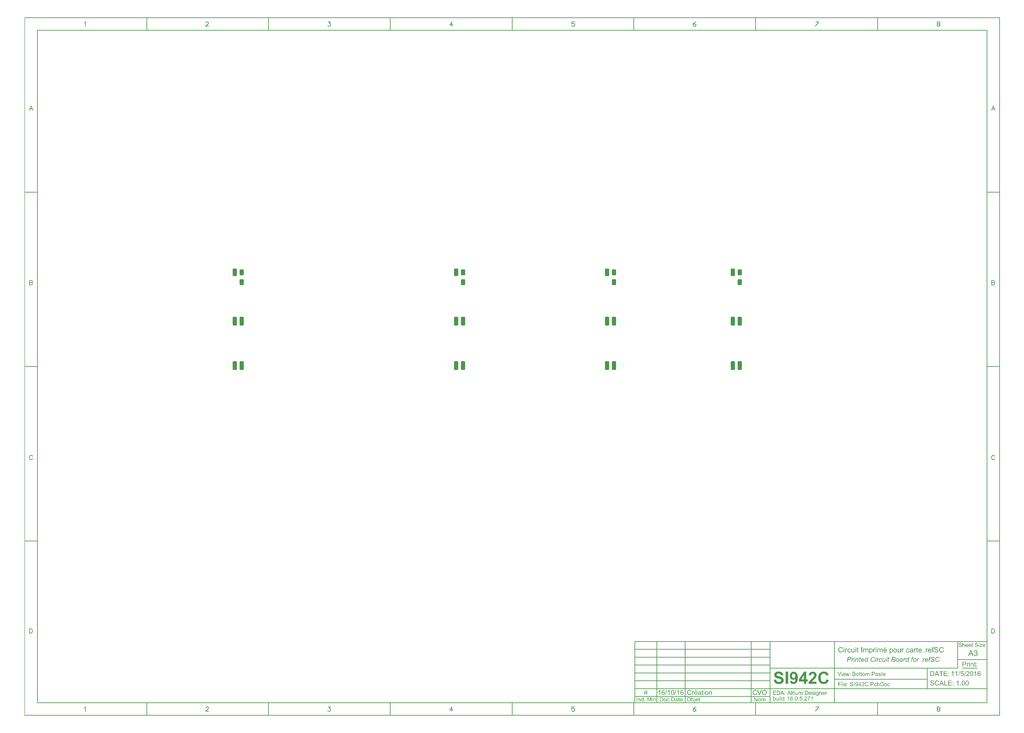
<source format=gbp>
G04 Layer_Color=128*
%FSLAX25Y25*%
%MOIN*%
G70*
G01*
G75*
%ADD43C,0.01000*%
%ADD53C,0.00500*%
G04:AMPARAMS|DCode=69|XSize=94.49mil|YSize=66.54mil|CornerRadius=13.31mil|HoleSize=0mil|Usage=FLASHONLY|Rotation=90.000|XOffset=0mil|YOffset=0mil|HoleType=Round|Shape=RoundedRectangle|*
%AMROUNDEDRECTD69*
21,1,0.09449,0.03992,0,0,90.0*
21,1,0.06787,0.06654,0,0,90.0*
1,1,0.02661,0.01996,0.03394*
1,1,0.02661,0.01996,-0.03394*
1,1,0.02661,-0.01996,-0.03394*
1,1,0.02661,-0.01996,0.03394*
%
%ADD69ROUNDEDRECTD69*%
G04:AMPARAMS|DCode=70|XSize=118.11mil|YSize=66.54mil|CornerRadius=13.31mil|HoleSize=0mil|Usage=FLASHONLY|Rotation=90.000|XOffset=0mil|YOffset=0mil|HoleType=Round|Shape=RoundedRectangle|*
%AMROUNDEDRECTD70*
21,1,0.11811,0.03992,0,0,90.0*
21,1,0.09150,0.06654,0,0,90.0*
1,1,0.02661,0.01996,0.04575*
1,1,0.02661,0.01996,-0.04575*
1,1,0.02661,-0.01996,-0.04575*
1,1,0.02661,-0.01996,0.04575*
%
%ADD70ROUNDEDRECTD70*%
G04:AMPARAMS|DCode=71|XSize=137.8mil|YSize=66.54mil|CornerRadius=13.31mil|HoleSize=0mil|Usage=FLASHONLY|Rotation=270.000|XOffset=0mil|YOffset=0mil|HoleType=Round|Shape=RoundedRectangle|*
%AMROUNDEDRECTD71*
21,1,0.13780,0.03992,0,0,270.0*
21,1,0.11118,0.06654,0,0,270.0*
1,1,0.02661,-0.01996,-0.05559*
1,1,0.02661,-0.01996,0.05559*
1,1,0.02661,0.01996,0.05559*
1,1,0.02661,0.01996,-0.05559*
%
%ADD71ROUNDEDRECTD71*%
G36*
X1263462Y-373636D02*
X1262671D01*
Y-372738D01*
X1263462D01*
Y-373636D01*
D02*
G37*
G36*
X1259187Y-372640D02*
X1259255D01*
X1259421Y-372660D01*
X1259616Y-372689D01*
X1259831Y-372728D01*
X1260046Y-372786D01*
X1260251Y-372865D01*
X1260260D01*
X1260270Y-372874D01*
X1260299Y-372884D01*
X1260339Y-372904D01*
X1260436Y-372962D01*
X1260563Y-373030D01*
X1260700Y-373128D01*
X1260836Y-373245D01*
X1260973Y-373382D01*
X1261090Y-373538D01*
X1261100Y-373557D01*
X1261139Y-373616D01*
X1261188Y-373714D01*
X1261236Y-373831D01*
X1261295Y-373977D01*
X1261354Y-374153D01*
X1261393Y-374338D01*
X1261412Y-374543D01*
X1260602Y-374602D01*
Y-374592D01*
Y-374573D01*
X1260592Y-374543D01*
X1260583Y-374504D01*
X1260563Y-374397D01*
X1260524Y-374260D01*
X1260466Y-374114D01*
X1260387Y-373967D01*
X1260280Y-373821D01*
X1260153Y-373694D01*
X1260134Y-373684D01*
X1260085Y-373645D01*
X1259997Y-373597D01*
X1259880Y-373538D01*
X1259724Y-373479D01*
X1259529Y-373431D01*
X1259304Y-373392D01*
X1259041Y-373382D01*
X1258914D01*
X1258855Y-373392D01*
X1258777D01*
X1258611Y-373421D01*
X1258426Y-373450D01*
X1258240Y-373499D01*
X1258064Y-373567D01*
X1257986Y-373616D01*
X1257918Y-373665D01*
X1257908Y-373675D01*
X1257869Y-373714D01*
X1257811Y-373772D01*
X1257752Y-373860D01*
X1257684Y-373958D01*
X1257635Y-374075D01*
X1257596Y-374202D01*
X1257576Y-374348D01*
Y-374368D01*
Y-374407D01*
X1257586Y-374475D01*
X1257606Y-374553D01*
X1257635Y-374641D01*
X1257684Y-374739D01*
X1257742Y-374826D01*
X1257821Y-374914D01*
X1257830Y-374924D01*
X1257879Y-374953D01*
X1257908Y-374973D01*
X1257947Y-375002D01*
X1258006Y-375022D01*
X1258074Y-375051D01*
X1258152Y-375090D01*
X1258240Y-375129D01*
X1258338Y-375158D01*
X1258455Y-375197D01*
X1258591Y-375246D01*
X1258738Y-375285D01*
X1258904Y-375324D01*
X1259089Y-375373D01*
X1259099D01*
X1259138Y-375383D01*
X1259187Y-375392D01*
X1259255Y-375412D01*
X1259343Y-375431D01*
X1259441Y-375461D01*
X1259655Y-375510D01*
X1259890Y-375578D01*
X1260124Y-375646D01*
X1260241Y-375675D01*
X1260339Y-375714D01*
X1260436Y-375753D01*
X1260514Y-375783D01*
X1260524D01*
X1260544Y-375793D01*
X1260563Y-375812D01*
X1260602Y-375832D01*
X1260700Y-375890D01*
X1260827Y-375958D01*
X1260963Y-376056D01*
X1261100Y-376173D01*
X1261227Y-376300D01*
X1261334Y-376437D01*
X1261344Y-376456D01*
X1261373Y-376505D01*
X1261422Y-376583D01*
X1261471Y-376700D01*
X1261520Y-376827D01*
X1261568Y-376983D01*
X1261598Y-377159D01*
X1261607Y-377344D01*
Y-377354D01*
Y-377364D01*
Y-377393D01*
Y-377432D01*
X1261588Y-377530D01*
X1261568Y-377657D01*
X1261539Y-377803D01*
X1261481Y-377969D01*
X1261412Y-378145D01*
X1261315Y-378311D01*
X1261305Y-378330D01*
X1261256Y-378389D01*
X1261197Y-378467D01*
X1261100Y-378564D01*
X1260983Y-378681D01*
X1260836Y-378799D01*
X1260661Y-378906D01*
X1260466Y-379013D01*
X1260456D01*
X1260436Y-379023D01*
X1260407Y-379033D01*
X1260368Y-379052D01*
X1260319Y-379072D01*
X1260260Y-379091D01*
X1260104Y-379131D01*
X1259929Y-379179D01*
X1259714Y-379218D01*
X1259490Y-379248D01*
X1259236Y-379257D01*
X1259089D01*
X1259021Y-379248D01*
X1258933D01*
X1258836Y-379238D01*
X1258728Y-379228D01*
X1258504Y-379199D01*
X1258260Y-379150D01*
X1258016Y-379091D01*
X1257782Y-379013D01*
X1257772D01*
X1257752Y-379004D01*
X1257723Y-378984D01*
X1257684Y-378965D01*
X1257576Y-378906D01*
X1257450Y-378818D01*
X1257293Y-378711D01*
X1257147Y-378584D01*
X1256991Y-378428D01*
X1256854Y-378252D01*
Y-378242D01*
X1256845Y-378233D01*
X1256825Y-378203D01*
X1256806Y-378164D01*
X1256776Y-378115D01*
X1256747Y-378057D01*
X1256688Y-377910D01*
X1256630Y-377745D01*
X1256571Y-377540D01*
X1256532Y-377325D01*
X1256513Y-377091D01*
X1257313Y-377022D01*
Y-377032D01*
Y-377042D01*
X1257323Y-377100D01*
X1257342Y-377188D01*
X1257362Y-377305D01*
X1257401Y-377432D01*
X1257440Y-377569D01*
X1257498Y-377696D01*
X1257567Y-377823D01*
X1257576Y-377832D01*
X1257606Y-377871D01*
X1257655Y-377930D01*
X1257733Y-377998D01*
X1257821Y-378076D01*
X1257928Y-378164D01*
X1258064Y-378242D01*
X1258211Y-378320D01*
X1258221D01*
X1258230Y-378330D01*
X1258289Y-378350D01*
X1258377Y-378379D01*
X1258504Y-378408D01*
X1258640Y-378447D01*
X1258816Y-378477D01*
X1259001Y-378496D01*
X1259197Y-378506D01*
X1259275D01*
X1259372Y-378496D01*
X1259480Y-378486D01*
X1259616Y-378477D01*
X1259753Y-378447D01*
X1259899Y-378418D01*
X1260046Y-378369D01*
X1260065Y-378359D01*
X1260104Y-378340D01*
X1260173Y-378311D01*
X1260251Y-378262D01*
X1260348Y-378203D01*
X1260436Y-378135D01*
X1260524Y-378057D01*
X1260602Y-377969D01*
X1260612Y-377959D01*
X1260631Y-377920D01*
X1260661Y-377871D01*
X1260700Y-377803D01*
X1260729Y-377725D01*
X1260758Y-377627D01*
X1260778Y-377530D01*
X1260787Y-377422D01*
Y-377413D01*
Y-377374D01*
X1260778Y-377315D01*
X1260768Y-377247D01*
X1260748Y-377159D01*
X1260709Y-377071D01*
X1260670Y-376983D01*
X1260612Y-376895D01*
X1260602Y-376886D01*
X1260583Y-376856D01*
X1260534Y-376817D01*
X1260475Y-376759D01*
X1260397Y-376700D01*
X1260299Y-376642D01*
X1260173Y-376573D01*
X1260036Y-376515D01*
X1260026Y-376505D01*
X1259987Y-376495D01*
X1259909Y-376476D01*
X1259860Y-376456D01*
X1259802Y-376437D01*
X1259724Y-376417D01*
X1259646Y-376398D01*
X1259548Y-376368D01*
X1259450Y-376339D01*
X1259333Y-376310D01*
X1259197Y-376281D01*
X1259050Y-376241D01*
X1258894Y-376203D01*
X1258884D01*
X1258855Y-376193D01*
X1258806Y-376183D01*
X1258748Y-376163D01*
X1258679Y-376144D01*
X1258601Y-376124D01*
X1258416Y-376076D01*
X1258211Y-376007D01*
X1258006Y-375939D01*
X1257821Y-375871D01*
X1257733Y-375841D01*
X1257664Y-375802D01*
X1257655D01*
X1257645Y-375793D01*
X1257586Y-375753D01*
X1257508Y-375705D01*
X1257411Y-375636D01*
X1257293Y-375549D01*
X1257186Y-375451D01*
X1257079Y-375334D01*
X1256981Y-375207D01*
X1256971Y-375187D01*
X1256942Y-375139D01*
X1256913Y-375070D01*
X1256874Y-374973D01*
X1256825Y-374856D01*
X1256796Y-374719D01*
X1256766Y-374563D01*
X1256757Y-374407D01*
Y-374397D01*
Y-374387D01*
Y-374358D01*
Y-374319D01*
X1256776Y-374231D01*
X1256796Y-374114D01*
X1256825Y-373967D01*
X1256874Y-373821D01*
X1256942Y-373655D01*
X1257030Y-373499D01*
Y-373489D01*
X1257040Y-373479D01*
X1257079Y-373431D01*
X1257147Y-373353D01*
X1257235Y-373255D01*
X1257342Y-373157D01*
X1257479Y-373050D01*
X1257645Y-372943D01*
X1257830Y-372855D01*
X1257840D01*
X1257850Y-372845D01*
X1257879Y-372835D01*
X1257928Y-372816D01*
X1257977Y-372806D01*
X1258035Y-372786D01*
X1258172Y-372738D01*
X1258348Y-372699D01*
X1258543Y-372669D01*
X1258767Y-372640D01*
X1259001Y-372630D01*
X1259119D01*
X1259187Y-372640D01*
D02*
G37*
G36*
X1233303D02*
X1233372D01*
X1233538Y-372660D01*
X1233733Y-372689D01*
X1233947Y-372728D01*
X1234162Y-372786D01*
X1234367Y-372865D01*
X1234377D01*
X1234387Y-372874D01*
X1234416Y-372884D01*
X1234455Y-372904D01*
X1234553Y-372962D01*
X1234680Y-373030D01*
X1234816Y-373128D01*
X1234953Y-373245D01*
X1235089Y-373382D01*
X1235207Y-373538D01*
X1235216Y-373557D01*
X1235255Y-373616D01*
X1235304Y-373714D01*
X1235353Y-373831D01*
X1235411Y-373977D01*
X1235470Y-374153D01*
X1235509Y-374338D01*
X1235529Y-374543D01*
X1234719Y-374602D01*
Y-374592D01*
Y-374573D01*
X1234709Y-374543D01*
X1234699Y-374504D01*
X1234680Y-374397D01*
X1234641Y-374260D01*
X1234582Y-374114D01*
X1234504Y-373967D01*
X1234396Y-373821D01*
X1234270Y-373694D01*
X1234250Y-373684D01*
X1234201Y-373645D01*
X1234114Y-373597D01*
X1233996Y-373538D01*
X1233840Y-373479D01*
X1233645Y-373431D01*
X1233420Y-373392D01*
X1233157Y-373382D01*
X1233030D01*
X1232971Y-373392D01*
X1232893D01*
X1232728Y-373421D01*
X1232542Y-373450D01*
X1232357Y-373499D01*
X1232181Y-373567D01*
X1232103Y-373616D01*
X1232035Y-373665D01*
X1232025Y-373675D01*
X1231986Y-373714D01*
X1231927Y-373772D01*
X1231869Y-373860D01*
X1231800Y-373958D01*
X1231752Y-374075D01*
X1231713Y-374202D01*
X1231693Y-374348D01*
Y-374368D01*
Y-374407D01*
X1231703Y-374475D01*
X1231722Y-374553D01*
X1231752Y-374641D01*
X1231800Y-374739D01*
X1231859Y-374826D01*
X1231937Y-374914D01*
X1231947Y-374924D01*
X1231995Y-374953D01*
X1232025Y-374973D01*
X1232064Y-375002D01*
X1232122Y-375022D01*
X1232191Y-375051D01*
X1232269Y-375090D01*
X1232357Y-375129D01*
X1232454Y-375158D01*
X1232571Y-375197D01*
X1232708Y-375246D01*
X1232854Y-375285D01*
X1233020Y-375324D01*
X1233206Y-375373D01*
X1233216D01*
X1233255Y-375383D01*
X1233303Y-375392D01*
X1233372Y-375412D01*
X1233459Y-375431D01*
X1233557Y-375461D01*
X1233772Y-375510D01*
X1234006Y-375578D01*
X1234240Y-375646D01*
X1234357Y-375675D01*
X1234455Y-375714D01*
X1234553Y-375753D01*
X1234631Y-375783D01*
X1234641D01*
X1234660Y-375793D01*
X1234680Y-375812D01*
X1234719Y-375832D01*
X1234816Y-375890D01*
X1234943Y-375958D01*
X1235080Y-376056D01*
X1235216Y-376173D01*
X1235343Y-376300D01*
X1235451Y-376437D01*
X1235460Y-376456D01*
X1235490Y-376505D01*
X1235538Y-376583D01*
X1235587Y-376700D01*
X1235636Y-376827D01*
X1235685Y-376983D01*
X1235714Y-377159D01*
X1235724Y-377344D01*
Y-377354D01*
Y-377364D01*
Y-377393D01*
Y-377432D01*
X1235704Y-377530D01*
X1235685Y-377657D01*
X1235655Y-377803D01*
X1235597Y-377969D01*
X1235529Y-378145D01*
X1235431Y-378311D01*
X1235421Y-378330D01*
X1235373Y-378389D01*
X1235314Y-378467D01*
X1235216Y-378564D01*
X1235099Y-378681D01*
X1234953Y-378799D01*
X1234777Y-378906D01*
X1234582Y-379013D01*
X1234572D01*
X1234553Y-379023D01*
X1234523Y-379033D01*
X1234484Y-379052D01*
X1234435Y-379072D01*
X1234377Y-379091D01*
X1234221Y-379131D01*
X1234045Y-379179D01*
X1233830Y-379218D01*
X1233606Y-379248D01*
X1233352Y-379257D01*
X1233206D01*
X1233137Y-379248D01*
X1233050D01*
X1232952Y-379238D01*
X1232845Y-379228D01*
X1232620Y-379199D01*
X1232376Y-379150D01*
X1232132Y-379091D01*
X1231898Y-379013D01*
X1231888D01*
X1231869Y-379004D01*
X1231839Y-378984D01*
X1231800Y-378965D01*
X1231693Y-378906D01*
X1231566Y-378818D01*
X1231410Y-378711D01*
X1231264Y-378584D01*
X1231107Y-378428D01*
X1230971Y-378252D01*
Y-378242D01*
X1230961Y-378233D01*
X1230941Y-378203D01*
X1230922Y-378164D01*
X1230893Y-378115D01*
X1230863Y-378057D01*
X1230805Y-377910D01*
X1230746Y-377745D01*
X1230688Y-377540D01*
X1230649Y-377325D01*
X1230629Y-377091D01*
X1231429Y-377022D01*
Y-377032D01*
Y-377042D01*
X1231439Y-377100D01*
X1231459Y-377188D01*
X1231478Y-377305D01*
X1231517Y-377432D01*
X1231556Y-377569D01*
X1231615Y-377696D01*
X1231683Y-377823D01*
X1231693Y-377832D01*
X1231722Y-377871D01*
X1231771Y-377930D01*
X1231849Y-377998D01*
X1231937Y-378076D01*
X1232044Y-378164D01*
X1232181Y-378242D01*
X1232327Y-378320D01*
X1232337D01*
X1232347Y-378330D01*
X1232405Y-378350D01*
X1232493Y-378379D01*
X1232620Y-378408D01*
X1232757Y-378447D01*
X1232932Y-378477D01*
X1233118Y-378496D01*
X1233313Y-378506D01*
X1233391D01*
X1233489Y-378496D01*
X1233596Y-378486D01*
X1233733Y-378477D01*
X1233869Y-378447D01*
X1234016Y-378418D01*
X1234162Y-378369D01*
X1234182Y-378359D01*
X1234221Y-378340D01*
X1234289Y-378311D01*
X1234367Y-378262D01*
X1234465Y-378203D01*
X1234553Y-378135D01*
X1234641Y-378057D01*
X1234719Y-377969D01*
X1234728Y-377959D01*
X1234748Y-377920D01*
X1234777Y-377871D01*
X1234816Y-377803D01*
X1234845Y-377725D01*
X1234875Y-377627D01*
X1234894Y-377530D01*
X1234904Y-377422D01*
Y-377413D01*
Y-377374D01*
X1234894Y-377315D01*
X1234884Y-377247D01*
X1234865Y-377159D01*
X1234826Y-377071D01*
X1234787Y-376983D01*
X1234728Y-376895D01*
X1234719Y-376886D01*
X1234699Y-376856D01*
X1234650Y-376817D01*
X1234592Y-376759D01*
X1234514Y-376700D01*
X1234416Y-376642D01*
X1234289Y-376573D01*
X1234153Y-376515D01*
X1234143Y-376505D01*
X1234104Y-376495D01*
X1234026Y-376476D01*
X1233977Y-376456D01*
X1233918Y-376437D01*
X1233840Y-376417D01*
X1233762Y-376398D01*
X1233665Y-376368D01*
X1233567Y-376339D01*
X1233450Y-376310D01*
X1233313Y-376281D01*
X1233167Y-376241D01*
X1233011Y-376203D01*
X1233001D01*
X1232971Y-376193D01*
X1232923Y-376183D01*
X1232864Y-376163D01*
X1232796Y-376144D01*
X1232718Y-376124D01*
X1232532Y-376076D01*
X1232327Y-376007D01*
X1232122Y-375939D01*
X1231937Y-375871D01*
X1231849Y-375841D01*
X1231781Y-375802D01*
X1231771D01*
X1231761Y-375793D01*
X1231703Y-375753D01*
X1231625Y-375705D01*
X1231527Y-375636D01*
X1231410Y-375549D01*
X1231303Y-375451D01*
X1231195Y-375334D01*
X1231098Y-375207D01*
X1231088Y-375187D01*
X1231059Y-375139D01*
X1231029Y-375070D01*
X1230990Y-374973D01*
X1230941Y-374856D01*
X1230912Y-374719D01*
X1230883Y-374563D01*
X1230873Y-374407D01*
Y-374397D01*
Y-374387D01*
Y-374358D01*
Y-374319D01*
X1230893Y-374231D01*
X1230912Y-374114D01*
X1230941Y-373967D01*
X1230990Y-373821D01*
X1231059Y-373655D01*
X1231146Y-373499D01*
Y-373489D01*
X1231156Y-373479D01*
X1231195Y-373431D01*
X1231264Y-373353D01*
X1231351Y-373255D01*
X1231459Y-373157D01*
X1231595Y-373050D01*
X1231761Y-372943D01*
X1231947Y-372855D01*
X1231956D01*
X1231966Y-372845D01*
X1231995Y-372835D01*
X1232044Y-372816D01*
X1232093Y-372806D01*
X1232152Y-372786D01*
X1232288Y-372738D01*
X1232464Y-372699D01*
X1232659Y-372669D01*
X1232884Y-372640D01*
X1233118Y-372630D01*
X1233235D01*
X1233303Y-372640D01*
D02*
G37*
G36*
X1268205Y-375022D02*
X1265687Y-377979D01*
X1265199Y-378525D01*
X1265248D01*
X1265287Y-378516D01*
X1265394Y-378506D01*
X1265521Y-378496D01*
X1265677D01*
X1265843Y-378486D01*
X1266195Y-378477D01*
X1268342D01*
Y-379150D01*
X1264233D01*
Y-378516D01*
X1267190Y-375109D01*
X1267102D01*
X1267014Y-375119D01*
X1266887D01*
X1266751Y-375129D01*
X1266605D01*
X1266448Y-375139D01*
X1264408D01*
Y-374504D01*
X1268205D01*
Y-375022D01*
D02*
G37*
G36*
X1263462Y-379150D02*
X1262671D01*
Y-374504D01*
X1263462D01*
Y-379150D01*
D02*
G37*
G36*
X1237568Y-375031D02*
X1237578Y-375022D01*
X1237598Y-375002D01*
X1237627Y-374973D01*
X1237666Y-374934D01*
X1237725Y-374885D01*
X1237783Y-374826D01*
X1237861Y-374778D01*
X1237949Y-374709D01*
X1238047Y-374651D01*
X1238144Y-374602D01*
X1238388Y-374495D01*
X1238515Y-374455D01*
X1238652Y-374426D01*
X1238798Y-374407D01*
X1238954Y-374397D01*
X1239042D01*
X1239140Y-374407D01*
X1239257Y-374426D01*
X1239394Y-374446D01*
X1239540Y-374485D01*
X1239696Y-374534D01*
X1239843Y-374602D01*
X1239862Y-374612D01*
X1239901Y-374641D01*
X1239969Y-374690D01*
X1240057Y-374748D01*
X1240145Y-374826D01*
X1240233Y-374924D01*
X1240321Y-375041D01*
X1240389Y-375168D01*
X1240399Y-375187D01*
X1240418Y-375236D01*
X1240438Y-375314D01*
X1240477Y-375431D01*
X1240506Y-375578D01*
X1240526Y-375763D01*
X1240545Y-375968D01*
X1240555Y-376212D01*
Y-379150D01*
X1239764D01*
Y-376203D01*
Y-376193D01*
Y-376173D01*
Y-376144D01*
Y-376105D01*
X1239755Y-376007D01*
X1239735Y-375871D01*
X1239696Y-375734D01*
X1239657Y-375597D01*
X1239589Y-375461D01*
X1239501Y-375344D01*
X1239491Y-375334D01*
X1239452Y-375305D01*
X1239394Y-375256D01*
X1239316Y-375207D01*
X1239218Y-375158D01*
X1239091Y-375109D01*
X1238954Y-375080D01*
X1238789Y-375070D01*
X1238730D01*
X1238662Y-375080D01*
X1238574Y-375090D01*
X1238476Y-375119D01*
X1238359Y-375148D01*
X1238242Y-375197D01*
X1238125Y-375256D01*
X1238115Y-375266D01*
X1238076Y-375285D01*
X1238027Y-375334D01*
X1237959Y-375383D01*
X1237891Y-375461D01*
X1237813Y-375539D01*
X1237754Y-375646D01*
X1237695Y-375753D01*
X1237686Y-375763D01*
X1237676Y-375812D01*
X1237656Y-375880D01*
X1237637Y-375978D01*
X1237607Y-376105D01*
X1237588Y-376251D01*
X1237578Y-376417D01*
X1237568Y-376612D01*
Y-379150D01*
X1236778D01*
Y-372738D01*
X1237568D01*
Y-375031D01*
D02*
G37*
G36*
X1252638Y-374504D02*
X1253428D01*
Y-375119D01*
X1252638D01*
Y-377842D01*
Y-377852D01*
Y-377891D01*
Y-377950D01*
X1252648Y-378018D01*
X1252658Y-378164D01*
X1252667Y-378223D01*
X1252677Y-378272D01*
X1252687Y-378291D01*
X1252706Y-378330D01*
X1252745Y-378379D01*
X1252804Y-378428D01*
X1252823Y-378437D01*
X1252872Y-378447D01*
X1252960Y-378467D01*
X1253077Y-378477D01*
X1253175D01*
X1253224Y-378467D01*
X1253282D01*
X1253428Y-378447D01*
X1253536Y-379140D01*
X1253516D01*
X1253477Y-379150D01*
X1253419Y-379160D01*
X1253331Y-379170D01*
X1253243Y-379189D01*
X1253145Y-379199D01*
X1252940Y-379209D01*
X1252872D01*
X1252794Y-379199D01*
X1252697Y-379189D01*
X1252589Y-379179D01*
X1252472Y-379150D01*
X1252365Y-379121D01*
X1252267Y-379082D01*
X1252257Y-379072D01*
X1252228Y-379052D01*
X1252189Y-379023D01*
X1252140Y-378984D01*
X1252082Y-378935D01*
X1252033Y-378877D01*
X1251974Y-378808D01*
X1251935Y-378730D01*
Y-378721D01*
X1251925Y-378681D01*
X1251906Y-378623D01*
X1251896Y-378525D01*
X1251877Y-378398D01*
X1251867Y-378330D01*
X1251857Y-378242D01*
Y-378145D01*
X1251847Y-378037D01*
Y-377920D01*
Y-377793D01*
Y-375119D01*
X1251262D01*
Y-374504D01*
X1251847D01*
Y-373362D01*
X1252638Y-372884D01*
Y-374504D01*
D02*
G37*
G36*
X1271192Y-374407D02*
X1271270Y-374416D01*
X1271367Y-374426D01*
X1271465Y-374446D01*
X1271582Y-374475D01*
X1271816Y-374553D01*
X1271943Y-374602D01*
X1272070Y-374670D01*
X1272197Y-374739D01*
X1272324Y-374826D01*
X1272441Y-374924D01*
X1272558Y-375041D01*
X1272568Y-375051D01*
X1272587Y-375070D01*
X1272617Y-375109D01*
X1272656Y-375158D01*
X1272695Y-375226D01*
X1272744Y-375305D01*
X1272802Y-375392D01*
X1272861Y-375500D01*
X1272909Y-375627D01*
X1272968Y-375753D01*
X1273017Y-375900D01*
X1273066Y-376066D01*
X1273095Y-376232D01*
X1273124Y-376417D01*
X1273144Y-376612D01*
X1273153Y-376827D01*
Y-376837D01*
Y-376876D01*
Y-376944D01*
X1273144Y-377032D01*
X1269689D01*
Y-377042D01*
Y-377061D01*
X1269698Y-377110D01*
Y-377159D01*
X1269708Y-377227D01*
X1269718Y-377296D01*
X1269757Y-377471D01*
X1269816Y-377657D01*
X1269884Y-377852D01*
X1269991Y-378047D01*
X1270118Y-378213D01*
X1270138Y-378233D01*
X1270186Y-378272D01*
X1270274Y-378340D01*
X1270382Y-378408D01*
X1270528Y-378486D01*
X1270694Y-378555D01*
X1270879Y-378594D01*
X1271084Y-378613D01*
X1271162D01*
X1271241Y-378603D01*
X1271338Y-378584D01*
X1271455Y-378555D01*
X1271582Y-378516D01*
X1271709Y-378467D01*
X1271826Y-378389D01*
X1271836Y-378379D01*
X1271875Y-378340D01*
X1271933Y-378291D01*
X1272002Y-378203D01*
X1272080Y-378106D01*
X1272158Y-377979D01*
X1272236Y-377823D01*
X1272314Y-377647D01*
X1273124Y-377754D01*
Y-377764D01*
X1273114Y-377784D01*
X1273105Y-377823D01*
X1273085Y-377871D01*
X1273066Y-377930D01*
X1273036Y-377998D01*
X1272958Y-378164D01*
X1272861Y-378340D01*
X1272744Y-378525D01*
X1272587Y-378711D01*
X1272412Y-378867D01*
X1272402D01*
X1272392Y-378887D01*
X1272363Y-378906D01*
X1272314Y-378925D01*
X1272265Y-378955D01*
X1272207Y-378994D01*
X1272138Y-379023D01*
X1272051Y-379062D01*
X1271865Y-379131D01*
X1271631Y-379199D01*
X1271377Y-379238D01*
X1271084Y-379257D01*
X1270987D01*
X1270918Y-379248D01*
X1270831Y-379238D01*
X1270733Y-379228D01*
X1270626Y-379209D01*
X1270499Y-379179D01*
X1270245Y-379101D01*
X1270108Y-379052D01*
X1269981Y-378994D01*
X1269845Y-378925D01*
X1269718Y-378838D01*
X1269591Y-378740D01*
X1269474Y-378633D01*
X1269464Y-378623D01*
X1269445Y-378603D01*
X1269415Y-378564D01*
X1269386Y-378516D01*
X1269337Y-378457D01*
X1269289Y-378379D01*
X1269230Y-378281D01*
X1269181Y-378174D01*
X1269123Y-378057D01*
X1269064Y-377930D01*
X1269015Y-377784D01*
X1268976Y-377627D01*
X1268937Y-377462D01*
X1268908Y-377276D01*
X1268888Y-377081D01*
X1268879Y-376876D01*
Y-376866D01*
Y-376827D01*
Y-376759D01*
X1268888Y-376681D01*
X1268898Y-376583D01*
X1268908Y-376466D01*
X1268927Y-376339D01*
X1268957Y-376203D01*
X1269025Y-375910D01*
X1269074Y-375763D01*
X1269132Y-375607D01*
X1269201Y-375461D01*
X1269279Y-375314D01*
X1269367Y-375178D01*
X1269474Y-375051D01*
X1269484Y-375041D01*
X1269503Y-375022D01*
X1269532Y-374992D01*
X1269581Y-374943D01*
X1269640Y-374895D01*
X1269718Y-374846D01*
X1269796Y-374787D01*
X1269894Y-374719D01*
X1270001Y-374660D01*
X1270118Y-374602D01*
X1270245Y-374553D01*
X1270391Y-374495D01*
X1270538Y-374455D01*
X1270694Y-374426D01*
X1270860Y-374407D01*
X1271035Y-374397D01*
X1271123D01*
X1271192Y-374407D01*
D02*
G37*
G36*
X1248792D02*
X1248871Y-374416D01*
X1248968Y-374426D01*
X1249066Y-374446D01*
X1249183Y-374475D01*
X1249417Y-374553D01*
X1249544Y-374602D01*
X1249671Y-374670D01*
X1249798Y-374739D01*
X1249925Y-374826D01*
X1250042Y-374924D01*
X1250159Y-375041D01*
X1250169Y-375051D01*
X1250188Y-375070D01*
X1250217Y-375109D01*
X1250257Y-375158D01*
X1250296Y-375226D01*
X1250344Y-375305D01*
X1250403Y-375392D01*
X1250461Y-375500D01*
X1250510Y-375627D01*
X1250569Y-375753D01*
X1250618Y-375900D01*
X1250666Y-376066D01*
X1250696Y-376232D01*
X1250725Y-376417D01*
X1250745Y-376612D01*
X1250754Y-376827D01*
Y-376837D01*
Y-376876D01*
Y-376944D01*
X1250745Y-377032D01*
X1247289D01*
Y-377042D01*
Y-377061D01*
X1247299Y-377110D01*
Y-377159D01*
X1247309Y-377227D01*
X1247319Y-377296D01*
X1247358Y-377471D01*
X1247416Y-377657D01*
X1247485Y-377852D01*
X1247592Y-378047D01*
X1247719Y-378213D01*
X1247738Y-378233D01*
X1247787Y-378272D01*
X1247875Y-378340D01*
X1247982Y-378408D01*
X1248129Y-378486D01*
X1248295Y-378555D01*
X1248480Y-378594D01*
X1248685Y-378613D01*
X1248763D01*
X1248841Y-378603D01*
X1248939Y-378584D01*
X1249056Y-378555D01*
X1249183Y-378516D01*
X1249310Y-378467D01*
X1249427Y-378389D01*
X1249437Y-378379D01*
X1249476Y-378340D01*
X1249534Y-378291D01*
X1249603Y-378203D01*
X1249681Y-378106D01*
X1249759Y-377979D01*
X1249837Y-377823D01*
X1249915Y-377647D01*
X1250725Y-377754D01*
Y-377764D01*
X1250715Y-377784D01*
X1250706Y-377823D01*
X1250686Y-377871D01*
X1250666Y-377930D01*
X1250637Y-377998D01*
X1250559Y-378164D01*
X1250461Y-378340D01*
X1250344Y-378525D01*
X1250188Y-378711D01*
X1250012Y-378867D01*
X1250003D01*
X1249993Y-378887D01*
X1249964Y-378906D01*
X1249915Y-378925D01*
X1249866Y-378955D01*
X1249807Y-378994D01*
X1249739Y-379023D01*
X1249651Y-379062D01*
X1249466Y-379131D01*
X1249232Y-379199D01*
X1248978Y-379238D01*
X1248685Y-379257D01*
X1248588D01*
X1248519Y-379248D01*
X1248431Y-379238D01*
X1248334Y-379228D01*
X1248226Y-379209D01*
X1248100Y-379179D01*
X1247846Y-379101D01*
X1247709Y-379052D01*
X1247582Y-378994D01*
X1247446Y-378925D01*
X1247319Y-378838D01*
X1247192Y-378740D01*
X1247075Y-378633D01*
X1247065Y-378623D01*
X1247045Y-378603D01*
X1247016Y-378564D01*
X1246987Y-378516D01*
X1246938Y-378457D01*
X1246889Y-378379D01*
X1246831Y-378281D01*
X1246782Y-378174D01*
X1246723Y-378057D01*
X1246665Y-377930D01*
X1246616Y-377784D01*
X1246577Y-377627D01*
X1246538Y-377462D01*
X1246509Y-377276D01*
X1246489Y-377081D01*
X1246479Y-376876D01*
Y-376866D01*
Y-376827D01*
Y-376759D01*
X1246489Y-376681D01*
X1246499Y-376583D01*
X1246509Y-376466D01*
X1246528Y-376339D01*
X1246558Y-376203D01*
X1246626Y-375910D01*
X1246675Y-375763D01*
X1246733Y-375607D01*
X1246801Y-375461D01*
X1246879Y-375314D01*
X1246967Y-375178D01*
X1247075Y-375051D01*
X1247085Y-375041D01*
X1247104Y-375022D01*
X1247133Y-374992D01*
X1247182Y-374943D01*
X1247241Y-374895D01*
X1247319Y-374846D01*
X1247397Y-374787D01*
X1247494Y-374719D01*
X1247602Y-374660D01*
X1247719Y-374602D01*
X1247846Y-374553D01*
X1247992Y-374495D01*
X1248139Y-374455D01*
X1248295Y-374426D01*
X1248461Y-374407D01*
X1248636Y-374397D01*
X1248724D01*
X1248792Y-374407D01*
D02*
G37*
G36*
X1243815D02*
X1243893Y-374416D01*
X1243991Y-374426D01*
X1244088Y-374446D01*
X1244205Y-374475D01*
X1244440Y-374553D01*
X1244566Y-374602D01*
X1244693Y-374670D01*
X1244820Y-374739D01*
X1244947Y-374826D01*
X1245064Y-374924D01*
X1245181Y-375041D01*
X1245191Y-375051D01*
X1245211Y-375070D01*
X1245240Y-375109D01*
X1245279Y-375158D01*
X1245318Y-375226D01*
X1245367Y-375305D01*
X1245425Y-375392D01*
X1245484Y-375500D01*
X1245533Y-375627D01*
X1245591Y-375753D01*
X1245640Y-375900D01*
X1245689Y-376066D01*
X1245718Y-376232D01*
X1245747Y-376417D01*
X1245767Y-376612D01*
X1245777Y-376827D01*
Y-376837D01*
Y-376876D01*
Y-376944D01*
X1245767Y-377032D01*
X1242312D01*
Y-377042D01*
Y-377061D01*
X1242322Y-377110D01*
Y-377159D01*
X1242331Y-377227D01*
X1242341Y-377296D01*
X1242380Y-377471D01*
X1242439Y-377657D01*
X1242507Y-377852D01*
X1242614Y-378047D01*
X1242741Y-378213D01*
X1242761Y-378233D01*
X1242810Y-378272D01*
X1242898Y-378340D01*
X1243005Y-378408D01*
X1243151Y-378486D01*
X1243317Y-378555D01*
X1243503Y-378594D01*
X1243707Y-378613D01*
X1243786D01*
X1243864Y-378603D01*
X1243961Y-378584D01*
X1244078Y-378555D01*
X1244205Y-378516D01*
X1244332Y-378467D01*
X1244449Y-378389D01*
X1244459Y-378379D01*
X1244498Y-378340D01*
X1244557Y-378291D01*
X1244625Y-378203D01*
X1244703Y-378106D01*
X1244781Y-377979D01*
X1244859Y-377823D01*
X1244937Y-377647D01*
X1245747Y-377754D01*
Y-377764D01*
X1245738Y-377784D01*
X1245728Y-377823D01*
X1245708Y-377871D01*
X1245689Y-377930D01*
X1245660Y-377998D01*
X1245582Y-378164D01*
X1245484Y-378340D01*
X1245367Y-378525D01*
X1245211Y-378711D01*
X1245035Y-378867D01*
X1245025D01*
X1245015Y-378887D01*
X1244986Y-378906D01*
X1244937Y-378925D01*
X1244888Y-378955D01*
X1244830Y-378994D01*
X1244762Y-379023D01*
X1244674Y-379062D01*
X1244488Y-379131D01*
X1244254Y-379199D01*
X1244000Y-379238D01*
X1243707Y-379257D01*
X1243610D01*
X1243542Y-379248D01*
X1243454Y-379238D01*
X1243356Y-379228D01*
X1243249Y-379209D01*
X1243122Y-379179D01*
X1242868Y-379101D01*
X1242731Y-379052D01*
X1242605Y-378994D01*
X1242468Y-378925D01*
X1242341Y-378838D01*
X1242214Y-378740D01*
X1242097Y-378633D01*
X1242087Y-378623D01*
X1242068Y-378603D01*
X1242039Y-378564D01*
X1242009Y-378516D01*
X1241961Y-378457D01*
X1241912Y-378379D01*
X1241853Y-378281D01*
X1241804Y-378174D01*
X1241746Y-378057D01*
X1241687Y-377930D01*
X1241638Y-377784D01*
X1241599Y-377627D01*
X1241560Y-377462D01*
X1241531Y-377276D01*
X1241512Y-377081D01*
X1241502Y-376876D01*
Y-376866D01*
Y-376827D01*
Y-376759D01*
X1241512Y-376681D01*
X1241521Y-376583D01*
X1241531Y-376466D01*
X1241551Y-376339D01*
X1241580Y-376203D01*
X1241648Y-375910D01*
X1241697Y-375763D01*
X1241755Y-375607D01*
X1241824Y-375461D01*
X1241902Y-375314D01*
X1241990Y-375178D01*
X1242097Y-375051D01*
X1242107Y-375041D01*
X1242126Y-375022D01*
X1242156Y-374992D01*
X1242204Y-374943D01*
X1242263Y-374895D01*
X1242341Y-374846D01*
X1242419Y-374787D01*
X1242517Y-374719D01*
X1242624Y-374660D01*
X1242741Y-374602D01*
X1242868Y-374553D01*
X1243015Y-374495D01*
X1243161Y-374455D01*
X1243317Y-374426D01*
X1243483Y-374407D01*
X1243659Y-374397D01*
X1243747D01*
X1243815Y-374407D01*
D02*
G37*
G36*
X1191111Y-379436D02*
X1191251Y-379449D01*
X1191416Y-379474D01*
X1191593Y-379499D01*
X1191784Y-379537D01*
X1191631Y-380426D01*
X1191619D01*
X1191580Y-380413D01*
X1191517Y-380400D01*
X1191441Y-380387D01*
X1191339D01*
X1191238Y-380375D01*
X1191022Y-380362D01*
X1190946D01*
X1190870Y-380375D01*
X1190768Y-380387D01*
X1190667Y-380413D01*
X1190553Y-380451D01*
X1190451Y-380502D01*
X1190362Y-380565D01*
X1190349Y-380578D01*
X1190337Y-380603D01*
X1190299Y-380654D01*
X1190273Y-380730D01*
X1190235Y-380832D01*
X1190197Y-380971D01*
X1190185Y-381123D01*
X1190172Y-381314D01*
Y-381860D01*
X1191352D01*
Y-382659D01*
X1190185D01*
Y-387900D01*
X1189157D01*
Y-382659D01*
X1188256D01*
Y-381860D01*
X1189157D01*
Y-381225D01*
Y-381212D01*
Y-381200D01*
Y-381123D01*
X1189169Y-381022D01*
Y-380882D01*
X1189182Y-380743D01*
X1189207Y-380591D01*
X1189233Y-380451D01*
X1189271Y-380324D01*
X1189284Y-380311D01*
X1189296Y-380261D01*
X1189334Y-380185D01*
X1189385Y-380096D01*
X1189461Y-379981D01*
X1189550Y-379880D01*
X1189652Y-379778D01*
X1189779Y-379677D01*
X1189791Y-379664D01*
X1189855Y-379639D01*
X1189931Y-379601D01*
X1190058Y-379550D01*
X1190197Y-379499D01*
X1190388Y-379461D01*
X1190591Y-379436D01*
X1190832Y-379423D01*
X1190997D01*
X1191111Y-379436D01*
D02*
G37*
G36*
X1100088Y-380730D02*
X1099060D01*
Y-379563D01*
X1100088D01*
Y-380730D01*
D02*
G37*
G36*
X1067754D02*
X1066726D01*
Y-379563D01*
X1067754D01*
Y-380730D01*
D02*
G37*
G36*
X1048998D02*
X1047970D01*
Y-379563D01*
X1048998D01*
Y-380730D01*
D02*
G37*
G36*
X1113819Y-381111D02*
X1112968D01*
X1113730Y-379525D01*
X1115075D01*
X1113819Y-381111D01*
D02*
G37*
G36*
X1195400Y-379436D02*
X1195489D01*
X1195705Y-379461D01*
X1195959Y-379499D01*
X1196238Y-379550D01*
X1196517Y-379626D01*
X1196783Y-379728D01*
X1196796D01*
X1196809Y-379740D01*
X1196847Y-379753D01*
X1196898Y-379778D01*
X1197025Y-379854D01*
X1197189Y-379943D01*
X1197367Y-380070D01*
X1197545Y-380223D01*
X1197722Y-380400D01*
X1197875Y-380603D01*
X1197887Y-380629D01*
X1197938Y-380705D01*
X1198002Y-380832D01*
X1198065Y-380984D01*
X1198141Y-381174D01*
X1198217Y-381403D01*
X1198268Y-381644D01*
X1198293Y-381910D01*
X1197240Y-381986D01*
Y-381974D01*
Y-381948D01*
X1197227Y-381910D01*
X1197215Y-381860D01*
X1197189Y-381720D01*
X1197139Y-381542D01*
X1197062Y-381352D01*
X1196961Y-381162D01*
X1196821Y-380971D01*
X1196657Y-380806D01*
X1196631Y-380794D01*
X1196568Y-380743D01*
X1196453Y-380679D01*
X1196301Y-380603D01*
X1196098Y-380527D01*
X1195844Y-380464D01*
X1195552Y-380413D01*
X1195210Y-380400D01*
X1195045D01*
X1194969Y-380413D01*
X1194867D01*
X1194651Y-380451D01*
X1194410Y-380489D01*
X1194169Y-380553D01*
X1193941Y-380641D01*
X1193839Y-380705D01*
X1193750Y-380768D01*
X1193738Y-380781D01*
X1193687Y-380832D01*
X1193611Y-380908D01*
X1193535Y-381022D01*
X1193446Y-381149D01*
X1193382Y-381301D01*
X1193332Y-381466D01*
X1193306Y-381657D01*
Y-381682D01*
Y-381733D01*
X1193319Y-381821D01*
X1193344Y-381923D01*
X1193382Y-382037D01*
X1193446Y-382164D01*
X1193522Y-382278D01*
X1193624Y-382393D01*
X1193636Y-382405D01*
X1193700Y-382443D01*
X1193738Y-382469D01*
X1193789Y-382507D01*
X1193865Y-382532D01*
X1193954Y-382570D01*
X1194055Y-382621D01*
X1194169Y-382672D01*
X1194296Y-382710D01*
X1194448Y-382761D01*
X1194626Y-382824D01*
X1194816Y-382875D01*
X1195032Y-382926D01*
X1195273Y-382989D01*
X1195286D01*
X1195337Y-383002D01*
X1195400Y-383014D01*
X1195489Y-383040D01*
X1195603Y-383065D01*
X1195730Y-383103D01*
X1196009Y-383167D01*
X1196314Y-383256D01*
X1196618Y-383344D01*
X1196771Y-383382D01*
X1196898Y-383433D01*
X1197025Y-383484D01*
X1197126Y-383522D01*
X1197139D01*
X1197164Y-383535D01*
X1197189Y-383560D01*
X1197240Y-383585D01*
X1197367Y-383662D01*
X1197532Y-383750D01*
X1197710Y-383877D01*
X1197887Y-384030D01*
X1198052Y-384194D01*
X1198192Y-384372D01*
X1198205Y-384398D01*
X1198243Y-384461D01*
X1198306Y-384562D01*
X1198370Y-384715D01*
X1198433Y-384880D01*
X1198497Y-385083D01*
X1198535Y-385311D01*
X1198547Y-385552D01*
Y-385565D01*
Y-385578D01*
Y-385616D01*
Y-385667D01*
X1198522Y-385793D01*
X1198497Y-385958D01*
X1198458Y-386149D01*
X1198382Y-386365D01*
X1198293Y-386593D01*
X1198167Y-386809D01*
X1198154Y-386834D01*
X1198090Y-386910D01*
X1198014Y-387012D01*
X1197887Y-387139D01*
X1197735Y-387291D01*
X1197545Y-387443D01*
X1197316Y-387583D01*
X1197062Y-387722D01*
X1197050D01*
X1197025Y-387735D01*
X1196986Y-387748D01*
X1196936Y-387773D01*
X1196872Y-387799D01*
X1196796Y-387824D01*
X1196593Y-387875D01*
X1196365Y-387938D01*
X1196085Y-387989D01*
X1195794Y-388027D01*
X1195464Y-388040D01*
X1195273D01*
X1195184Y-388027D01*
X1195070D01*
X1194943Y-388014D01*
X1194804Y-388001D01*
X1194512Y-387964D01*
X1194195Y-387900D01*
X1193877Y-387824D01*
X1193573Y-387722D01*
X1193560D01*
X1193535Y-387710D01*
X1193497Y-387684D01*
X1193446Y-387659D01*
X1193306Y-387583D01*
X1193141Y-387469D01*
X1192938Y-387329D01*
X1192748Y-387164D01*
X1192545Y-386961D01*
X1192367Y-386733D01*
Y-386720D01*
X1192355Y-386707D01*
X1192329Y-386669D01*
X1192304Y-386618D01*
X1192266Y-386555D01*
X1192228Y-386479D01*
X1192152Y-386288D01*
X1192075Y-386073D01*
X1191999Y-385806D01*
X1191949Y-385527D01*
X1191923Y-385222D01*
X1192964Y-385134D01*
Y-385146D01*
Y-385159D01*
X1192976Y-385235D01*
X1193002Y-385349D01*
X1193027Y-385502D01*
X1193078Y-385667D01*
X1193129Y-385844D01*
X1193205Y-386009D01*
X1193294Y-386174D01*
X1193306Y-386187D01*
X1193344Y-386238D01*
X1193408Y-386314D01*
X1193509Y-386403D01*
X1193624Y-386504D01*
X1193763Y-386618D01*
X1193941Y-386720D01*
X1194131Y-386821D01*
X1194144D01*
X1194156Y-386834D01*
X1194233Y-386859D01*
X1194347Y-386897D01*
X1194512Y-386936D01*
X1194689Y-386986D01*
X1194918Y-387024D01*
X1195159Y-387050D01*
X1195413Y-387063D01*
X1195514D01*
X1195641Y-387050D01*
X1195781Y-387037D01*
X1195959Y-387024D01*
X1196136Y-386986D01*
X1196327Y-386948D01*
X1196517Y-386885D01*
X1196542Y-386872D01*
X1196593Y-386847D01*
X1196682Y-386809D01*
X1196783Y-386745D01*
X1196910Y-386669D01*
X1197025Y-386580D01*
X1197139Y-386479D01*
X1197240Y-386365D01*
X1197253Y-386352D01*
X1197278Y-386301D01*
X1197316Y-386238D01*
X1197367Y-386149D01*
X1197405Y-386047D01*
X1197443Y-385920D01*
X1197469Y-385793D01*
X1197481Y-385654D01*
Y-385641D01*
Y-385590D01*
X1197469Y-385514D01*
X1197456Y-385425D01*
X1197431Y-385311D01*
X1197380Y-385197D01*
X1197329Y-385083D01*
X1197253Y-384969D01*
X1197240Y-384956D01*
X1197215Y-384918D01*
X1197151Y-384867D01*
X1197075Y-384791D01*
X1196974Y-384715D01*
X1196847Y-384639D01*
X1196682Y-384550D01*
X1196504Y-384474D01*
X1196492Y-384461D01*
X1196441Y-384448D01*
X1196339Y-384423D01*
X1196276Y-384398D01*
X1196200Y-384372D01*
X1196098Y-384347D01*
X1195997Y-384321D01*
X1195870Y-384283D01*
X1195743Y-384245D01*
X1195590Y-384207D01*
X1195413Y-384169D01*
X1195222Y-384118D01*
X1195019Y-384068D01*
X1195007D01*
X1194969Y-384055D01*
X1194905Y-384042D01*
X1194829Y-384017D01*
X1194740Y-383992D01*
X1194639Y-383966D01*
X1194398Y-383903D01*
X1194131Y-383814D01*
X1193865Y-383725D01*
X1193624Y-383636D01*
X1193509Y-383598D01*
X1193421Y-383547D01*
X1193408D01*
X1193395Y-383535D01*
X1193319Y-383484D01*
X1193217Y-383420D01*
X1193091Y-383332D01*
X1192938Y-383217D01*
X1192799Y-383090D01*
X1192659Y-382938D01*
X1192532Y-382773D01*
X1192519Y-382748D01*
X1192482Y-382684D01*
X1192443Y-382596D01*
X1192393Y-382469D01*
X1192329Y-382316D01*
X1192291Y-382139D01*
X1192253Y-381936D01*
X1192240Y-381733D01*
Y-381720D01*
Y-381707D01*
Y-381669D01*
Y-381618D01*
X1192266Y-381504D01*
X1192291Y-381352D01*
X1192329Y-381162D01*
X1192393Y-380971D01*
X1192482Y-380755D01*
X1192596Y-380553D01*
Y-380540D01*
X1192608Y-380527D01*
X1192659Y-380464D01*
X1192748Y-380362D01*
X1192862Y-380235D01*
X1193002Y-380108D01*
X1193179Y-379969D01*
X1193395Y-379829D01*
X1193636Y-379715D01*
X1193649D01*
X1193662Y-379702D01*
X1193700Y-379690D01*
X1193763Y-379664D01*
X1193827Y-379651D01*
X1193903Y-379626D01*
X1194080Y-379563D01*
X1194309Y-379512D01*
X1194563Y-379474D01*
X1194855Y-379436D01*
X1195159Y-379423D01*
X1195311D01*
X1195400Y-379436D01*
D02*
G37*
G36*
X1203877D02*
X1203979Y-379449D01*
X1204105Y-379461D01*
X1204245Y-379474D01*
X1204397Y-379499D01*
X1204727Y-379575D01*
X1205083Y-379690D01*
X1205260Y-379766D01*
X1205438Y-379854D01*
X1205603Y-379956D01*
X1205768Y-380070D01*
X1205781Y-380083D01*
X1205806Y-380096D01*
X1205844Y-380134D01*
X1205908Y-380185D01*
X1205971Y-380248D01*
X1206060Y-380337D01*
X1206149Y-380426D01*
X1206237Y-380527D01*
X1206339Y-380654D01*
X1206428Y-380781D01*
X1206529Y-380933D01*
X1206631Y-381098D01*
X1206720Y-381263D01*
X1206808Y-381453D01*
X1206961Y-381860D01*
X1205869Y-382113D01*
Y-382101D01*
X1205857Y-382075D01*
X1205844Y-382025D01*
X1205819Y-381961D01*
X1205781Y-381885D01*
X1205742Y-381796D01*
X1205654Y-381606D01*
X1205540Y-381390D01*
X1205387Y-381162D01*
X1205222Y-380959D01*
X1205019Y-380781D01*
X1204994Y-380768D01*
X1204918Y-380717D01*
X1204803Y-380654D01*
X1204638Y-380565D01*
X1204448Y-380489D01*
X1204207Y-380426D01*
X1203940Y-380375D01*
X1203636Y-380362D01*
X1203547D01*
X1203484Y-380375D01*
X1203395D01*
X1203306Y-380387D01*
X1203078Y-380426D01*
X1202824Y-380476D01*
X1202557Y-380565D01*
X1202291Y-380679D01*
X1202037Y-380832D01*
X1202024D01*
X1202012Y-380857D01*
X1201935Y-380921D01*
X1201821Y-381022D01*
X1201682Y-381162D01*
X1201542Y-381339D01*
X1201390Y-381542D01*
X1201250Y-381796D01*
X1201136Y-382075D01*
Y-382088D01*
X1201123Y-382113D01*
X1201111Y-382151D01*
X1201098Y-382215D01*
X1201073Y-382278D01*
X1201060Y-382367D01*
X1201009Y-382570D01*
X1200958Y-382811D01*
X1200920Y-383078D01*
X1200895Y-383370D01*
X1200882Y-383674D01*
Y-383687D01*
Y-383725D01*
Y-383776D01*
Y-383852D01*
X1200895Y-383941D01*
Y-384055D01*
X1200908Y-384169D01*
X1200920Y-384296D01*
X1200958Y-384588D01*
X1201009Y-384905D01*
X1201085Y-385222D01*
X1201187Y-385527D01*
Y-385540D01*
X1201200Y-385565D01*
X1201225Y-385603D01*
X1201250Y-385654D01*
X1201314Y-385806D01*
X1201415Y-385971D01*
X1201555Y-386174D01*
X1201720Y-386365D01*
X1201910Y-386555D01*
X1202139Y-386720D01*
X1202151D01*
X1202164Y-386733D01*
X1202202Y-386758D01*
X1202253Y-386783D01*
X1202392Y-386834D01*
X1202570Y-386910D01*
X1202773Y-386974D01*
X1203014Y-387037D01*
X1203281Y-387088D01*
X1203560Y-387101D01*
X1203649D01*
X1203712Y-387088D01*
X1203788D01*
X1203890Y-387075D01*
X1204105Y-387037D01*
X1204347Y-386974D01*
X1204613Y-386872D01*
X1204867Y-386745D01*
X1205121Y-386567D01*
X1205133Y-386555D01*
X1205146Y-386542D01*
X1205222Y-386466D01*
X1205336Y-386339D01*
X1205476Y-386174D01*
X1205616Y-385946D01*
X1205768Y-385679D01*
X1205895Y-385349D01*
X1205996Y-384981D01*
X1207100Y-385261D01*
Y-385273D01*
X1207088Y-385324D01*
X1207062Y-385387D01*
X1207037Y-385489D01*
X1206986Y-385590D01*
X1206935Y-385730D01*
X1206885Y-385870D01*
X1206808Y-386022D01*
X1206643Y-386365D01*
X1206415Y-386707D01*
X1206161Y-387037D01*
X1206009Y-387189D01*
X1205844Y-387329D01*
X1205831Y-387342D01*
X1205806Y-387354D01*
X1205755Y-387392D01*
X1205679Y-387443D01*
X1205590Y-387494D01*
X1205489Y-387557D01*
X1205375Y-387621D01*
X1205235Y-387684D01*
X1205083Y-387748D01*
X1204918Y-387811D01*
X1204727Y-387875D01*
X1204537Y-387925D01*
X1204118Y-388014D01*
X1203890Y-388027D01*
X1203649Y-388040D01*
X1203522D01*
X1203420Y-388027D01*
X1203306D01*
X1203179Y-388014D01*
X1203027Y-387989D01*
X1202875Y-387976D01*
X1202519Y-387900D01*
X1202151Y-387811D01*
X1201796Y-387672D01*
X1201618Y-387595D01*
X1201453Y-387494D01*
X1201441Y-387481D01*
X1201415Y-387469D01*
X1201377Y-387431D01*
X1201314Y-387392D01*
X1201161Y-387265D01*
X1200984Y-387088D01*
X1200768Y-386872D01*
X1200565Y-386593D01*
X1200349Y-386276D01*
X1200172Y-385908D01*
Y-385895D01*
X1200159Y-385857D01*
X1200134Y-385806D01*
X1200108Y-385730D01*
X1200070Y-385629D01*
X1200032Y-385514D01*
X1199994Y-385387D01*
X1199956Y-385235D01*
X1199918Y-385083D01*
X1199880Y-384905D01*
X1199804Y-384524D01*
X1199753Y-384118D01*
X1199740Y-383674D01*
Y-383662D01*
Y-383611D01*
Y-383547D01*
X1199753Y-383458D01*
Y-383344D01*
X1199765Y-383205D01*
X1199778Y-383065D01*
X1199804Y-382900D01*
X1199867Y-382545D01*
X1199943Y-382164D01*
X1200070Y-381771D01*
X1200235Y-381403D01*
Y-381390D01*
X1200260Y-381365D01*
X1200286Y-381314D01*
X1200324Y-381238D01*
X1200375Y-381162D01*
X1200438Y-381073D01*
X1200603Y-380857D01*
X1200793Y-380616D01*
X1201035Y-380375D01*
X1201326Y-380134D01*
X1201644Y-379931D01*
X1201656D01*
X1201682Y-379905D01*
X1201733Y-379880D01*
X1201809Y-379854D01*
X1201885Y-379817D01*
X1201986Y-379766D01*
X1202113Y-379728D01*
X1202240Y-379677D01*
X1202380Y-379626D01*
X1202532Y-379588D01*
X1202875Y-379499D01*
X1203255Y-379449D01*
X1203661Y-379423D01*
X1203788D01*
X1203877Y-379436D01*
D02*
G37*
G36*
X1043516D02*
X1043618Y-379449D01*
X1043744Y-379461D01*
X1043884Y-379474D01*
X1044036Y-379499D01*
X1044366Y-379575D01*
X1044722Y-379690D01*
X1044899Y-379766D01*
X1045077Y-379854D01*
X1045242Y-379956D01*
X1045407Y-380070D01*
X1045420Y-380083D01*
X1045445Y-380096D01*
X1045483Y-380134D01*
X1045547Y-380185D01*
X1045610Y-380248D01*
X1045699Y-380337D01*
X1045788Y-380426D01*
X1045876Y-380527D01*
X1045978Y-380654D01*
X1046067Y-380781D01*
X1046168Y-380933D01*
X1046270Y-381098D01*
X1046359Y-381263D01*
X1046447Y-381453D01*
X1046600Y-381860D01*
X1045508Y-382113D01*
Y-382101D01*
X1045496Y-382075D01*
X1045483Y-382025D01*
X1045458Y-381961D01*
X1045420Y-381885D01*
X1045382Y-381796D01*
X1045293Y-381606D01*
X1045179Y-381390D01*
X1045026Y-381162D01*
X1044861Y-380959D01*
X1044658Y-380781D01*
X1044633Y-380768D01*
X1044557Y-380717D01*
X1044442Y-380654D01*
X1044277Y-380565D01*
X1044087Y-380489D01*
X1043846Y-380426D01*
X1043579Y-380375D01*
X1043275Y-380362D01*
X1043186D01*
X1043123Y-380375D01*
X1043034D01*
X1042945Y-380387D01*
X1042717Y-380426D01*
X1042463Y-380476D01*
X1042196Y-380565D01*
X1041930Y-380679D01*
X1041676Y-380832D01*
X1041663D01*
X1041651Y-380857D01*
X1041574Y-380921D01*
X1041460Y-381022D01*
X1041321Y-381162D01*
X1041181Y-381339D01*
X1041029Y-381542D01*
X1040889Y-381796D01*
X1040775Y-382075D01*
Y-382088D01*
X1040762Y-382113D01*
X1040750Y-382151D01*
X1040737Y-382215D01*
X1040712Y-382278D01*
X1040699Y-382367D01*
X1040648Y-382570D01*
X1040597Y-382811D01*
X1040559Y-383078D01*
X1040534Y-383370D01*
X1040521Y-383674D01*
Y-383687D01*
Y-383725D01*
Y-383776D01*
Y-383852D01*
X1040534Y-383941D01*
Y-384055D01*
X1040547Y-384169D01*
X1040559Y-384296D01*
X1040597Y-384588D01*
X1040648Y-384905D01*
X1040724Y-385222D01*
X1040826Y-385527D01*
Y-385540D01*
X1040839Y-385565D01*
X1040864Y-385603D01*
X1040889Y-385654D01*
X1040953Y-385806D01*
X1041054Y-385971D01*
X1041194Y-386174D01*
X1041359Y-386365D01*
X1041549Y-386555D01*
X1041778Y-386720D01*
X1041790D01*
X1041803Y-386733D01*
X1041841Y-386758D01*
X1041892Y-386783D01*
X1042031Y-386834D01*
X1042209Y-386910D01*
X1042412Y-386974D01*
X1042653Y-387037D01*
X1042920Y-387088D01*
X1043199Y-387101D01*
X1043288D01*
X1043351Y-387088D01*
X1043427D01*
X1043529Y-387075D01*
X1043744Y-387037D01*
X1043986Y-386974D01*
X1044252Y-386872D01*
X1044506Y-386745D01*
X1044760Y-386567D01*
X1044772Y-386555D01*
X1044785Y-386542D01*
X1044861Y-386466D01*
X1044975Y-386339D01*
X1045115Y-386174D01*
X1045255Y-385946D01*
X1045407Y-385679D01*
X1045534Y-385349D01*
X1045635Y-384981D01*
X1046739Y-385261D01*
Y-385273D01*
X1046727Y-385324D01*
X1046701Y-385387D01*
X1046676Y-385489D01*
X1046625Y-385590D01*
X1046574Y-385730D01*
X1046524Y-385870D01*
X1046447Y-386022D01*
X1046282Y-386365D01*
X1046054Y-386707D01*
X1045800Y-387037D01*
X1045648Y-387189D01*
X1045483Y-387329D01*
X1045470Y-387342D01*
X1045445Y-387354D01*
X1045394Y-387392D01*
X1045318Y-387443D01*
X1045229Y-387494D01*
X1045128Y-387557D01*
X1045014Y-387621D01*
X1044874Y-387684D01*
X1044722Y-387748D01*
X1044557Y-387811D01*
X1044366Y-387875D01*
X1044176Y-387925D01*
X1043757Y-388014D01*
X1043529Y-388027D01*
X1043288Y-388040D01*
X1043161D01*
X1043059Y-388027D01*
X1042945D01*
X1042818Y-388014D01*
X1042666Y-387989D01*
X1042514Y-387976D01*
X1042158Y-387900D01*
X1041790Y-387811D01*
X1041435Y-387672D01*
X1041257Y-387595D01*
X1041092Y-387494D01*
X1041080Y-387481D01*
X1041054Y-387469D01*
X1041016Y-387431D01*
X1040953Y-387392D01*
X1040800Y-387265D01*
X1040623Y-387088D01*
X1040407Y-386872D01*
X1040204Y-386593D01*
X1039988Y-386276D01*
X1039811Y-385908D01*
Y-385895D01*
X1039798Y-385857D01*
X1039773Y-385806D01*
X1039747Y-385730D01*
X1039709Y-385629D01*
X1039671Y-385514D01*
X1039633Y-385387D01*
X1039595Y-385235D01*
X1039557Y-385083D01*
X1039519Y-384905D01*
X1039443Y-384524D01*
X1039392Y-384118D01*
X1039379Y-383674D01*
Y-383662D01*
Y-383611D01*
Y-383547D01*
X1039392Y-383458D01*
Y-383344D01*
X1039404Y-383205D01*
X1039417Y-383065D01*
X1039443Y-382900D01*
X1039506Y-382545D01*
X1039582Y-382164D01*
X1039709Y-381771D01*
X1039874Y-381403D01*
Y-381390D01*
X1039899Y-381365D01*
X1039925Y-381314D01*
X1039963Y-381238D01*
X1040014Y-381162D01*
X1040077Y-381073D01*
X1040242Y-380857D01*
X1040432Y-380616D01*
X1040674Y-380375D01*
X1040965Y-380134D01*
X1041283Y-379931D01*
X1041295D01*
X1041321Y-379905D01*
X1041372Y-379880D01*
X1041448Y-379854D01*
X1041524Y-379817D01*
X1041625Y-379766D01*
X1041752Y-379728D01*
X1041879Y-379677D01*
X1042019Y-379626D01*
X1042171Y-379588D01*
X1042514Y-379499D01*
X1042894Y-379449D01*
X1043300Y-379423D01*
X1043427D01*
X1043516Y-379436D01*
D02*
G37*
G36*
X1123996Y-381745D02*
X1124174Y-381771D01*
X1124389Y-381821D01*
X1124618Y-381885D01*
X1124846Y-381986D01*
X1125075Y-382126D01*
X1125087D01*
X1125100Y-382139D01*
X1125176Y-382202D01*
X1125278Y-382291D01*
X1125417Y-382418D01*
X1125557Y-382570D01*
X1125709Y-382773D01*
X1125849Y-382989D01*
X1125976Y-383256D01*
Y-383268D01*
X1125988Y-383294D01*
X1126001Y-383332D01*
X1126026Y-383382D01*
X1126052Y-383446D01*
X1126077Y-383535D01*
X1126128Y-383725D01*
X1126179Y-383966D01*
X1126229Y-384233D01*
X1126268Y-384524D01*
X1126280Y-384842D01*
Y-384854D01*
Y-384880D01*
Y-384930D01*
Y-384994D01*
X1126268Y-385083D01*
Y-385172D01*
X1126242Y-385400D01*
X1126191Y-385654D01*
X1126141Y-385933D01*
X1126052Y-386225D01*
X1125938Y-386517D01*
Y-386529D01*
X1125925Y-386555D01*
X1125900Y-386593D01*
X1125874Y-386644D01*
X1125798Y-386771D01*
X1125696Y-386936D01*
X1125557Y-387113D01*
X1125392Y-387304D01*
X1125202Y-387481D01*
X1124973Y-387646D01*
X1124961D01*
X1124948Y-387659D01*
X1124910Y-387684D01*
X1124859Y-387710D01*
X1124732Y-387773D01*
X1124567Y-387837D01*
X1124364Y-387913D01*
X1124148Y-387976D01*
X1123895Y-388027D01*
X1123641Y-388040D01*
X1123552D01*
X1123463Y-388027D01*
X1123336Y-388014D01*
X1123197Y-387989D01*
X1123044Y-387951D01*
X1122879Y-387900D01*
X1122727Y-387837D01*
X1122714Y-387824D01*
X1122664Y-387799D01*
X1122587Y-387748D01*
X1122499Y-387684D01*
X1122384Y-387608D01*
X1122283Y-387519D01*
X1122169Y-387405D01*
X1122067Y-387291D01*
Y-390210D01*
X1121039D01*
Y-381860D01*
X1121978D01*
Y-382646D01*
X1121991Y-382621D01*
X1122029Y-382570D01*
X1122105Y-382494D01*
X1122194Y-382393D01*
X1122296Y-382278D01*
X1122423Y-382164D01*
X1122562Y-382050D01*
X1122714Y-381961D01*
X1122740Y-381948D01*
X1122791Y-381923D01*
X1122879Y-381885D01*
X1122993Y-381834D01*
X1123146Y-381796D01*
X1123311Y-381758D01*
X1123501Y-381733D01*
X1123717Y-381720D01*
X1123844D01*
X1123996Y-381745D01*
D02*
G37*
G36*
X1091662D02*
X1091840Y-381771D01*
X1092055Y-381821D01*
X1092284Y-381885D01*
X1092512Y-381986D01*
X1092741Y-382126D01*
X1092753D01*
X1092766Y-382139D01*
X1092842Y-382202D01*
X1092944Y-382291D01*
X1093083Y-382418D01*
X1093223Y-382570D01*
X1093375Y-382773D01*
X1093515Y-382989D01*
X1093642Y-383256D01*
Y-383268D01*
X1093654Y-383294D01*
X1093667Y-383332D01*
X1093692Y-383382D01*
X1093718Y-383446D01*
X1093743Y-383535D01*
X1093794Y-383725D01*
X1093845Y-383966D01*
X1093895Y-384233D01*
X1093933Y-384524D01*
X1093946Y-384842D01*
Y-384854D01*
Y-384880D01*
Y-384930D01*
Y-384994D01*
X1093933Y-385083D01*
Y-385172D01*
X1093908Y-385400D01*
X1093857Y-385654D01*
X1093806Y-385933D01*
X1093718Y-386225D01*
X1093604Y-386517D01*
Y-386529D01*
X1093591Y-386555D01*
X1093565Y-386593D01*
X1093540Y-386644D01*
X1093464Y-386771D01*
X1093362Y-386936D01*
X1093223Y-387113D01*
X1093058Y-387304D01*
X1092867Y-387481D01*
X1092639Y-387646D01*
X1092626D01*
X1092614Y-387659D01*
X1092576Y-387684D01*
X1092525Y-387710D01*
X1092398Y-387773D01*
X1092233Y-387837D01*
X1092030Y-387913D01*
X1091814Y-387976D01*
X1091560Y-388027D01*
X1091307Y-388040D01*
X1091218D01*
X1091129Y-388027D01*
X1091002Y-388014D01*
X1090862Y-387989D01*
X1090710Y-387951D01*
X1090545Y-387900D01*
X1090393Y-387837D01*
X1090380Y-387824D01*
X1090329Y-387799D01*
X1090253Y-387748D01*
X1090164Y-387684D01*
X1090050Y-387608D01*
X1089949Y-387519D01*
X1089835Y-387405D01*
X1089733Y-387291D01*
Y-390210D01*
X1088705D01*
Y-381860D01*
X1089644D01*
Y-382646D01*
X1089657Y-382621D01*
X1089695Y-382570D01*
X1089771Y-382494D01*
X1089860Y-382393D01*
X1089962Y-382278D01*
X1090088Y-382164D01*
X1090228Y-382050D01*
X1090380Y-381961D01*
X1090406Y-381948D01*
X1090456Y-381923D01*
X1090545Y-381885D01*
X1090659Y-381834D01*
X1090812Y-381796D01*
X1090977Y-381758D01*
X1091167Y-381733D01*
X1091383Y-381720D01*
X1091510D01*
X1091662Y-381745D01*
D02*
G37*
G36*
X1180984Y-381733D02*
X1181124Y-381758D01*
X1181276Y-381809D01*
X1181454Y-381860D01*
X1181644Y-381948D01*
X1181847Y-382063D01*
X1181479Y-383002D01*
X1181466Y-382989D01*
X1181416Y-382964D01*
X1181340Y-382926D01*
X1181251Y-382887D01*
X1181137Y-382849D01*
X1181010Y-382811D01*
X1180870Y-382786D01*
X1180731Y-382773D01*
X1180680D01*
X1180616Y-382786D01*
X1180527Y-382799D01*
X1180439Y-382824D01*
X1180337Y-382862D01*
X1180236Y-382913D01*
X1180134Y-382976D01*
X1180121Y-382989D01*
X1180096Y-383014D01*
X1180045Y-383065D01*
X1179994Y-383129D01*
X1179931Y-383205D01*
X1179868Y-383306D01*
X1179817Y-383420D01*
X1179766Y-383547D01*
X1179753Y-383573D01*
X1179741Y-383636D01*
X1179715Y-383750D01*
X1179690Y-383903D01*
X1179652Y-384080D01*
X1179626Y-384283D01*
X1179614Y-384499D01*
X1179601Y-384740D01*
Y-387900D01*
X1178573D01*
Y-381860D01*
X1179500D01*
Y-382761D01*
X1179512Y-382748D01*
X1179563Y-382672D01*
X1179626Y-382558D01*
X1179703Y-382431D01*
X1179804Y-382291D01*
X1179918Y-382151D01*
X1180020Y-382025D01*
X1180134Y-381936D01*
X1180147Y-381923D01*
X1180185Y-381898D01*
X1180248Y-381872D01*
X1180337Y-381821D01*
X1180426Y-381783D01*
X1180540Y-381758D01*
X1180667Y-381733D01*
X1180794Y-381720D01*
X1180883D01*
X1180984Y-381733D01*
D02*
G37*
G36*
X1162269D02*
X1162409Y-381758D01*
X1162561Y-381809D01*
X1162739Y-381860D01*
X1162929Y-381948D01*
X1163132Y-382063D01*
X1162764Y-383002D01*
X1162751Y-382989D01*
X1162700Y-382964D01*
X1162624Y-382926D01*
X1162536Y-382887D01*
X1162421Y-382849D01*
X1162294Y-382811D01*
X1162155Y-382786D01*
X1162015Y-382773D01*
X1161965D01*
X1161901Y-382786D01*
X1161812Y-382799D01*
X1161723Y-382824D01*
X1161622Y-382862D01*
X1161520Y-382913D01*
X1161419Y-382976D01*
X1161406Y-382989D01*
X1161381Y-383014D01*
X1161330Y-383065D01*
X1161279Y-383129D01*
X1161216Y-383205D01*
X1161152Y-383306D01*
X1161102Y-383420D01*
X1161051Y-383547D01*
X1161038Y-383573D01*
X1161026Y-383636D01*
X1161000Y-383750D01*
X1160975Y-383903D01*
X1160937Y-384080D01*
X1160911Y-384283D01*
X1160899Y-384499D01*
X1160886Y-384740D01*
Y-387900D01*
X1159858D01*
Y-381860D01*
X1160784D01*
Y-382761D01*
X1160797Y-382748D01*
X1160848Y-382672D01*
X1160911Y-382558D01*
X1160987Y-382431D01*
X1161089Y-382291D01*
X1161203Y-382151D01*
X1161305Y-382025D01*
X1161419Y-381936D01*
X1161432Y-381923D01*
X1161470Y-381898D01*
X1161533Y-381872D01*
X1161622Y-381821D01*
X1161711Y-381783D01*
X1161825Y-381758D01*
X1161952Y-381733D01*
X1162079Y-381720D01*
X1162168D01*
X1162269Y-381733D01*
D02*
G37*
G36*
X1142866D02*
X1143006Y-381758D01*
X1143158Y-381809D01*
X1143336Y-381860D01*
X1143526Y-381948D01*
X1143729Y-382063D01*
X1143361Y-383002D01*
X1143348Y-382989D01*
X1143297Y-382964D01*
X1143221Y-382926D01*
X1143133Y-382887D01*
X1143018Y-382849D01*
X1142892Y-382811D01*
X1142752Y-382786D01*
X1142612Y-382773D01*
X1142562D01*
X1142498Y-382786D01*
X1142409Y-382799D01*
X1142320Y-382824D01*
X1142219Y-382862D01*
X1142117Y-382913D01*
X1142016Y-382976D01*
X1142003Y-382989D01*
X1141978Y-383014D01*
X1141927Y-383065D01*
X1141876Y-383129D01*
X1141813Y-383205D01*
X1141749Y-383306D01*
X1141699Y-383420D01*
X1141648Y-383547D01*
X1141635Y-383573D01*
X1141623Y-383636D01*
X1141597Y-383750D01*
X1141572Y-383903D01*
X1141534Y-384080D01*
X1141508Y-384283D01*
X1141496Y-384499D01*
X1141483Y-384740D01*
Y-387900D01*
X1140455D01*
Y-381860D01*
X1141381D01*
Y-382761D01*
X1141394Y-382748D01*
X1141445Y-382672D01*
X1141508Y-382558D01*
X1141584Y-382431D01*
X1141686Y-382291D01*
X1141800Y-382151D01*
X1141902Y-382025D01*
X1142016Y-381936D01*
X1142029Y-381923D01*
X1142067Y-381898D01*
X1142130Y-381872D01*
X1142219Y-381821D01*
X1142308Y-381783D01*
X1142422Y-381758D01*
X1142549Y-381733D01*
X1142676Y-381720D01*
X1142765D01*
X1142866Y-381733D01*
D02*
G37*
G36*
X1097588D02*
X1097728Y-381758D01*
X1097880Y-381809D01*
X1098058Y-381860D01*
X1098248Y-381948D01*
X1098451Y-382063D01*
X1098083Y-383002D01*
X1098070Y-382989D01*
X1098020Y-382964D01*
X1097943Y-382926D01*
X1097855Y-382887D01*
X1097740Y-382849D01*
X1097614Y-382811D01*
X1097474Y-382786D01*
X1097334Y-382773D01*
X1097284D01*
X1097220Y-382786D01*
X1097131Y-382799D01*
X1097042Y-382824D01*
X1096941Y-382862D01*
X1096840Y-382913D01*
X1096738Y-382976D01*
X1096725Y-382989D01*
X1096700Y-383014D01*
X1096649Y-383065D01*
X1096598Y-383129D01*
X1096535Y-383205D01*
X1096471Y-383306D01*
X1096421Y-383420D01*
X1096370Y-383547D01*
X1096357Y-383573D01*
X1096344Y-383636D01*
X1096319Y-383750D01*
X1096294Y-383903D01*
X1096256Y-384080D01*
X1096230Y-384283D01*
X1096218Y-384499D01*
X1096205Y-384740D01*
Y-387900D01*
X1095177D01*
Y-381860D01*
X1096103D01*
Y-382761D01*
X1096116Y-382748D01*
X1096167Y-382672D01*
X1096230Y-382558D01*
X1096307Y-382431D01*
X1096408Y-382291D01*
X1096522Y-382151D01*
X1096624Y-382025D01*
X1096738Y-381936D01*
X1096751Y-381923D01*
X1096789Y-381898D01*
X1096852Y-381872D01*
X1096941Y-381821D01*
X1097030Y-381783D01*
X1097144Y-381758D01*
X1097271Y-381733D01*
X1097398Y-381720D01*
X1097487D01*
X1097588Y-381733D01*
D02*
G37*
G36*
X1052957D02*
X1053097Y-381758D01*
X1053249Y-381809D01*
X1053427Y-381860D01*
X1053617Y-381948D01*
X1053820Y-382063D01*
X1053452Y-383002D01*
X1053440Y-382989D01*
X1053389Y-382964D01*
X1053313Y-382926D01*
X1053224Y-382887D01*
X1053110Y-382849D01*
X1052983Y-382811D01*
X1052843Y-382786D01*
X1052704Y-382773D01*
X1052653D01*
X1052589Y-382786D01*
X1052501Y-382799D01*
X1052412Y-382824D01*
X1052310Y-382862D01*
X1052209Y-382913D01*
X1052107Y-382976D01*
X1052094Y-382989D01*
X1052069Y-383014D01*
X1052018Y-383065D01*
X1051968Y-383129D01*
X1051904Y-383205D01*
X1051841Y-383306D01*
X1051790Y-383420D01*
X1051739Y-383547D01*
X1051727Y-383573D01*
X1051714Y-383636D01*
X1051688Y-383750D01*
X1051663Y-383903D01*
X1051625Y-384080D01*
X1051600Y-384283D01*
X1051587Y-384499D01*
X1051574Y-384740D01*
Y-387900D01*
X1050546D01*
Y-381860D01*
X1051473D01*
Y-382761D01*
X1051485Y-382748D01*
X1051536Y-382672D01*
X1051600Y-382558D01*
X1051676Y-382431D01*
X1051777Y-382291D01*
X1051892Y-382151D01*
X1051993Y-382025D01*
X1052107Y-381936D01*
X1052120Y-381923D01*
X1052158Y-381898D01*
X1052221Y-381872D01*
X1052310Y-381821D01*
X1052399Y-381783D01*
X1052513Y-381758D01*
X1052640Y-381733D01*
X1052767Y-381720D01*
X1052856D01*
X1052957Y-381733D01*
D02*
G37*
G36*
X1108121D02*
X1108197D01*
X1108286Y-381745D01*
X1108476Y-381783D01*
X1108705Y-381847D01*
X1108933Y-381936D01*
X1109149Y-382063D01*
X1109352Y-382228D01*
X1109377Y-382253D01*
X1109428Y-382316D01*
X1109504Y-382443D01*
X1109606Y-382608D01*
X1109694Y-382824D01*
X1109771Y-383078D01*
X1109821Y-383395D01*
X1109847Y-383573D01*
Y-383763D01*
Y-387900D01*
X1108819D01*
Y-384106D01*
Y-384093D01*
Y-384080D01*
Y-384004D01*
Y-383890D01*
X1108806Y-383763D01*
X1108781Y-383471D01*
X1108755Y-383332D01*
X1108717Y-383217D01*
Y-383205D01*
X1108692Y-383167D01*
X1108667Y-383116D01*
X1108628Y-383052D01*
X1108578Y-382989D01*
X1108514Y-382913D01*
X1108438Y-382837D01*
X1108349Y-382773D01*
X1108337Y-382761D01*
X1108298Y-382748D01*
X1108248Y-382722D01*
X1108184Y-382684D01*
X1108095Y-382659D01*
X1107981Y-382634D01*
X1107867Y-382621D01*
X1107740Y-382608D01*
X1107639D01*
X1107512Y-382634D01*
X1107372Y-382659D01*
X1107207Y-382710D01*
X1107030Y-382786D01*
X1106839Y-382900D01*
X1106674Y-383040D01*
X1106662Y-383065D01*
X1106611Y-383116D01*
X1106547Y-383217D01*
X1106471Y-383370D01*
X1106382Y-383560D01*
X1106319Y-383788D01*
X1106268Y-384068D01*
X1106255Y-384398D01*
Y-387900D01*
X1105227D01*
Y-383979D01*
Y-383966D01*
Y-383953D01*
Y-383915D01*
Y-383865D01*
X1105215Y-383738D01*
X1105202Y-383598D01*
X1105164Y-383420D01*
X1105126Y-383256D01*
X1105063Y-383090D01*
X1104974Y-382951D01*
X1104961Y-382938D01*
X1104923Y-382900D01*
X1104872Y-382837D01*
X1104783Y-382773D01*
X1104669Y-382722D01*
X1104530Y-382659D01*
X1104365Y-382621D01*
X1104162Y-382608D01*
X1104085D01*
X1104009Y-382621D01*
X1103895Y-382634D01*
X1103781Y-382659D01*
X1103641Y-382710D01*
X1103502Y-382761D01*
X1103362Y-382837D01*
X1103349Y-382849D01*
X1103299Y-382875D01*
X1103235Y-382938D01*
X1103159Y-383002D01*
X1103070Y-383103D01*
X1102981Y-383217D01*
X1102905Y-383357D01*
X1102829Y-383509D01*
X1102816Y-383535D01*
X1102804Y-383585D01*
X1102778Y-383687D01*
X1102753Y-383826D01*
X1102715Y-384004D01*
X1102689Y-384220D01*
X1102677Y-384474D01*
X1102664Y-384766D01*
Y-387900D01*
X1101636D01*
Y-381860D01*
X1102550D01*
Y-382710D01*
X1102563Y-382684D01*
X1102601Y-382634D01*
X1102664Y-382558D01*
X1102753Y-382456D01*
X1102855Y-382342D01*
X1102981Y-382228D01*
X1103134Y-382101D01*
X1103299Y-381999D01*
X1103324Y-381986D01*
X1103388Y-381961D01*
X1103489Y-381910D01*
X1103616Y-381860D01*
X1103781Y-381809D01*
X1103959Y-381758D01*
X1104174Y-381733D01*
X1104390Y-381720D01*
X1104504D01*
X1104631Y-381733D01*
X1104783Y-381758D01*
X1104948Y-381783D01*
X1105139Y-381834D01*
X1105316Y-381910D01*
X1105481Y-381999D01*
X1105507Y-382012D01*
X1105558Y-382050D01*
X1105634Y-382113D01*
X1105723Y-382202D01*
X1105824Y-382316D01*
X1105925Y-382443D01*
X1106014Y-382608D01*
X1106091Y-382786D01*
X1106103Y-382773D01*
X1106129Y-382735D01*
X1106167Y-382684D01*
X1106217Y-382621D01*
X1106293Y-382532D01*
X1106382Y-382443D01*
X1106484Y-382354D01*
X1106598Y-382253D01*
X1106725Y-382151D01*
X1106865Y-382063D01*
X1107195Y-381885D01*
X1107372Y-381821D01*
X1107563Y-381771D01*
X1107753Y-381733D01*
X1107969Y-381720D01*
X1108057D01*
X1108121Y-381733D01*
D02*
G37*
G36*
X1085495D02*
X1085571D01*
X1085660Y-381745D01*
X1085850Y-381783D01*
X1086078Y-381847D01*
X1086307Y-381936D01*
X1086522Y-382063D01*
X1086726Y-382228D01*
X1086751Y-382253D01*
X1086802Y-382316D01*
X1086878Y-382443D01*
X1086979Y-382608D01*
X1087068Y-382824D01*
X1087144Y-383078D01*
X1087195Y-383395D01*
X1087220Y-383573D01*
Y-383763D01*
Y-387900D01*
X1086193D01*
Y-384106D01*
Y-384093D01*
Y-384080D01*
Y-384004D01*
Y-383890D01*
X1086180Y-383763D01*
X1086154Y-383471D01*
X1086129Y-383332D01*
X1086091Y-383217D01*
Y-383205D01*
X1086066Y-383167D01*
X1086040Y-383116D01*
X1086002Y-383052D01*
X1085951Y-382989D01*
X1085888Y-382913D01*
X1085812Y-382837D01*
X1085723Y-382773D01*
X1085710Y-382761D01*
X1085672Y-382748D01*
X1085621Y-382722D01*
X1085558Y-382684D01*
X1085469Y-382659D01*
X1085355Y-382634D01*
X1085241Y-382621D01*
X1085114Y-382608D01*
X1085012D01*
X1084886Y-382634D01*
X1084746Y-382659D01*
X1084581Y-382710D01*
X1084403Y-382786D01*
X1084213Y-382900D01*
X1084048Y-383040D01*
X1084035Y-383065D01*
X1083984Y-383116D01*
X1083921Y-383217D01*
X1083845Y-383370D01*
X1083756Y-383560D01*
X1083693Y-383788D01*
X1083642Y-384068D01*
X1083629Y-384398D01*
Y-387900D01*
X1082601D01*
Y-383979D01*
Y-383966D01*
Y-383953D01*
Y-383915D01*
Y-383865D01*
X1082589Y-383738D01*
X1082576Y-383598D01*
X1082538Y-383420D01*
X1082500Y-383256D01*
X1082436Y-383090D01*
X1082347Y-382951D01*
X1082335Y-382938D01*
X1082297Y-382900D01*
X1082246Y-382837D01*
X1082157Y-382773D01*
X1082043Y-382722D01*
X1081903Y-382659D01*
X1081738Y-382621D01*
X1081535Y-382608D01*
X1081459D01*
X1081383Y-382621D01*
X1081269Y-382634D01*
X1081155Y-382659D01*
X1081015Y-382710D01*
X1080875Y-382761D01*
X1080736Y-382837D01*
X1080723Y-382849D01*
X1080672Y-382875D01*
X1080609Y-382938D01*
X1080533Y-383002D01*
X1080444Y-383103D01*
X1080355Y-383217D01*
X1080279Y-383357D01*
X1080203Y-383509D01*
X1080190Y-383535D01*
X1080177Y-383585D01*
X1080152Y-383687D01*
X1080127Y-383826D01*
X1080089Y-384004D01*
X1080063Y-384220D01*
X1080051Y-384474D01*
X1080038Y-384766D01*
Y-387900D01*
X1079010D01*
Y-381860D01*
X1079924D01*
Y-382710D01*
X1079936Y-382684D01*
X1079974Y-382634D01*
X1080038Y-382558D01*
X1080127Y-382456D01*
X1080228Y-382342D01*
X1080355Y-382228D01*
X1080507Y-382101D01*
X1080672Y-381999D01*
X1080698Y-381986D01*
X1080761Y-381961D01*
X1080863Y-381910D01*
X1080990Y-381860D01*
X1081155Y-381809D01*
X1081332Y-381758D01*
X1081548Y-381733D01*
X1081764Y-381720D01*
X1081878D01*
X1082005Y-381733D01*
X1082157Y-381758D01*
X1082322Y-381783D01*
X1082512Y-381834D01*
X1082690Y-381910D01*
X1082855Y-381999D01*
X1082880Y-382012D01*
X1082931Y-382050D01*
X1083007Y-382113D01*
X1083096Y-382202D01*
X1083198Y-382316D01*
X1083299Y-382443D01*
X1083388Y-382608D01*
X1083464Y-382786D01*
X1083477Y-382773D01*
X1083502Y-382735D01*
X1083540Y-382684D01*
X1083591Y-382621D01*
X1083667Y-382532D01*
X1083756Y-382443D01*
X1083858Y-382354D01*
X1083972Y-382253D01*
X1084099Y-382151D01*
X1084238Y-382063D01*
X1084568Y-381885D01*
X1084746Y-381821D01*
X1084936Y-381771D01*
X1085127Y-381733D01*
X1085342Y-381720D01*
X1085431D01*
X1085495Y-381733D01*
D02*
G37*
G36*
X1150163D02*
X1150252D01*
X1150340Y-381745D01*
X1150569Y-381783D01*
X1150823Y-381847D01*
X1151102Y-381936D01*
X1151368Y-382063D01*
X1151610Y-382228D01*
X1151622D01*
X1151635Y-382253D01*
X1151711Y-382316D01*
X1151812Y-382431D01*
X1151939Y-382583D01*
X1152079Y-382786D01*
X1152206Y-383027D01*
X1152320Y-383319D01*
X1152409Y-383636D01*
X1151419Y-383788D01*
Y-383776D01*
X1151406Y-383763D01*
X1151394Y-383687D01*
X1151356Y-383585D01*
X1151305Y-383446D01*
X1151229Y-383294D01*
X1151140Y-383141D01*
X1151038Y-383002D01*
X1150912Y-382875D01*
X1150899Y-382862D01*
X1150848Y-382824D01*
X1150772Y-382773D01*
X1150670Y-382710D01*
X1150543Y-382659D01*
X1150404Y-382608D01*
X1150226Y-382570D01*
X1150049Y-382558D01*
X1149973D01*
X1149922Y-382570D01*
X1149782Y-382583D01*
X1149605Y-382621D01*
X1149401Y-382697D01*
X1149198Y-382799D01*
X1148983Y-382926D01*
X1148881Y-383014D01*
X1148792Y-383116D01*
X1148767Y-383141D01*
X1148754Y-383179D01*
X1148716Y-383217D01*
X1148678Y-383281D01*
X1148640Y-383357D01*
X1148602Y-383446D01*
X1148564Y-383547D01*
X1148513Y-383662D01*
X1148475Y-383788D01*
X1148437Y-383941D01*
X1148399Y-384093D01*
X1148361Y-384271D01*
X1148348Y-384461D01*
X1148323Y-384664D01*
Y-384880D01*
Y-384893D01*
Y-384930D01*
Y-384994D01*
X1148335Y-385083D01*
Y-385184D01*
X1148348Y-385298D01*
X1148386Y-385552D01*
X1148437Y-385844D01*
X1148513Y-386149D01*
X1148627Y-386415D01*
X1148703Y-386542D01*
X1148780Y-386656D01*
X1148805Y-386682D01*
X1148868Y-386745D01*
X1148970Y-386834D01*
X1149110Y-386923D01*
X1149275Y-387024D01*
X1149490Y-387113D01*
X1149719Y-387177D01*
X1149846Y-387189D01*
X1149985Y-387202D01*
X1150087D01*
X1150201Y-387177D01*
X1150340Y-387151D01*
X1150493Y-387113D01*
X1150670Y-387050D01*
X1150835Y-386961D01*
X1150988Y-386834D01*
X1151000Y-386821D01*
X1151051Y-386758D01*
X1151127Y-386682D01*
X1151203Y-386555D01*
X1151292Y-386390D01*
X1151381Y-386199D01*
X1151457Y-385958D01*
X1151508Y-385692D01*
X1152511Y-385831D01*
Y-385844D01*
X1152498Y-385882D01*
X1152485Y-385933D01*
X1152472Y-385997D01*
X1152447Y-386085D01*
X1152422Y-386187D01*
X1152345Y-386428D01*
X1152231Y-386682D01*
X1152079Y-386961D01*
X1151889Y-387215D01*
X1151660Y-387456D01*
X1151648D01*
X1151635Y-387481D01*
X1151597Y-387507D01*
X1151546Y-387545D01*
X1151470Y-387595D01*
X1151394Y-387646D01*
X1151203Y-387748D01*
X1150962Y-387849D01*
X1150670Y-387951D01*
X1150353Y-388014D01*
X1150175Y-388027D01*
X1149998Y-388040D01*
X1149884D01*
X1149795Y-388027D01*
X1149693Y-388014D01*
X1149566Y-388001D01*
X1149440Y-387976D01*
X1149287Y-387938D01*
X1148970Y-387849D01*
X1148805Y-387773D01*
X1148640Y-387697D01*
X1148475Y-387608D01*
X1148323Y-387507D01*
X1148170Y-387380D01*
X1148018Y-387240D01*
X1148005Y-387227D01*
X1147980Y-387202D01*
X1147955Y-387151D01*
X1147904Y-387088D01*
X1147841Y-386999D01*
X1147777Y-386897D01*
X1147714Y-386783D01*
X1147650Y-386644D01*
X1147574Y-386491D01*
X1147511Y-386314D01*
X1147447Y-386123D01*
X1147384Y-385908D01*
X1147333Y-385692D01*
X1147308Y-385438D01*
X1147282Y-385184D01*
X1147270Y-384905D01*
Y-384893D01*
Y-384867D01*
Y-384804D01*
Y-384740D01*
X1147282Y-384651D01*
Y-384562D01*
X1147308Y-384321D01*
X1147346Y-384055D01*
X1147409Y-383776D01*
X1147485Y-383471D01*
X1147587Y-383192D01*
Y-383179D01*
X1147600Y-383154D01*
X1147625Y-383116D01*
X1147650Y-383065D01*
X1147726Y-382938D01*
X1147828Y-382773D01*
X1147968Y-382596D01*
X1148132Y-382418D01*
X1148335Y-382240D01*
X1148564Y-382088D01*
X1148577D01*
X1148589Y-382075D01*
X1148627Y-382050D01*
X1148678Y-382025D01*
X1148818Y-381974D01*
X1148995Y-381898D01*
X1149198Y-381834D01*
X1149452Y-381771D01*
X1149719Y-381733D01*
X1149998Y-381720D01*
X1150099D01*
X1150163Y-381733D01*
D02*
G37*
G36*
X1057018D02*
X1057107D01*
X1057196Y-381745D01*
X1057424Y-381783D01*
X1057678Y-381847D01*
X1057957Y-381936D01*
X1058224Y-382063D01*
X1058465Y-382228D01*
X1058478D01*
X1058490Y-382253D01*
X1058566Y-382316D01*
X1058668Y-382431D01*
X1058795Y-382583D01*
X1058934Y-382786D01*
X1059061Y-383027D01*
X1059175Y-383319D01*
X1059264Y-383636D01*
X1058274Y-383788D01*
Y-383776D01*
X1058262Y-383763D01*
X1058249Y-383687D01*
X1058211Y-383585D01*
X1058160Y-383446D01*
X1058084Y-383294D01*
X1057995Y-383141D01*
X1057894Y-383002D01*
X1057767Y-382875D01*
X1057754Y-382862D01*
X1057703Y-382824D01*
X1057627Y-382773D01*
X1057526Y-382710D01*
X1057399Y-382659D01*
X1057259Y-382608D01*
X1057082Y-382570D01*
X1056904Y-382558D01*
X1056828D01*
X1056777Y-382570D01*
X1056637Y-382583D01*
X1056460Y-382621D01*
X1056257Y-382697D01*
X1056054Y-382799D01*
X1055838Y-382926D01*
X1055737Y-383014D01*
X1055648Y-383116D01*
X1055622Y-383141D01*
X1055610Y-383179D01*
X1055572Y-383217D01*
X1055534Y-383281D01*
X1055495Y-383357D01*
X1055457Y-383446D01*
X1055419Y-383547D01*
X1055369Y-383662D01*
X1055330Y-383788D01*
X1055292Y-383941D01*
X1055254Y-384093D01*
X1055216Y-384271D01*
X1055204Y-384461D01*
X1055178Y-384664D01*
Y-384880D01*
Y-384893D01*
Y-384930D01*
Y-384994D01*
X1055191Y-385083D01*
Y-385184D01*
X1055204Y-385298D01*
X1055242Y-385552D01*
X1055292Y-385844D01*
X1055369Y-386149D01*
X1055483Y-386415D01*
X1055559Y-386542D01*
X1055635Y-386656D01*
X1055660Y-386682D01*
X1055724Y-386745D01*
X1055825Y-386834D01*
X1055965Y-386923D01*
X1056130Y-387024D01*
X1056346Y-387113D01*
X1056574Y-387177D01*
X1056701Y-387189D01*
X1056841Y-387202D01*
X1056942D01*
X1057056Y-387177D01*
X1057196Y-387151D01*
X1057348Y-387113D01*
X1057526Y-387050D01*
X1057691Y-386961D01*
X1057843Y-386834D01*
X1057856Y-386821D01*
X1057907Y-386758D01*
X1057983Y-386682D01*
X1058059Y-386555D01*
X1058148Y-386390D01*
X1058237Y-386199D01*
X1058313Y-385958D01*
X1058363Y-385692D01*
X1059366Y-385831D01*
Y-385844D01*
X1059353Y-385882D01*
X1059340Y-385933D01*
X1059328Y-385997D01*
X1059302Y-386085D01*
X1059277Y-386187D01*
X1059201Y-386428D01*
X1059087Y-386682D01*
X1058934Y-386961D01*
X1058744Y-387215D01*
X1058516Y-387456D01*
X1058503D01*
X1058490Y-387481D01*
X1058452Y-387507D01*
X1058401Y-387545D01*
X1058325Y-387595D01*
X1058249Y-387646D01*
X1058059Y-387748D01*
X1057818Y-387849D01*
X1057526Y-387951D01*
X1057209Y-388014D01*
X1057031Y-388027D01*
X1056853Y-388040D01*
X1056739D01*
X1056650Y-388027D01*
X1056549Y-388014D01*
X1056422Y-388001D01*
X1056295Y-387976D01*
X1056143Y-387938D01*
X1055825Y-387849D01*
X1055660Y-387773D01*
X1055495Y-387697D01*
X1055330Y-387608D01*
X1055178Y-387507D01*
X1055026Y-387380D01*
X1054874Y-387240D01*
X1054861Y-387227D01*
X1054836Y-387202D01*
X1054810Y-387151D01*
X1054759Y-387088D01*
X1054696Y-386999D01*
X1054632Y-386897D01*
X1054569Y-386783D01*
X1054506Y-386644D01*
X1054430Y-386491D01*
X1054366Y-386314D01*
X1054303Y-386123D01*
X1054239Y-385908D01*
X1054188Y-385692D01*
X1054163Y-385438D01*
X1054138Y-385184D01*
X1054125Y-384905D01*
Y-384893D01*
Y-384867D01*
Y-384804D01*
Y-384740D01*
X1054138Y-384651D01*
Y-384562D01*
X1054163Y-384321D01*
X1054201Y-384055D01*
X1054265Y-383776D01*
X1054341Y-383471D01*
X1054442Y-383192D01*
Y-383179D01*
X1054455Y-383154D01*
X1054480Y-383116D01*
X1054506Y-383065D01*
X1054582Y-382938D01*
X1054683Y-382773D01*
X1054823Y-382596D01*
X1054988Y-382418D01*
X1055191Y-382240D01*
X1055419Y-382088D01*
X1055432D01*
X1055445Y-382075D01*
X1055483Y-382050D01*
X1055534Y-382025D01*
X1055673Y-381974D01*
X1055851Y-381898D01*
X1056054Y-381834D01*
X1056308Y-381771D01*
X1056574Y-381733D01*
X1056853Y-381720D01*
X1056955D01*
X1057018Y-381733D01*
D02*
G37*
G36*
X1138856Y-387900D02*
X1137942D01*
Y-387024D01*
X1137930Y-387037D01*
X1137904Y-387063D01*
X1137866Y-387113D01*
X1137815Y-387177D01*
X1137739Y-387265D01*
X1137650Y-387342D01*
X1137549Y-387443D01*
X1137435Y-387532D01*
X1137308Y-387621D01*
X1137168Y-387722D01*
X1137003Y-387799D01*
X1136838Y-387875D01*
X1136648Y-387951D01*
X1136458Y-388001D01*
X1136242Y-388027D01*
X1136026Y-388040D01*
X1135937D01*
X1135836Y-388027D01*
X1135696Y-388014D01*
X1135544Y-387989D01*
X1135379Y-387951D01*
X1135201Y-387900D01*
X1135024Y-387837D01*
X1134998Y-387824D01*
X1134947Y-387799D01*
X1134871Y-387760D01*
X1134770Y-387697D01*
X1134656Y-387621D01*
X1134541Y-387532D01*
X1134440Y-387443D01*
X1134338Y-387329D01*
X1134326Y-387316D01*
X1134300Y-387278D01*
X1134262Y-387202D01*
X1134224Y-387113D01*
X1134161Y-386999D01*
X1134110Y-386872D01*
X1134059Y-386733D01*
X1134021Y-386567D01*
Y-386555D01*
X1134009Y-386504D01*
Y-386441D01*
X1133996Y-386339D01*
X1133983Y-386199D01*
Y-386035D01*
X1133970Y-385844D01*
Y-385616D01*
Y-381860D01*
X1134998D01*
Y-385222D01*
Y-385235D01*
Y-385261D01*
Y-385298D01*
Y-385349D01*
Y-385489D01*
X1135011Y-385654D01*
Y-385831D01*
X1135024Y-386009D01*
X1135036Y-386174D01*
X1135049Y-386301D01*
Y-386314D01*
X1135074Y-386365D01*
X1135100Y-386441D01*
X1135138Y-386529D01*
X1135189Y-386631D01*
X1135265Y-386745D01*
X1135354Y-386847D01*
X1135455Y-386936D01*
X1135468Y-386948D01*
X1135519Y-386974D01*
X1135582Y-387012D01*
X1135671Y-387050D01*
X1135785Y-387088D01*
X1135912Y-387126D01*
X1136064Y-387151D01*
X1136229Y-387164D01*
X1136305D01*
X1136394Y-387151D01*
X1136508Y-387139D01*
X1136635Y-387113D01*
X1136775Y-387063D01*
X1136927Y-387012D01*
X1137079Y-386936D01*
X1137092Y-386923D01*
X1137143Y-386885D01*
X1137219Y-386834D01*
X1137308Y-386758D01*
X1137397Y-386669D01*
X1137498Y-386555D01*
X1137574Y-386428D01*
X1137650Y-386288D01*
X1137663Y-386263D01*
X1137676Y-386212D01*
X1137701Y-386123D01*
X1137739Y-385984D01*
X1137777Y-385819D01*
X1137803Y-385616D01*
X1137815Y-385375D01*
X1137828Y-385108D01*
Y-381860D01*
X1138856D01*
Y-387900D01*
D02*
G37*
G36*
X1065114D02*
X1064201D01*
Y-387024D01*
X1064188Y-387037D01*
X1064163Y-387063D01*
X1064125Y-387113D01*
X1064074Y-387177D01*
X1063998Y-387265D01*
X1063909Y-387342D01*
X1063807Y-387443D01*
X1063693Y-387532D01*
X1063566Y-387621D01*
X1063427Y-387722D01*
X1063262Y-387799D01*
X1063097Y-387875D01*
X1062906Y-387951D01*
X1062716Y-388001D01*
X1062500Y-388027D01*
X1062285Y-388040D01*
X1062196D01*
X1062094Y-388027D01*
X1061955Y-388014D01*
X1061802Y-387989D01*
X1061637Y-387951D01*
X1061460Y-387900D01*
X1061282Y-387837D01*
X1061257Y-387824D01*
X1061206Y-387799D01*
X1061130Y-387760D01*
X1061028Y-387697D01*
X1060914Y-387621D01*
X1060800Y-387532D01*
X1060698Y-387443D01*
X1060597Y-387329D01*
X1060584Y-387316D01*
X1060559Y-387278D01*
X1060521Y-387202D01*
X1060483Y-387113D01*
X1060419Y-386999D01*
X1060368Y-386872D01*
X1060318Y-386733D01*
X1060280Y-386567D01*
Y-386555D01*
X1060267Y-386504D01*
Y-386441D01*
X1060254Y-386339D01*
X1060242Y-386199D01*
Y-386035D01*
X1060229Y-385844D01*
Y-385616D01*
Y-381860D01*
X1061257D01*
Y-385222D01*
Y-385235D01*
Y-385261D01*
Y-385298D01*
Y-385349D01*
Y-385489D01*
X1061269Y-385654D01*
Y-385831D01*
X1061282Y-386009D01*
X1061295Y-386174D01*
X1061308Y-386301D01*
Y-386314D01*
X1061333Y-386365D01*
X1061358Y-386441D01*
X1061396Y-386529D01*
X1061447Y-386631D01*
X1061523Y-386745D01*
X1061612Y-386847D01*
X1061714Y-386936D01*
X1061726Y-386948D01*
X1061777Y-386974D01*
X1061840Y-387012D01*
X1061929Y-387050D01*
X1062043Y-387088D01*
X1062170Y-387126D01*
X1062323Y-387151D01*
X1062488Y-387164D01*
X1062564D01*
X1062653Y-387151D01*
X1062767Y-387139D01*
X1062894Y-387113D01*
X1063033Y-387063D01*
X1063186Y-387012D01*
X1063338Y-386936D01*
X1063350Y-386923D01*
X1063401Y-386885D01*
X1063477Y-386834D01*
X1063566Y-386758D01*
X1063655Y-386669D01*
X1063757Y-386555D01*
X1063833Y-386428D01*
X1063909Y-386288D01*
X1063922Y-386263D01*
X1063934Y-386212D01*
X1063960Y-386123D01*
X1063998Y-385984D01*
X1064036Y-385819D01*
X1064061Y-385616D01*
X1064074Y-385375D01*
X1064087Y-385108D01*
Y-381860D01*
X1065114D01*
Y-387900D01*
D02*
G37*
G36*
X1176797D02*
X1175629D01*
Y-386733D01*
X1176797D01*
Y-387900D01*
D02*
G37*
G36*
X1156203Y-381733D02*
X1156381Y-381745D01*
X1156584Y-381771D01*
X1156800Y-381796D01*
X1157003Y-381847D01*
X1157193Y-381910D01*
X1157218Y-381923D01*
X1157269Y-381936D01*
X1157358Y-381986D01*
X1157460Y-382037D01*
X1157574Y-382101D01*
X1157701Y-382177D01*
X1157802Y-382266D01*
X1157904Y-382367D01*
X1157916Y-382380D01*
X1157942Y-382418D01*
X1157980Y-382469D01*
X1158031Y-382558D01*
X1158081Y-382659D01*
X1158132Y-382773D01*
X1158183Y-382913D01*
X1158221Y-383065D01*
Y-383078D01*
X1158234Y-383116D01*
X1158246Y-383179D01*
X1158259Y-383281D01*
Y-383408D01*
X1158272Y-383573D01*
X1158284Y-383763D01*
Y-384004D01*
Y-385375D01*
Y-385387D01*
Y-385438D01*
Y-385514D01*
Y-385603D01*
Y-385717D01*
Y-385844D01*
X1158297Y-386136D01*
Y-386453D01*
X1158310Y-386745D01*
X1158323Y-386885D01*
Y-386999D01*
X1158335Y-387101D01*
X1158348Y-387189D01*
Y-387202D01*
X1158361Y-387253D01*
X1158373Y-387329D01*
X1158399Y-387418D01*
X1158437Y-387519D01*
X1158488Y-387646D01*
X1158602Y-387900D01*
X1157536D01*
X1157523Y-387887D01*
X1157510Y-387849D01*
X1157485Y-387773D01*
X1157447Y-387684D01*
X1157409Y-387570D01*
X1157383Y-387443D01*
X1157358Y-387304D01*
X1157333Y-387139D01*
X1157307Y-387164D01*
X1157231Y-387215D01*
X1157130Y-387304D01*
X1156977Y-387405D01*
X1156812Y-387532D01*
X1156622Y-387646D01*
X1156432Y-387748D01*
X1156229Y-387837D01*
X1156203Y-387849D01*
X1156140Y-387862D01*
X1156038Y-387900D01*
X1155899Y-387938D01*
X1155721Y-387976D01*
X1155531Y-388001D01*
X1155328Y-388027D01*
X1155099Y-388040D01*
X1155010D01*
X1154934Y-388027D01*
X1154858D01*
X1154757Y-388014D01*
X1154541Y-387976D01*
X1154287Y-387925D01*
X1154046Y-387837D01*
X1153792Y-387722D01*
X1153576Y-387557D01*
X1153551Y-387532D01*
X1153488Y-387469D01*
X1153411Y-387367D01*
X1153310Y-387215D01*
X1153208Y-387037D01*
X1153132Y-386834D01*
X1153069Y-386580D01*
X1153043Y-386314D01*
Y-386288D01*
Y-386238D01*
X1153056Y-386149D01*
X1153069Y-386047D01*
X1153094Y-385920D01*
X1153120Y-385781D01*
X1153170Y-385641D01*
X1153234Y-385502D01*
X1153246Y-385489D01*
X1153272Y-385438D01*
X1153310Y-385375D01*
X1153373Y-385286D01*
X1153450Y-385197D01*
X1153551Y-385096D01*
X1153653Y-385007D01*
X1153767Y-384918D01*
X1153780Y-384905D01*
X1153830Y-384880D01*
X1153894Y-384842D01*
X1153983Y-384791D01*
X1154097Y-384728D01*
X1154211Y-384677D01*
X1154350Y-384626D01*
X1154503Y-384575D01*
X1154515D01*
X1154566Y-384562D01*
X1154630Y-384550D01*
X1154731Y-384524D01*
X1154858Y-384499D01*
X1155023Y-384474D01*
X1155201Y-384448D01*
X1155416Y-384423D01*
X1155429D01*
X1155467Y-384410D01*
X1155531D01*
X1155620Y-384398D01*
X1155721Y-384385D01*
X1155835Y-384372D01*
X1156114Y-384321D01*
X1156406Y-384271D01*
X1156711Y-384220D01*
X1157003Y-384144D01*
X1157130Y-384106D01*
X1157244Y-384068D01*
Y-384055D01*
Y-384030D01*
X1157257Y-383953D01*
Y-383865D01*
Y-383826D01*
Y-383801D01*
Y-383788D01*
Y-383776D01*
Y-383700D01*
X1157244Y-383585D01*
X1157218Y-383458D01*
X1157180Y-383319D01*
X1157130Y-383167D01*
X1157066Y-383040D01*
X1156965Y-382926D01*
X1156952Y-382913D01*
X1156888Y-382875D01*
X1156800Y-382811D01*
X1156673Y-382748D01*
X1156508Y-382684D01*
X1156305Y-382621D01*
X1156064Y-382583D01*
X1155797Y-382570D01*
X1155683D01*
X1155556Y-382583D01*
X1155391Y-382596D01*
X1155214Y-382634D01*
X1155048Y-382672D01*
X1154871Y-382735D01*
X1154731Y-382824D01*
X1154718Y-382837D01*
X1154681Y-382875D01*
X1154617Y-382938D01*
X1154541Y-383027D01*
X1154452Y-383154D01*
X1154376Y-383306D01*
X1154287Y-383497D01*
X1154224Y-383712D01*
X1153221Y-383573D01*
Y-383560D01*
X1153234Y-383547D01*
X1153246Y-383471D01*
X1153285Y-383357D01*
X1153323Y-383205D01*
X1153386Y-383040D01*
X1153462Y-382875D01*
X1153551Y-382697D01*
X1153665Y-382545D01*
X1153678Y-382532D01*
X1153729Y-382481D01*
X1153792Y-382405D01*
X1153894Y-382316D01*
X1154021Y-382228D01*
X1154186Y-382126D01*
X1154363Y-382025D01*
X1154566Y-381936D01*
X1154579D01*
X1154592Y-381923D01*
X1154630Y-381910D01*
X1154668Y-381898D01*
X1154795Y-381872D01*
X1154960Y-381821D01*
X1155163Y-381783D01*
X1155391Y-381758D01*
X1155658Y-381733D01*
X1155937Y-381720D01*
X1156064D01*
X1156203Y-381733D01*
D02*
G37*
G36*
X1100088Y-387900D02*
X1099060D01*
Y-381860D01*
X1100088D01*
Y-387900D01*
D02*
G37*
G36*
X1077208D02*
X1076104D01*
Y-379563D01*
X1077208D01*
Y-387900D01*
D02*
G37*
G36*
X1067754D02*
X1066726D01*
Y-381860D01*
X1067754D01*
Y-387900D01*
D02*
G37*
G36*
X1048998D02*
X1047970D01*
Y-381860D01*
X1048998D01*
Y-387900D01*
D02*
G37*
G36*
X1164934Y-381860D02*
X1165962D01*
Y-382659D01*
X1164934D01*
Y-386199D01*
Y-386212D01*
Y-386263D01*
Y-386339D01*
X1164947Y-386428D01*
X1164959Y-386618D01*
X1164972Y-386695D01*
X1164985Y-386758D01*
X1164997Y-386783D01*
X1165023Y-386834D01*
X1165074Y-386897D01*
X1165150Y-386961D01*
X1165175Y-386974D01*
X1165239Y-386986D01*
X1165353Y-387012D01*
X1165505Y-387024D01*
X1165632D01*
X1165695Y-387012D01*
X1165771D01*
X1165962Y-386986D01*
X1166101Y-387887D01*
X1166076D01*
X1166025Y-387900D01*
X1165949Y-387913D01*
X1165835Y-387925D01*
X1165721Y-387951D01*
X1165594Y-387964D01*
X1165327Y-387976D01*
X1165239D01*
X1165137Y-387964D01*
X1165010Y-387951D01*
X1164870Y-387938D01*
X1164718Y-387900D01*
X1164579Y-387862D01*
X1164452Y-387811D01*
X1164439Y-387799D01*
X1164401Y-387773D01*
X1164350Y-387735D01*
X1164287Y-387684D01*
X1164211Y-387621D01*
X1164147Y-387545D01*
X1164071Y-387456D01*
X1164020Y-387354D01*
Y-387342D01*
X1164008Y-387291D01*
X1163982Y-387215D01*
X1163970Y-387088D01*
X1163944Y-386923D01*
X1163931Y-386834D01*
X1163919Y-386720D01*
Y-386593D01*
X1163906Y-386453D01*
Y-386301D01*
Y-386136D01*
Y-382659D01*
X1163145D01*
Y-381860D01*
X1163906D01*
Y-380375D01*
X1164934Y-379753D01*
Y-381860D01*
D02*
G37*
G36*
X1070508D02*
X1071536D01*
Y-382659D01*
X1070508D01*
Y-386199D01*
Y-386212D01*
Y-386263D01*
Y-386339D01*
X1070520Y-386428D01*
X1070533Y-386618D01*
X1070546Y-386695D01*
X1070558Y-386758D01*
X1070571Y-386783D01*
X1070597Y-386834D01*
X1070647Y-386897D01*
X1070723Y-386961D01*
X1070749Y-386974D01*
X1070812Y-386986D01*
X1070926Y-387012D01*
X1071079Y-387024D01*
X1071206D01*
X1071269Y-387012D01*
X1071345D01*
X1071536Y-386986D01*
X1071675Y-387887D01*
X1071650D01*
X1071599Y-387900D01*
X1071523Y-387913D01*
X1071409Y-387925D01*
X1071294Y-387951D01*
X1071168Y-387964D01*
X1070901Y-387976D01*
X1070812D01*
X1070711Y-387964D01*
X1070584Y-387951D01*
X1070444Y-387938D01*
X1070292Y-387900D01*
X1070152Y-387862D01*
X1070026Y-387811D01*
X1070013Y-387799D01*
X1069975Y-387773D01*
X1069924Y-387735D01*
X1069860Y-387684D01*
X1069784Y-387621D01*
X1069721Y-387545D01*
X1069645Y-387456D01*
X1069594Y-387354D01*
Y-387342D01*
X1069581Y-387291D01*
X1069556Y-387215D01*
X1069543Y-387088D01*
X1069518Y-386923D01*
X1069505Y-386834D01*
X1069493Y-386720D01*
Y-386593D01*
X1069480Y-386453D01*
Y-386301D01*
Y-386136D01*
Y-382659D01*
X1068718D01*
Y-381860D01*
X1069480D01*
Y-380375D01*
X1070508Y-379753D01*
Y-381860D01*
D02*
G37*
G36*
X1185121Y-381733D02*
X1185223Y-381745D01*
X1185350Y-381758D01*
X1185477Y-381783D01*
X1185629Y-381821D01*
X1185933Y-381923D01*
X1186098Y-381986D01*
X1186263Y-382075D01*
X1186428Y-382164D01*
X1186593Y-382278D01*
X1186746Y-382405D01*
X1186898Y-382558D01*
X1186911Y-382570D01*
X1186936Y-382596D01*
X1186974Y-382646D01*
X1187025Y-382710D01*
X1187076Y-382799D01*
X1187139Y-382900D01*
X1187215Y-383014D01*
X1187291Y-383154D01*
X1187355Y-383319D01*
X1187431Y-383484D01*
X1187494Y-383674D01*
X1187558Y-383890D01*
X1187596Y-384106D01*
X1187634Y-384347D01*
X1187659Y-384601D01*
X1187672Y-384880D01*
Y-384893D01*
Y-384943D01*
Y-385032D01*
X1187659Y-385146D01*
X1183167D01*
Y-385159D01*
Y-385184D01*
X1183180Y-385248D01*
Y-385311D01*
X1183192Y-385400D01*
X1183205Y-385489D01*
X1183256Y-385717D01*
X1183332Y-385958D01*
X1183421Y-386212D01*
X1183560Y-386466D01*
X1183725Y-386682D01*
X1183751Y-386707D01*
X1183814Y-386758D01*
X1183928Y-386847D01*
X1184068Y-386936D01*
X1184258Y-387037D01*
X1184474Y-387126D01*
X1184715Y-387177D01*
X1184982Y-387202D01*
X1185083D01*
X1185185Y-387189D01*
X1185312Y-387164D01*
X1185464Y-387126D01*
X1185629Y-387075D01*
X1185794Y-387012D01*
X1185946Y-386910D01*
X1185959Y-386897D01*
X1186010Y-386847D01*
X1186086Y-386783D01*
X1186174Y-386669D01*
X1186276Y-386542D01*
X1186378Y-386377D01*
X1186479Y-386174D01*
X1186581Y-385946D01*
X1187634Y-386085D01*
Y-386098D01*
X1187621Y-386123D01*
X1187609Y-386174D01*
X1187583Y-386238D01*
X1187558Y-386314D01*
X1187520Y-386403D01*
X1187418Y-386618D01*
X1187291Y-386847D01*
X1187139Y-387088D01*
X1186936Y-387329D01*
X1186707Y-387532D01*
X1186695D01*
X1186682Y-387557D01*
X1186644Y-387583D01*
X1186581Y-387608D01*
X1186517Y-387646D01*
X1186441Y-387697D01*
X1186352Y-387735D01*
X1186238Y-387786D01*
X1185997Y-387875D01*
X1185692Y-387964D01*
X1185362Y-388014D01*
X1184982Y-388040D01*
X1184855D01*
X1184766Y-388027D01*
X1184652Y-388014D01*
X1184525Y-388001D01*
X1184385Y-387976D01*
X1184220Y-387938D01*
X1183890Y-387837D01*
X1183713Y-387773D01*
X1183548Y-387697D01*
X1183370Y-387608D01*
X1183205Y-387494D01*
X1183040Y-387367D01*
X1182888Y-387227D01*
X1182875Y-387215D01*
X1182850Y-387189D01*
X1182812Y-387139D01*
X1182774Y-387075D01*
X1182710Y-386999D01*
X1182647Y-386897D01*
X1182571Y-386771D01*
X1182507Y-386631D01*
X1182431Y-386479D01*
X1182355Y-386314D01*
X1182291Y-386123D01*
X1182241Y-385920D01*
X1182190Y-385705D01*
X1182152Y-385464D01*
X1182126Y-385210D01*
X1182114Y-384943D01*
Y-384930D01*
Y-384880D01*
Y-384791D01*
X1182126Y-384689D01*
X1182139Y-384562D01*
X1182152Y-384410D01*
X1182177Y-384245D01*
X1182215Y-384068D01*
X1182304Y-383687D01*
X1182368Y-383497D01*
X1182444Y-383294D01*
X1182533Y-383103D01*
X1182634Y-382913D01*
X1182748Y-382735D01*
X1182888Y-382570D01*
X1182901Y-382558D01*
X1182926Y-382532D01*
X1182964Y-382494D01*
X1183027Y-382431D01*
X1183103Y-382367D01*
X1183205Y-382304D01*
X1183307Y-382228D01*
X1183434Y-382139D01*
X1183573Y-382063D01*
X1183725Y-381986D01*
X1183890Y-381923D01*
X1184081Y-381847D01*
X1184271Y-381796D01*
X1184474Y-381758D01*
X1184690Y-381733D01*
X1184918Y-381720D01*
X1185032D01*
X1185121Y-381733D01*
D02*
G37*
G36*
X1169642D02*
X1169744Y-381745D01*
X1169870Y-381758D01*
X1169997Y-381783D01*
X1170150Y-381821D01*
X1170454Y-381923D01*
X1170619Y-381986D01*
X1170784Y-382075D01*
X1170949Y-382164D01*
X1171114Y-382278D01*
X1171266Y-382405D01*
X1171419Y-382558D01*
X1171431Y-382570D01*
X1171457Y-382596D01*
X1171495Y-382646D01*
X1171546Y-382710D01*
X1171596Y-382799D01*
X1171660Y-382900D01*
X1171736Y-383014D01*
X1171812Y-383154D01*
X1171875Y-383319D01*
X1171952Y-383484D01*
X1172015Y-383674D01*
X1172079Y-383890D01*
X1172116Y-384106D01*
X1172155Y-384347D01*
X1172180Y-384601D01*
X1172193Y-384880D01*
Y-384893D01*
Y-384943D01*
Y-385032D01*
X1172180Y-385146D01*
X1167688D01*
Y-385159D01*
Y-385184D01*
X1167700Y-385248D01*
Y-385311D01*
X1167713Y-385400D01*
X1167726Y-385489D01*
X1167776Y-385717D01*
X1167853Y-385958D01*
X1167941Y-386212D01*
X1168081Y-386466D01*
X1168246Y-386682D01*
X1168272Y-386707D01*
X1168335Y-386758D01*
X1168449Y-386847D01*
X1168589Y-386936D01*
X1168779Y-387037D01*
X1168995Y-387126D01*
X1169236Y-387177D01*
X1169502Y-387202D01*
X1169604D01*
X1169705Y-387189D01*
X1169832Y-387164D01*
X1169985Y-387126D01*
X1170150Y-387075D01*
X1170315Y-387012D01*
X1170467Y-386910D01*
X1170479Y-386897D01*
X1170530Y-386847D01*
X1170606Y-386783D01*
X1170695Y-386669D01*
X1170797Y-386542D01*
X1170898Y-386377D01*
X1171000Y-386174D01*
X1171101Y-385946D01*
X1172155Y-386085D01*
Y-386098D01*
X1172142Y-386123D01*
X1172129Y-386174D01*
X1172104Y-386238D01*
X1172079Y-386314D01*
X1172040Y-386403D01*
X1171939Y-386618D01*
X1171812Y-386847D01*
X1171660Y-387088D01*
X1171457Y-387329D01*
X1171228Y-387532D01*
X1171216D01*
X1171203Y-387557D01*
X1171165Y-387583D01*
X1171101Y-387608D01*
X1171038Y-387646D01*
X1170962Y-387697D01*
X1170873Y-387735D01*
X1170759Y-387786D01*
X1170518Y-387875D01*
X1170213Y-387964D01*
X1169883Y-388014D01*
X1169502Y-388040D01*
X1169376D01*
X1169287Y-388027D01*
X1169172Y-388014D01*
X1169046Y-388001D01*
X1168906Y-387976D01*
X1168741Y-387938D01*
X1168411Y-387837D01*
X1168233Y-387773D01*
X1168068Y-387697D01*
X1167891Y-387608D01*
X1167726Y-387494D01*
X1167561Y-387367D01*
X1167408Y-387227D01*
X1167396Y-387215D01*
X1167371Y-387189D01*
X1167332Y-387139D01*
X1167294Y-387075D01*
X1167231Y-386999D01*
X1167167Y-386897D01*
X1167091Y-386771D01*
X1167028Y-386631D01*
X1166952Y-386479D01*
X1166876Y-386314D01*
X1166812Y-386123D01*
X1166761Y-385920D01*
X1166711Y-385705D01*
X1166673Y-385464D01*
X1166647Y-385210D01*
X1166634Y-384943D01*
Y-384930D01*
Y-384880D01*
Y-384791D01*
X1166647Y-384689D01*
X1166660Y-384562D01*
X1166673Y-384410D01*
X1166698Y-384245D01*
X1166736Y-384068D01*
X1166825Y-383687D01*
X1166888Y-383497D01*
X1166964Y-383294D01*
X1167053Y-383103D01*
X1167155Y-382913D01*
X1167269Y-382735D01*
X1167408Y-382570D01*
X1167421Y-382558D01*
X1167447Y-382532D01*
X1167485Y-382494D01*
X1167548Y-382431D01*
X1167624Y-382367D01*
X1167726Y-382304D01*
X1167827Y-382228D01*
X1167954Y-382139D01*
X1168094Y-382063D01*
X1168246Y-381986D01*
X1168411Y-381923D01*
X1168601Y-381847D01*
X1168792Y-381796D01*
X1168995Y-381758D01*
X1169211Y-381733D01*
X1169439Y-381720D01*
X1169553D01*
X1169642Y-381733D01*
D02*
G37*
G36*
X1130163D02*
X1130278Y-381745D01*
X1130392Y-381758D01*
X1130531Y-381783D01*
X1130684Y-381821D01*
X1131001Y-381923D01*
X1131166Y-381986D01*
X1131344Y-382063D01*
X1131509Y-382164D01*
X1131674Y-382278D01*
X1131839Y-382405D01*
X1131991Y-382545D01*
X1132003Y-382558D01*
X1132029Y-382583D01*
X1132067Y-382634D01*
X1132118Y-382697D01*
X1132181Y-382773D01*
X1132244Y-382875D01*
X1132321Y-383002D01*
X1132397Y-383129D01*
X1132460Y-383281D01*
X1132536Y-383458D01*
X1132600Y-383636D01*
X1132663Y-383839D01*
X1132714Y-384055D01*
X1132752Y-384296D01*
X1132778Y-384537D01*
X1132790Y-384804D01*
Y-384816D01*
Y-384854D01*
Y-384918D01*
Y-384994D01*
X1132778Y-385096D01*
Y-385210D01*
X1132765Y-385337D01*
X1132752Y-385476D01*
X1132701Y-385768D01*
X1132638Y-386073D01*
X1132549Y-386377D01*
X1132435Y-386644D01*
Y-386656D01*
X1132422Y-386669D01*
X1132372Y-386758D01*
X1132283Y-386872D01*
X1132168Y-387024D01*
X1132029Y-387189D01*
X1131851Y-387354D01*
X1131648Y-387519D01*
X1131407Y-387672D01*
X1131394D01*
X1131382Y-387684D01*
X1131344Y-387710D01*
X1131293Y-387722D01*
X1131153Y-387786D01*
X1130976Y-387849D01*
X1130760Y-387925D01*
X1130519Y-387976D01*
X1130252Y-388027D01*
X1129960Y-388040D01*
X1129834D01*
X1129745Y-388027D01*
X1129643Y-388014D01*
X1129516Y-388001D01*
X1129377Y-387976D01*
X1129224Y-387938D01*
X1128907Y-387837D01*
X1128729Y-387773D01*
X1128564Y-387697D01*
X1128387Y-387608D01*
X1128222Y-387494D01*
X1128057Y-387367D01*
X1127905Y-387227D01*
X1127892Y-387215D01*
X1127866Y-387189D01*
X1127828Y-387139D01*
X1127790Y-387075D01*
X1127727Y-386986D01*
X1127664Y-386885D01*
X1127587Y-386771D01*
X1127524Y-386631D01*
X1127448Y-386466D01*
X1127372Y-386301D01*
X1127308Y-386098D01*
X1127257Y-385895D01*
X1127207Y-385667D01*
X1127168Y-385425D01*
X1127143Y-385159D01*
X1127131Y-384880D01*
Y-384854D01*
Y-384804D01*
X1127143Y-384715D01*
Y-384601D01*
X1127156Y-384461D01*
X1127181Y-384309D01*
X1127207Y-384131D01*
X1127245Y-383941D01*
X1127295Y-383738D01*
X1127359Y-383535D01*
X1127435Y-383332D01*
X1127524Y-383129D01*
X1127625Y-382926D01*
X1127752Y-382735D01*
X1127892Y-382558D01*
X1128057Y-382393D01*
X1128069Y-382380D01*
X1128095Y-382367D01*
X1128133Y-382329D01*
X1128196Y-382291D01*
X1128273Y-382240D01*
X1128361Y-382177D01*
X1128463Y-382113D01*
X1128590Y-382050D01*
X1128717Y-381999D01*
X1128856Y-381936D01*
X1129186Y-381821D01*
X1129554Y-381745D01*
X1129757Y-381733D01*
X1129960Y-381720D01*
X1130075D01*
X1130163Y-381733D01*
D02*
G37*
G36*
X1114009D02*
X1114110Y-381745D01*
X1114237Y-381758D01*
X1114364Y-381783D01*
X1114517Y-381821D01*
X1114821Y-381923D01*
X1114986Y-381986D01*
X1115151Y-382075D01*
X1115316Y-382164D01*
X1115481Y-382278D01*
X1115633Y-382405D01*
X1115786Y-382558D01*
X1115798Y-382570D01*
X1115824Y-382596D01*
X1115862Y-382646D01*
X1115913Y-382710D01*
X1115963Y-382799D01*
X1116027Y-382900D01*
X1116103Y-383014D01*
X1116179Y-383154D01*
X1116243Y-383319D01*
X1116319Y-383484D01*
X1116382Y-383674D01*
X1116446Y-383890D01*
X1116484Y-384106D01*
X1116522Y-384347D01*
X1116547Y-384601D01*
X1116560Y-384880D01*
Y-384893D01*
Y-384943D01*
Y-385032D01*
X1116547Y-385146D01*
X1112055D01*
Y-385159D01*
Y-385184D01*
X1112067Y-385248D01*
Y-385311D01*
X1112080Y-385400D01*
X1112093Y-385489D01*
X1112144Y-385717D01*
X1112220Y-385958D01*
X1112309Y-386212D01*
X1112448Y-386466D01*
X1112613Y-386682D01*
X1112638Y-386707D01*
X1112702Y-386758D01*
X1112816Y-386847D01*
X1112956Y-386936D01*
X1113146Y-387037D01*
X1113362Y-387126D01*
X1113603Y-387177D01*
X1113869Y-387202D01*
X1113971D01*
X1114073Y-387189D01*
X1114199Y-387164D01*
X1114352Y-387126D01*
X1114517Y-387075D01*
X1114682Y-387012D01*
X1114834Y-386910D01*
X1114847Y-386897D01*
X1114897Y-386847D01*
X1114974Y-386783D01*
X1115062Y-386669D01*
X1115164Y-386542D01*
X1115265Y-386377D01*
X1115367Y-386174D01*
X1115468Y-385946D01*
X1116522Y-386085D01*
Y-386098D01*
X1116509Y-386123D01*
X1116496Y-386174D01*
X1116471Y-386238D01*
X1116446Y-386314D01*
X1116407Y-386403D01*
X1116306Y-386618D01*
X1116179Y-386847D01*
X1116027Y-387088D01*
X1115824Y-387329D01*
X1115595Y-387532D01*
X1115583D01*
X1115570Y-387557D01*
X1115532Y-387583D01*
X1115468Y-387608D01*
X1115405Y-387646D01*
X1115329Y-387697D01*
X1115240Y-387735D01*
X1115126Y-387786D01*
X1114885Y-387875D01*
X1114580Y-387964D01*
X1114250Y-388014D01*
X1113869Y-388040D01*
X1113743D01*
X1113654Y-388027D01*
X1113540Y-388014D01*
X1113413Y-388001D01*
X1113273Y-387976D01*
X1113108Y-387938D01*
X1112778Y-387837D01*
X1112600Y-387773D01*
X1112436Y-387697D01*
X1112258Y-387608D01*
X1112093Y-387494D01*
X1111928Y-387367D01*
X1111776Y-387227D01*
X1111763Y-387215D01*
X1111738Y-387189D01*
X1111699Y-387139D01*
X1111661Y-387075D01*
X1111598Y-386999D01*
X1111535Y-386897D01*
X1111458Y-386771D01*
X1111395Y-386631D01*
X1111319Y-386479D01*
X1111243Y-386314D01*
X1111179Y-386123D01*
X1111128Y-385920D01*
X1111078Y-385705D01*
X1111040Y-385464D01*
X1111014Y-385210D01*
X1111001Y-384943D01*
Y-384930D01*
Y-384880D01*
Y-384791D01*
X1111014Y-384689D01*
X1111027Y-384562D01*
X1111040Y-384410D01*
X1111065Y-384245D01*
X1111103Y-384068D01*
X1111192Y-383687D01*
X1111255Y-383497D01*
X1111331Y-383294D01*
X1111420Y-383103D01*
X1111522Y-382913D01*
X1111636Y-382735D01*
X1111776Y-382570D01*
X1111788Y-382558D01*
X1111814Y-382532D01*
X1111852Y-382494D01*
X1111915Y-382431D01*
X1111991Y-382367D01*
X1112093Y-382304D01*
X1112194Y-382228D01*
X1112321Y-382139D01*
X1112461Y-382063D01*
X1112613Y-381986D01*
X1112778Y-381923D01*
X1112968Y-381847D01*
X1113159Y-381796D01*
X1113362Y-381758D01*
X1113578Y-381733D01*
X1113806Y-381720D01*
X1113920D01*
X1114009Y-381733D01*
D02*
G37*
G36*
X1258104Y-384391D02*
X1258282Y-384419D01*
X1258487Y-384460D01*
X1258719Y-384514D01*
X1258952Y-384596D01*
X1259184Y-384706D01*
X1259198D01*
X1259211Y-384719D01*
X1259293Y-384761D01*
X1259403Y-384829D01*
X1259539Y-384925D01*
X1259690Y-385048D01*
X1259854Y-385198D01*
X1260004Y-385376D01*
X1260141Y-385567D01*
X1260155Y-385594D01*
X1260196Y-385663D01*
X1260250Y-385772D01*
X1260305Y-385909D01*
X1260360Y-386087D01*
X1260414Y-386278D01*
X1260455Y-386483D01*
X1260469Y-386715D01*
Y-386743D01*
Y-386811D01*
X1260455Y-386920D01*
X1260428Y-387057D01*
X1260387Y-387221D01*
X1260332Y-387399D01*
X1260264Y-387590D01*
X1260155Y-387768D01*
X1260141Y-387795D01*
X1260100Y-387850D01*
X1260018Y-387932D01*
X1259922Y-388041D01*
X1259785Y-388164D01*
X1259635Y-388287D01*
X1259444Y-388424D01*
X1259225Y-388533D01*
X1259239D01*
X1259266Y-388547D01*
X1259307D01*
X1259362Y-388575D01*
X1259498Y-388615D01*
X1259676Y-388698D01*
X1259867Y-388793D01*
X1260073Y-388930D01*
X1260278Y-389094D01*
X1260455Y-389299D01*
X1260469Y-389326D01*
X1260524Y-389408D01*
X1260592Y-389531D01*
X1260688Y-389695D01*
X1260770Y-389900D01*
X1260838Y-390146D01*
X1260893Y-390434D01*
X1260906Y-390748D01*
Y-390762D01*
Y-390803D01*
Y-390857D01*
X1260893Y-390939D01*
X1260879Y-391049D01*
X1260865Y-391158D01*
X1260838Y-391295D01*
X1260797Y-391431D01*
X1260701Y-391746D01*
X1260633Y-391924D01*
X1260537Y-392088D01*
X1260442Y-392252D01*
X1260332Y-392416D01*
X1260196Y-392580D01*
X1260045Y-392744D01*
X1260032Y-392758D01*
X1260004Y-392785D01*
X1259963Y-392812D01*
X1259895Y-392867D01*
X1259813Y-392935D01*
X1259703Y-393004D01*
X1259580Y-393072D01*
X1259457Y-393140D01*
X1259307Y-393222D01*
X1259143Y-393291D01*
X1258965Y-393359D01*
X1258774Y-393427D01*
X1258569Y-393482D01*
X1258350Y-393509D01*
X1258118Y-393537D01*
X1257885Y-393550D01*
X1257776D01*
X1257694Y-393537D01*
X1257585Y-393523D01*
X1257475Y-393509D01*
X1257339Y-393496D01*
X1257202Y-393468D01*
X1256887Y-393386D01*
X1256559Y-393250D01*
X1256395Y-393181D01*
X1256245Y-393086D01*
X1256081Y-392976D01*
X1255931Y-392853D01*
X1255917Y-392840D01*
X1255903Y-392826D01*
X1255862Y-392785D01*
X1255807Y-392730D01*
X1255753Y-392648D01*
X1255684Y-392566D01*
X1255602Y-392470D01*
X1255534Y-392361D01*
X1255370Y-392088D01*
X1255233Y-391773D01*
X1255110Y-391418D01*
X1255069Y-391227D01*
X1255042Y-391021D01*
X1256149Y-390871D01*
Y-390885D01*
X1256163Y-390912D01*
Y-390967D01*
X1256190Y-391021D01*
X1256231Y-391185D01*
X1256300Y-391390D01*
X1256382Y-391609D01*
X1256491Y-391842D01*
X1256628Y-392047D01*
X1256778Y-392224D01*
X1256805Y-392238D01*
X1256860Y-392293D01*
X1256956Y-392347D01*
X1257092Y-392429D01*
X1257243Y-392498D01*
X1257434Y-392566D01*
X1257653Y-392621D01*
X1257885Y-392635D01*
X1257967D01*
X1258022Y-392621D01*
X1258159Y-392607D01*
X1258336Y-392566D01*
X1258555Y-392498D01*
X1258774Y-392416D01*
X1258993Y-392279D01*
X1259198Y-392101D01*
X1259225Y-392074D01*
X1259280Y-392006D01*
X1259362Y-391896D01*
X1259471Y-391732D01*
X1259567Y-391541D01*
X1259649Y-391308D01*
X1259703Y-391049D01*
X1259731Y-390762D01*
Y-390748D01*
Y-390734D01*
Y-390693D01*
X1259717Y-390639D01*
X1259703Y-390502D01*
X1259662Y-390324D01*
X1259608Y-390133D01*
X1259512Y-389914D01*
X1259389Y-389709D01*
X1259225Y-389518D01*
X1259198Y-389490D01*
X1259143Y-389436D01*
X1259034Y-389367D01*
X1258883Y-389272D01*
X1258706Y-389176D01*
X1258487Y-389108D01*
X1258254Y-389053D01*
X1257981Y-389026D01*
X1257858D01*
X1257762Y-389039D01*
X1257653Y-389053D01*
X1257516Y-389067D01*
X1257366Y-389094D01*
X1257202Y-389135D01*
X1257325Y-388164D01*
X1257393D01*
X1257448Y-388178D01*
X1257626D01*
X1257749Y-388164D01*
X1257926Y-388137D01*
X1258118Y-388096D01*
X1258323Y-388028D01*
X1258541Y-387946D01*
X1258760Y-387823D01*
X1258788Y-387809D01*
X1258856Y-387754D01*
X1258938Y-387659D01*
X1259047Y-387536D01*
X1259157Y-387385D01*
X1259239Y-387194D01*
X1259307Y-386961D01*
X1259334Y-386688D01*
Y-386674D01*
Y-386661D01*
Y-386592D01*
X1259307Y-386483D01*
X1259280Y-386333D01*
X1259239Y-386182D01*
X1259157Y-386018D01*
X1259061Y-385841D01*
X1258924Y-385690D01*
X1258911Y-385677D01*
X1258856Y-385622D01*
X1258760Y-385553D01*
X1258637Y-385485D01*
X1258487Y-385403D01*
X1258309Y-385348D01*
X1258104Y-385294D01*
X1257872Y-385280D01*
X1257762D01*
X1257639Y-385307D01*
X1257503Y-385335D01*
X1257325Y-385376D01*
X1257147Y-385458D01*
X1256969Y-385553D01*
X1256792Y-385690D01*
X1256778Y-385704D01*
X1256723Y-385758D01*
X1256655Y-385854D01*
X1256573Y-385991D01*
X1256477Y-386155D01*
X1256395Y-386360D01*
X1256313Y-386606D01*
X1256259Y-386893D01*
X1255151Y-386702D01*
Y-386688D01*
X1255165Y-386647D01*
X1255179Y-386592D01*
X1255192Y-386524D01*
X1255220Y-386428D01*
X1255247Y-386319D01*
X1255343Y-386073D01*
X1255452Y-385800D01*
X1255616Y-385512D01*
X1255807Y-385239D01*
X1256054Y-384993D01*
X1256067Y-384979D01*
X1256081Y-384966D01*
X1256122Y-384938D01*
X1256190Y-384897D01*
X1256259Y-384856D01*
X1256341Y-384802D01*
X1256546Y-384679D01*
X1256805Y-384569D01*
X1257120Y-384473D01*
X1257462Y-384405D01*
X1257653Y-384378D01*
X1257967D01*
X1258104Y-384391D01*
D02*
G37*
G36*
X1254509Y-393400D02*
X1253169D01*
X1252130Y-390680D01*
X1248357D01*
X1247387Y-393400D01*
X1246129D01*
X1249560Y-384419D01*
X1250859D01*
X1254509Y-393400D01*
D02*
G37*
G36*
X1186004Y-395089D02*
X1186121Y-395101D01*
X1186274Y-395113D01*
X1186449Y-395136D01*
X1186660Y-395183D01*
X1186906Y-395230D01*
X1186730Y-396061D01*
X1186707Y-396050D01*
X1186648Y-396038D01*
X1186566Y-396014D01*
X1186449Y-395991D01*
X1186320Y-395968D01*
X1186192Y-395956D01*
X1186051Y-395933D01*
X1185876D01*
X1185829Y-395944D01*
X1185770D01*
X1185630Y-395991D01*
X1185559Y-396026D01*
X1185501Y-396073D01*
X1185489Y-396085D01*
X1185477Y-396108D01*
X1185454Y-396143D01*
X1185419Y-396214D01*
X1185384Y-396296D01*
X1185337Y-396413D01*
X1185302Y-396565D01*
X1185255Y-396741D01*
X1185126Y-397326D01*
X1186203D01*
X1186051Y-398064D01*
X1184962D01*
X1183932Y-402900D01*
X1182995D01*
X1184025Y-398064D01*
X1183194D01*
X1183346Y-397326D01*
X1184178D01*
X1184342Y-396542D01*
Y-396530D01*
X1184353Y-396518D01*
X1184365Y-396448D01*
X1184388Y-396342D01*
X1184424Y-396214D01*
X1184459Y-396073D01*
X1184505Y-395933D01*
X1184552Y-395792D01*
X1184599Y-395687D01*
X1184611Y-395675D01*
X1184623Y-395640D01*
X1184658Y-395593D01*
X1184705Y-395534D01*
X1184763Y-395464D01*
X1184833Y-395394D01*
X1184927Y-395324D01*
X1185032Y-395253D01*
X1185044Y-395242D01*
X1185091Y-395230D01*
X1185161Y-395195D01*
X1185255Y-395160D01*
X1185372Y-395136D01*
X1185513Y-395101D01*
X1185665Y-395089D01*
X1185852Y-395078D01*
X1185922D01*
X1186004Y-395089D01*
D02*
G37*
G36*
X1158215D02*
X1158332Y-395101D01*
X1158484Y-395113D01*
X1158660Y-395136D01*
X1158870Y-395183D01*
X1159116Y-395230D01*
X1158941Y-396061D01*
X1158917Y-396050D01*
X1158859Y-396038D01*
X1158777Y-396014D01*
X1158660Y-395991D01*
X1158531Y-395968D01*
X1158402Y-395956D01*
X1158261Y-395933D01*
X1158086D01*
X1158039Y-395944D01*
X1157981D01*
X1157840Y-395991D01*
X1157770Y-396026D01*
X1157711Y-396073D01*
X1157699Y-396085D01*
X1157688Y-396108D01*
X1157664Y-396143D01*
X1157629Y-396214D01*
X1157594Y-396296D01*
X1157547Y-396413D01*
X1157512Y-396565D01*
X1157465Y-396741D01*
X1157336Y-397326D01*
X1158414D01*
X1158261Y-398064D01*
X1157172D01*
X1156142Y-402900D01*
X1155205D01*
X1156236Y-398064D01*
X1155404D01*
X1155556Y-397326D01*
X1156388D01*
X1156552Y-396542D01*
Y-396530D01*
X1156564Y-396518D01*
X1156575Y-396448D01*
X1156599Y-396342D01*
X1156634Y-396214D01*
X1156669Y-396073D01*
X1156716Y-395933D01*
X1156763Y-395792D01*
X1156810Y-395687D01*
X1156821Y-395675D01*
X1156833Y-395640D01*
X1156868Y-395593D01*
X1156915Y-395534D01*
X1156973Y-395464D01*
X1157044Y-395394D01*
X1157137Y-395324D01*
X1157243Y-395253D01*
X1157254Y-395242D01*
X1157301Y-395230D01*
X1157372Y-395195D01*
X1157465Y-395160D01*
X1157582Y-395136D01*
X1157723Y-395101D01*
X1157875Y-395089D01*
X1158062Y-395078D01*
X1158133D01*
X1158215Y-395089D01*
D02*
G37*
G36*
X1117405Y-396284D02*
X1116457D01*
X1116691Y-395206D01*
X1117628D01*
X1117405Y-396284D01*
D02*
G37*
G36*
X1100098D02*
X1099149D01*
X1099384Y-395206D01*
X1100320D01*
X1100098Y-396284D01*
D02*
G37*
G36*
X1066069D02*
X1065120D01*
X1065354Y-395206D01*
X1066291D01*
X1066069Y-396284D01*
D02*
G37*
G36*
X1190150Y-395089D02*
X1190255D01*
X1190466Y-395113D01*
X1190724Y-395160D01*
X1190993Y-395206D01*
X1191250Y-395288D01*
X1191508Y-395394D01*
X1191520D01*
X1191531Y-395406D01*
X1191567Y-395429D01*
X1191613Y-395452D01*
X1191731Y-395523D01*
X1191871Y-395616D01*
X1192023Y-395733D01*
X1192175Y-395886D01*
X1192316Y-396050D01*
X1192445Y-396237D01*
X1192457Y-396260D01*
X1192492Y-396331D01*
X1192539Y-396424D01*
X1192597Y-396565D01*
X1192644Y-396717D01*
X1192691Y-396881D01*
X1192726Y-397068D01*
X1192738Y-397244D01*
Y-397256D01*
Y-397279D01*
Y-397338D01*
Y-397408D01*
X1191731Y-397478D01*
Y-397467D01*
Y-397420D01*
Y-397361D01*
X1191719Y-397291D01*
X1191707Y-397127D01*
X1191695Y-397045D01*
X1191672Y-396975D01*
Y-396963D01*
X1191649Y-396916D01*
X1191625Y-396858D01*
X1191590Y-396787D01*
X1191485Y-396600D01*
X1191344Y-396424D01*
X1191332Y-396413D01*
X1191309Y-396389D01*
X1191250Y-396342D01*
X1191180Y-396296D01*
X1191098Y-396237D01*
X1190993Y-396179D01*
X1190876Y-396120D01*
X1190735Y-396073D01*
X1190724Y-396061D01*
X1190665Y-396050D01*
X1190595Y-396026D01*
X1190489Y-396003D01*
X1190361Y-395979D01*
X1190220Y-395956D01*
X1190068Y-395933D01*
X1189752D01*
X1189681Y-395944D01*
X1189599Y-395956D01*
X1189412Y-395979D01*
X1189201Y-396026D01*
X1188990Y-396096D01*
X1188780Y-396190D01*
X1188592Y-396319D01*
X1188581Y-396331D01*
X1188534Y-396366D01*
X1188487Y-396436D01*
X1188417Y-396518D01*
X1188358Y-396623D01*
X1188299Y-396764D01*
X1188253Y-396904D01*
X1188241Y-397080D01*
Y-397092D01*
Y-397127D01*
X1188253Y-397185D01*
X1188264Y-397244D01*
X1188299Y-397408D01*
X1188335Y-397502D01*
X1188381Y-397584D01*
X1188393Y-397595D01*
X1188405Y-397619D01*
X1188452Y-397666D01*
X1188499Y-397724D01*
X1188569Y-397794D01*
X1188663Y-397865D01*
X1188780Y-397947D01*
X1188908Y-398029D01*
X1188920Y-398040D01*
X1188967Y-398064D01*
X1189049Y-398099D01*
X1189108Y-398122D01*
X1189166Y-398158D01*
X1189248Y-398193D01*
X1189342Y-398239D01*
X1189447Y-398286D01*
X1189564Y-398345D01*
X1189705Y-398403D01*
X1189845Y-398474D01*
X1190009Y-398544D01*
X1190197Y-398626D01*
X1190208D01*
X1190232Y-398638D01*
X1190279Y-398661D01*
X1190325Y-398684D01*
X1190478Y-398755D01*
X1190641Y-398837D01*
X1190829Y-398930D01*
X1191016Y-399036D01*
X1191192Y-399129D01*
X1191262Y-399165D01*
X1191332Y-399211D01*
X1191356Y-399223D01*
X1191403Y-399258D01*
X1191473Y-399317D01*
X1191567Y-399399D01*
X1191672Y-399492D01*
X1191777Y-399609D01*
X1191871Y-399738D01*
X1191965Y-399879D01*
X1191977Y-399902D01*
X1192000Y-399949D01*
X1192035Y-400031D01*
X1192082Y-400136D01*
X1192129Y-400277D01*
X1192164Y-400429D01*
X1192187Y-400593D01*
X1192199Y-400780D01*
Y-400792D01*
Y-400804D01*
Y-400839D01*
Y-400886D01*
X1192175Y-401003D01*
X1192152Y-401155D01*
X1192105Y-401331D01*
X1192035Y-401530D01*
X1191941Y-401729D01*
X1191813Y-401928D01*
X1191801Y-401952D01*
X1191742Y-402010D01*
X1191660Y-402115D01*
X1191543Y-402233D01*
X1191391Y-402361D01*
X1191215Y-402490D01*
X1191004Y-402631D01*
X1190759Y-402748D01*
X1190747D01*
X1190724Y-402760D01*
X1190688Y-402771D01*
X1190641Y-402795D01*
X1190583Y-402818D01*
X1190501Y-402841D01*
X1190314Y-402888D01*
X1190091Y-402935D01*
X1189834Y-402982D01*
X1189552Y-403017D01*
X1189236Y-403029D01*
X1189108D01*
X1189025Y-403017D01*
X1188908D01*
X1188780Y-402994D01*
X1188639Y-402982D01*
X1188487Y-402959D01*
X1188147Y-402888D01*
X1187784Y-402795D01*
X1187433Y-402654D01*
X1187269Y-402560D01*
X1187105Y-402467D01*
X1187093Y-402455D01*
X1187070Y-402443D01*
X1187035Y-402408D01*
X1186976Y-402350D01*
X1186918Y-402291D01*
X1186847Y-402209D01*
X1186777Y-402104D01*
X1186695Y-401998D01*
X1186625Y-401858D01*
X1186543Y-401706D01*
X1186473Y-401542D01*
X1186414Y-401354D01*
X1186356Y-401144D01*
X1186320Y-400921D01*
X1186297Y-400675D01*
X1186285Y-400406D01*
X1187292Y-400312D01*
X1187281Y-400581D01*
Y-400605D01*
Y-400663D01*
X1187292Y-400745D01*
X1187304Y-400851D01*
X1187328Y-400980D01*
X1187363Y-401120D01*
X1187410Y-401272D01*
X1187480Y-401413D01*
X1187492Y-401425D01*
X1187515Y-401471D01*
X1187574Y-401542D01*
X1187644Y-401624D01*
X1187726Y-401706D01*
X1187843Y-401799D01*
X1187983Y-401893D01*
X1188147Y-401975D01*
X1188171Y-401987D01*
X1188229Y-402010D01*
X1188335Y-402034D01*
X1188463Y-402069D01*
X1188627Y-402115D01*
X1188826Y-402139D01*
X1189037Y-402162D01*
X1189272Y-402174D01*
X1189353D01*
X1189424Y-402162D01*
X1189494D01*
X1189588Y-402151D01*
X1189787Y-402127D01*
X1190009Y-402080D01*
X1190243Y-402010D01*
X1190466Y-401905D01*
X1190665Y-401776D01*
X1190688Y-401752D01*
X1190747Y-401706D01*
X1190817Y-401624D01*
X1190911Y-401507D01*
X1191004Y-401378D01*
X1191075Y-401214D01*
X1191133Y-401038D01*
X1191157Y-400851D01*
Y-400839D01*
Y-400792D01*
X1191145Y-400722D01*
X1191122Y-400628D01*
X1191098Y-400535D01*
X1191051Y-400418D01*
X1190981Y-400312D01*
X1190899Y-400195D01*
X1190887Y-400183D01*
X1190841Y-400136D01*
X1190806Y-400113D01*
X1190759Y-400078D01*
X1190688Y-400031D01*
X1190618Y-399984D01*
X1190536Y-399926D01*
X1190431Y-399867D01*
X1190314Y-399809D01*
X1190185Y-399738D01*
X1190033Y-399656D01*
X1189869Y-399574D01*
X1189681Y-399492D01*
X1189470Y-399399D01*
X1189459D01*
X1189435Y-399375D01*
X1189389Y-399364D01*
X1189330Y-399328D01*
X1189248Y-399305D01*
X1189166Y-399258D01*
X1188979Y-399176D01*
X1188780Y-399071D01*
X1188569Y-398977D01*
X1188393Y-398872D01*
X1188311Y-398837D01*
X1188241Y-398790D01*
X1188218Y-398778D01*
X1188159Y-398731D01*
X1188065Y-398661D01*
X1187948Y-398567D01*
X1187819Y-398462D01*
X1187691Y-398333D01*
X1187574Y-398193D01*
X1187468Y-398052D01*
X1187456Y-398029D01*
X1187433Y-397982D01*
X1187398Y-397900D01*
X1187351Y-397783D01*
X1187304Y-397654D01*
X1187269Y-397502D01*
X1187246Y-397326D01*
X1187234Y-397139D01*
Y-397127D01*
Y-397115D01*
Y-397080D01*
Y-397033D01*
X1187246Y-396928D01*
X1187269Y-396776D01*
X1187316Y-396612D01*
X1187363Y-396436D01*
X1187445Y-396249D01*
X1187550Y-396061D01*
X1187562Y-396038D01*
X1187609Y-395979D01*
X1187691Y-395897D01*
X1187796Y-395792D01*
X1187925Y-395675D01*
X1188089Y-395558D01*
X1188276Y-395441D01*
X1188499Y-395335D01*
X1188510D01*
X1188522Y-395324D01*
X1188557Y-395312D01*
X1188616Y-395300D01*
X1188674Y-395277D01*
X1188745Y-395253D01*
X1188908Y-395206D01*
X1189119Y-395160D01*
X1189365Y-395113D01*
X1189635Y-395089D01*
X1189915Y-395078D01*
X1190079D01*
X1190150Y-395089D01*
D02*
G37*
G36*
X1197878D02*
X1197984Y-395101D01*
X1198101Y-395113D01*
X1198241Y-395136D01*
X1198382Y-395160D01*
X1198698Y-395242D01*
X1199026Y-395359D01*
X1199190Y-395429D01*
X1199342Y-395511D01*
X1199506Y-395616D01*
X1199646Y-395733D01*
X1199658Y-395745D01*
X1199682Y-395769D01*
X1199717Y-395804D01*
X1199764Y-395851D01*
X1199822Y-395921D01*
X1199892Y-396003D01*
X1199963Y-396096D01*
X1200045Y-396202D01*
X1200127Y-396319D01*
X1200197Y-396448D01*
X1200279Y-396600D01*
X1200349Y-396752D01*
X1200466Y-397104D01*
X1200501Y-397291D01*
X1200537Y-397490D01*
X1199576Y-397584D01*
Y-397572D01*
X1199564Y-397549D01*
Y-397502D01*
X1199541Y-397443D01*
X1199529Y-397385D01*
X1199506Y-397303D01*
X1199436Y-397127D01*
X1199354Y-396928D01*
X1199248Y-396717D01*
X1199108Y-396530D01*
X1198944Y-396354D01*
X1198921Y-396331D01*
X1198862Y-396284D01*
X1198757Y-396225D01*
X1198616Y-396143D01*
X1198440Y-396061D01*
X1198230Y-396003D01*
X1197995Y-395956D01*
X1197726Y-395933D01*
X1197668D01*
X1197585Y-395944D01*
X1197492Y-395956D01*
X1197375Y-395968D01*
X1197234Y-396003D01*
X1197082Y-396038D01*
X1196906Y-396085D01*
X1196731Y-396155D01*
X1196543Y-396237D01*
X1196356Y-396342D01*
X1196169Y-396460D01*
X1195981Y-396600D01*
X1195794Y-396776D01*
X1195607Y-396963D01*
X1195443Y-397185D01*
X1195431Y-397197D01*
X1195407Y-397232D01*
X1195372Y-397291D01*
X1195325Y-397373D01*
X1195267Y-397478D01*
X1195208Y-397607D01*
X1195138Y-397748D01*
X1195068Y-397912D01*
X1194998Y-398087D01*
X1194927Y-398286D01*
X1194869Y-398497D01*
X1194810Y-398720D01*
X1194763Y-398965D01*
X1194728Y-399211D01*
X1194705Y-399481D01*
X1194693Y-399750D01*
Y-399762D01*
Y-399797D01*
Y-399867D01*
X1194705Y-399949D01*
X1194717Y-400043D01*
X1194728Y-400160D01*
X1194740Y-400277D01*
X1194763Y-400418D01*
X1194834Y-400710D01*
X1194939Y-401015D01*
X1194998Y-401155D01*
X1195080Y-401296D01*
X1195162Y-401436D01*
X1195267Y-401553D01*
X1195279Y-401565D01*
X1195290Y-401577D01*
X1195325Y-401612D01*
X1195372Y-401647D01*
X1195431Y-401694D01*
X1195501Y-401752D01*
X1195677Y-401858D01*
X1195888Y-401975D01*
X1196157Y-402080D01*
X1196450Y-402151D01*
X1196614Y-402162D01*
X1196778Y-402174D01*
X1196859D01*
X1196918Y-402162D01*
X1196977D01*
X1197059Y-402151D01*
X1197258Y-402104D01*
X1197480Y-402045D01*
X1197726Y-401952D01*
X1197972Y-401823D01*
X1198101Y-401752D01*
X1198218Y-401659D01*
X1198230Y-401647D01*
X1198241Y-401635D01*
X1198276Y-401600D01*
X1198323Y-401565D01*
X1198440Y-401448D01*
X1198581Y-401284D01*
X1198733Y-401073D01*
X1198885Y-400827D01*
X1199038Y-400535D01*
X1199166Y-400195D01*
X1200185Y-400336D01*
Y-400347D01*
X1200162Y-400394D01*
X1200138Y-400464D01*
X1200091Y-400558D01*
X1200045Y-400663D01*
X1199986Y-400792D01*
X1199904Y-400933D01*
X1199822Y-401085D01*
X1199623Y-401413D01*
X1199377Y-401752D01*
X1199096Y-402069D01*
X1198932Y-402209D01*
X1198768Y-402350D01*
X1198757Y-402361D01*
X1198721Y-402373D01*
X1198675Y-402408D01*
X1198604Y-402455D01*
X1198522Y-402502D01*
X1198417Y-402560D01*
X1198300Y-402631D01*
X1198171Y-402689D01*
X1198019Y-402748D01*
X1197867Y-402818D01*
X1197515Y-402923D01*
X1197328Y-402970D01*
X1197129Y-402994D01*
X1196918Y-403017D01*
X1196707Y-403029D01*
X1196649D01*
X1196579Y-403017D01*
X1196473D01*
X1196356Y-403005D01*
X1196227Y-402982D01*
X1196075Y-402959D01*
X1195911Y-402923D01*
X1195735Y-402877D01*
X1195560Y-402818D01*
X1195372Y-402748D01*
X1195185Y-402666D01*
X1194998Y-402572D01*
X1194822Y-402455D01*
X1194658Y-402326D01*
X1194494Y-402174D01*
X1194482Y-402162D01*
X1194459Y-402139D01*
X1194424Y-402080D01*
X1194365Y-402010D01*
X1194307Y-401928D01*
X1194236Y-401823D01*
X1194166Y-401694D01*
X1194084Y-401542D01*
X1194014Y-401378D01*
X1193932Y-401202D01*
X1193862Y-401003D01*
X1193803Y-400780D01*
X1193745Y-400546D01*
X1193709Y-400289D01*
X1193686Y-400019D01*
X1193674Y-399727D01*
Y-399715D01*
Y-399703D01*
Y-399633D01*
X1193686Y-399528D01*
X1193698Y-399375D01*
X1193709Y-399200D01*
X1193745Y-399001D01*
X1193780Y-398766D01*
X1193827Y-398520D01*
X1193897Y-398251D01*
X1193979Y-397982D01*
X1194073Y-397689D01*
X1194201Y-397408D01*
X1194342Y-397115D01*
X1194506Y-396834D01*
X1194693Y-396553D01*
X1194916Y-396296D01*
X1194927Y-396284D01*
X1194963Y-396237D01*
X1195033Y-396179D01*
X1195115Y-396108D01*
X1195220Y-396014D01*
X1195361Y-395909D01*
X1195501Y-395804D01*
X1195677Y-395687D01*
X1195864Y-395569D01*
X1196075Y-395464D01*
X1196309Y-395359D01*
X1196555Y-395265D01*
X1196813Y-395195D01*
X1197082Y-395125D01*
X1197375Y-395089D01*
X1197679Y-395078D01*
X1197796D01*
X1197878Y-395089D01*
D02*
G37*
G36*
X1094875D02*
X1094981Y-395101D01*
X1095098Y-395113D01*
X1095238Y-395136D01*
X1095379Y-395160D01*
X1095695Y-395242D01*
X1096023Y-395359D01*
X1096187Y-395429D01*
X1096339Y-395511D01*
X1096503Y-395616D01*
X1096644Y-395733D01*
X1096655Y-395745D01*
X1096679Y-395769D01*
X1096714Y-395804D01*
X1096761Y-395851D01*
X1096819Y-395921D01*
X1096889Y-396003D01*
X1096960Y-396096D01*
X1097042Y-396202D01*
X1097124Y-396319D01*
X1097194Y-396448D01*
X1097276Y-396600D01*
X1097346Y-396752D01*
X1097463Y-397104D01*
X1097498Y-397291D01*
X1097534Y-397490D01*
X1096573Y-397584D01*
Y-397572D01*
X1096562Y-397549D01*
Y-397502D01*
X1096538Y-397443D01*
X1096526Y-397385D01*
X1096503Y-397303D01*
X1096433Y-397127D01*
X1096351Y-396928D01*
X1096245Y-396717D01*
X1096105Y-396530D01*
X1095941Y-396354D01*
X1095918Y-396331D01*
X1095859Y-396284D01*
X1095753Y-396225D01*
X1095613Y-396143D01*
X1095437Y-396061D01*
X1095227Y-396003D01*
X1094992Y-395956D01*
X1094723Y-395933D01*
X1094664D01*
X1094582Y-395944D01*
X1094489Y-395956D01*
X1094372Y-395968D01*
X1094231Y-396003D01*
X1094079Y-396038D01*
X1093903Y-396085D01*
X1093728Y-396155D01*
X1093540Y-396237D01*
X1093353Y-396342D01*
X1093166Y-396460D01*
X1092978Y-396600D01*
X1092791Y-396776D01*
X1092603Y-396963D01*
X1092440Y-397185D01*
X1092428Y-397197D01*
X1092404Y-397232D01*
X1092369Y-397291D01*
X1092323Y-397373D01*
X1092264Y-397478D01*
X1092205Y-397607D01*
X1092135Y-397748D01*
X1092065Y-397912D01*
X1091995Y-398087D01*
X1091924Y-398286D01*
X1091866Y-398497D01*
X1091807Y-398720D01*
X1091760Y-398965D01*
X1091725Y-399211D01*
X1091702Y-399481D01*
X1091690Y-399750D01*
Y-399762D01*
Y-399797D01*
Y-399867D01*
X1091702Y-399949D01*
X1091714Y-400043D01*
X1091725Y-400160D01*
X1091737Y-400277D01*
X1091760Y-400418D01*
X1091831Y-400710D01*
X1091936Y-401015D01*
X1091995Y-401155D01*
X1092077Y-401296D01*
X1092159Y-401436D01*
X1092264Y-401553D01*
X1092276Y-401565D01*
X1092287Y-401577D01*
X1092323Y-401612D01*
X1092369Y-401647D01*
X1092428Y-401694D01*
X1092498Y-401752D01*
X1092674Y-401858D01*
X1092885Y-401975D01*
X1093154Y-402080D01*
X1093447Y-402151D01*
X1093611Y-402162D01*
X1093775Y-402174D01*
X1093857D01*
X1093915Y-402162D01*
X1093974D01*
X1094056Y-402151D01*
X1094255Y-402104D01*
X1094477Y-402045D01*
X1094723Y-401952D01*
X1094969Y-401823D01*
X1095098Y-401752D01*
X1095215Y-401659D01*
X1095227Y-401647D01*
X1095238Y-401635D01*
X1095273Y-401600D01*
X1095320Y-401565D01*
X1095437Y-401448D01*
X1095578Y-401284D01*
X1095730Y-401073D01*
X1095882Y-400827D01*
X1096035Y-400535D01*
X1096163Y-400195D01*
X1097182Y-400336D01*
Y-400347D01*
X1097159Y-400394D01*
X1097135Y-400464D01*
X1097089Y-400558D01*
X1097042Y-400663D01*
X1096983Y-400792D01*
X1096901Y-400933D01*
X1096819Y-401085D01*
X1096620Y-401413D01*
X1096374Y-401752D01*
X1096093Y-402069D01*
X1095929Y-402209D01*
X1095765Y-402350D01*
X1095753Y-402361D01*
X1095718Y-402373D01*
X1095672Y-402408D01*
X1095601Y-402455D01*
X1095519Y-402502D01*
X1095414Y-402560D01*
X1095297Y-402631D01*
X1095168Y-402689D01*
X1095016Y-402748D01*
X1094864Y-402818D01*
X1094512Y-402923D01*
X1094325Y-402970D01*
X1094126Y-402994D01*
X1093915Y-403017D01*
X1093704Y-403029D01*
X1093646D01*
X1093575Y-403017D01*
X1093470D01*
X1093353Y-403005D01*
X1093224Y-402982D01*
X1093072Y-402959D01*
X1092908Y-402923D01*
X1092732Y-402877D01*
X1092557Y-402818D01*
X1092369Y-402748D01*
X1092182Y-402666D01*
X1091995Y-402572D01*
X1091819Y-402455D01*
X1091655Y-402326D01*
X1091491Y-402174D01*
X1091479Y-402162D01*
X1091456Y-402139D01*
X1091421Y-402080D01*
X1091362Y-402010D01*
X1091304Y-401928D01*
X1091234Y-401823D01*
X1091163Y-401694D01*
X1091081Y-401542D01*
X1091011Y-401378D01*
X1090929Y-401202D01*
X1090859Y-401003D01*
X1090800Y-400780D01*
X1090742Y-400546D01*
X1090707Y-400289D01*
X1090683Y-400019D01*
X1090671Y-399727D01*
Y-399715D01*
Y-399703D01*
Y-399633D01*
X1090683Y-399528D01*
X1090695Y-399375D01*
X1090707Y-399200D01*
X1090742Y-399001D01*
X1090777Y-398766D01*
X1090824Y-398520D01*
X1090894Y-398251D01*
X1090976Y-397982D01*
X1091070Y-397689D01*
X1091198Y-397408D01*
X1091339Y-397115D01*
X1091503Y-396834D01*
X1091690Y-396553D01*
X1091913Y-396296D01*
X1091924Y-396284D01*
X1091959Y-396237D01*
X1092030Y-396179D01*
X1092112Y-396108D01*
X1092217Y-396014D01*
X1092358Y-395909D01*
X1092498Y-395804D01*
X1092674Y-395687D01*
X1092861Y-395569D01*
X1093072Y-395464D01*
X1093306Y-395359D01*
X1093552Y-395265D01*
X1093810Y-395195D01*
X1094079Y-395125D01*
X1094372Y-395089D01*
X1094676Y-395078D01*
X1094793D01*
X1094875Y-395089D01*
D02*
G37*
G36*
X1150615Y-402900D02*
X1149737D01*
X1149901Y-402104D01*
X1149889Y-402115D01*
X1149865Y-402139D01*
X1149819Y-402186D01*
X1149760Y-402244D01*
X1149678Y-402315D01*
X1149596Y-402396D01*
X1149491Y-402478D01*
X1149385Y-402560D01*
X1149128Y-402736D01*
X1148835Y-402888D01*
X1148683Y-402947D01*
X1148519Y-402994D01*
X1148355Y-403017D01*
X1148191Y-403029D01*
X1148121D01*
X1148062Y-403017D01*
X1147992Y-403005D01*
X1147910Y-402994D01*
X1147734Y-402959D01*
X1147523Y-402888D01*
X1147313Y-402783D01*
X1147196Y-402713D01*
X1147090Y-402631D01*
X1146985Y-402549D01*
X1146879Y-402443D01*
Y-402432D01*
X1146856Y-402420D01*
X1146833Y-402385D01*
X1146797Y-402338D01*
X1146762Y-402268D01*
X1146716Y-402197D01*
X1146669Y-402115D01*
X1146622Y-402010D01*
X1146563Y-401893D01*
X1146516Y-401776D01*
X1146469Y-401635D01*
X1146434Y-401483D01*
X1146399Y-401319D01*
X1146376Y-401132D01*
X1146364Y-400944D01*
X1146352Y-400745D01*
Y-400734D01*
Y-400699D01*
Y-400640D01*
X1146364Y-400570D01*
Y-400488D01*
X1146376Y-400382D01*
X1146388Y-400265D01*
X1146399Y-400125D01*
X1146458Y-399844D01*
X1146528Y-399528D01*
X1146622Y-399200D01*
X1146762Y-398884D01*
Y-398872D01*
X1146786Y-398848D01*
X1146809Y-398801D01*
X1146833Y-398743D01*
X1146879Y-398673D01*
X1146926Y-398591D01*
X1147055Y-398403D01*
X1147207Y-398204D01*
X1147383Y-397993D01*
X1147582Y-397794D01*
X1147805Y-397619D01*
X1147816D01*
X1147828Y-397595D01*
X1147863Y-397584D01*
X1147910Y-397549D01*
X1148039Y-397490D01*
X1148203Y-397408D01*
X1148390Y-397326D01*
X1148601Y-397268D01*
X1148835Y-397221D01*
X1149069Y-397197D01*
X1149116D01*
X1149163Y-397209D01*
X1149245D01*
X1149327Y-397232D01*
X1149421Y-397256D01*
X1149538Y-397279D01*
X1149655Y-397326D01*
X1149772Y-397373D01*
X1149901Y-397443D01*
X1150041Y-397525D01*
X1150170Y-397619D01*
X1150299Y-397736D01*
X1150416Y-397876D01*
X1150533Y-398029D01*
X1150638Y-398204D01*
X1151271Y-395206D01*
X1152219D01*
X1150615Y-402900D01*
D02*
G37*
G36*
X1085554D02*
X1084676D01*
X1084840Y-402104D01*
X1084828Y-402115D01*
X1084805Y-402139D01*
X1084758Y-402186D01*
X1084699Y-402244D01*
X1084617Y-402315D01*
X1084535Y-402396D01*
X1084430Y-402478D01*
X1084325Y-402560D01*
X1084067Y-402736D01*
X1083774Y-402888D01*
X1083622Y-402947D01*
X1083458Y-402994D01*
X1083294Y-403017D01*
X1083130Y-403029D01*
X1083060D01*
X1083001Y-403017D01*
X1082931Y-403005D01*
X1082849Y-402994D01*
X1082673Y-402959D01*
X1082463Y-402888D01*
X1082252Y-402783D01*
X1082135Y-402713D01*
X1082029Y-402631D01*
X1081924Y-402549D01*
X1081819Y-402443D01*
Y-402432D01*
X1081795Y-402420D01*
X1081772Y-402385D01*
X1081737Y-402338D01*
X1081701Y-402268D01*
X1081655Y-402197D01*
X1081608Y-402115D01*
X1081561Y-402010D01*
X1081503Y-401893D01*
X1081456Y-401776D01*
X1081409Y-401635D01*
X1081374Y-401483D01*
X1081339Y-401319D01*
X1081315Y-401132D01*
X1081303Y-400944D01*
X1081292Y-400745D01*
Y-400734D01*
Y-400699D01*
Y-400640D01*
X1081303Y-400570D01*
Y-400488D01*
X1081315Y-400382D01*
X1081327Y-400265D01*
X1081339Y-400125D01*
X1081397Y-399844D01*
X1081467Y-399528D01*
X1081561Y-399200D01*
X1081701Y-398884D01*
Y-398872D01*
X1081725Y-398848D01*
X1081748Y-398801D01*
X1081772Y-398743D01*
X1081819Y-398673D01*
X1081866Y-398591D01*
X1081994Y-398403D01*
X1082146Y-398204D01*
X1082322Y-397993D01*
X1082521Y-397794D01*
X1082744Y-397619D01*
X1082755D01*
X1082767Y-397595D01*
X1082802Y-397584D01*
X1082849Y-397549D01*
X1082978Y-397490D01*
X1083142Y-397408D01*
X1083329Y-397326D01*
X1083540Y-397268D01*
X1083774Y-397221D01*
X1084008Y-397197D01*
X1084055D01*
X1084102Y-397209D01*
X1084184D01*
X1084266Y-397232D01*
X1084360Y-397256D01*
X1084477Y-397279D01*
X1084594Y-397326D01*
X1084711Y-397373D01*
X1084840Y-397443D01*
X1084980Y-397525D01*
X1085109Y-397619D01*
X1085238Y-397736D01*
X1085355Y-397876D01*
X1085472Y-398029D01*
X1085577Y-398204D01*
X1086210Y-395206D01*
X1087158D01*
X1085554Y-402900D01*
D02*
G37*
G36*
X1070273Y-397221D02*
X1070436Y-397244D01*
X1070600Y-397291D01*
X1070788Y-397350D01*
X1070963Y-397443D01*
X1071116Y-397572D01*
X1071127Y-397584D01*
X1071174Y-397642D01*
X1071233Y-397724D01*
X1071315Y-397841D01*
X1071385Y-397982D01*
X1071444Y-398146D01*
X1071490Y-398345D01*
X1071502Y-398567D01*
Y-398579D01*
Y-398626D01*
X1071490Y-398696D01*
Y-398801D01*
X1071467Y-398942D01*
X1071444Y-399106D01*
X1071408Y-399305D01*
X1071362Y-399539D01*
X1070612Y-402900D01*
X1069675D01*
X1070448Y-399375D01*
Y-399364D01*
Y-399352D01*
X1070472Y-399293D01*
X1070483Y-399200D01*
X1070507Y-399082D01*
X1070542Y-398837D01*
X1070565Y-398720D01*
Y-398614D01*
Y-398602D01*
Y-398567D01*
X1070554Y-398520D01*
X1070542Y-398450D01*
X1070518Y-398380D01*
X1070483Y-398298D01*
X1070436Y-398228D01*
X1070366Y-398158D01*
X1070354Y-398146D01*
X1070331Y-398134D01*
X1070284Y-398099D01*
X1070226Y-398064D01*
X1070144Y-398040D01*
X1070050Y-398005D01*
X1069933Y-397993D01*
X1069804Y-397982D01*
X1069734D01*
X1069675Y-397993D01*
X1069617D01*
X1069535Y-398005D01*
X1069359Y-398052D01*
X1069160Y-398111D01*
X1068938Y-398204D01*
X1068703Y-398333D01*
X1068598Y-398415D01*
X1068481Y-398509D01*
X1068469Y-398520D01*
X1068458Y-398532D01*
X1068422Y-398567D01*
X1068387Y-398614D01*
X1068340Y-398673D01*
X1068282Y-398743D01*
X1068223Y-398825D01*
X1068153Y-398930D01*
X1068083Y-399047D01*
X1068013Y-399176D01*
X1067942Y-399328D01*
X1067872Y-399492D01*
X1067802Y-399668D01*
X1067743Y-399867D01*
X1067685Y-400078D01*
X1067626Y-400312D01*
X1067087Y-402900D01*
X1066151D01*
X1067310Y-397326D01*
X1068165D01*
X1067966Y-398298D01*
X1067977Y-398286D01*
X1067989Y-398274D01*
X1068059Y-398204D01*
X1068176Y-398099D01*
X1068317Y-397982D01*
X1068481Y-397841D01*
X1068657Y-397701D01*
X1068844Y-397572D01*
X1069031Y-397467D01*
X1069055Y-397455D01*
X1069113Y-397420D01*
X1069219Y-397385D01*
X1069347Y-397326D01*
X1069488Y-397279D01*
X1069664Y-397244D01*
X1069851Y-397209D01*
X1070038Y-397197D01*
X1070156D01*
X1070273Y-397221D01*
D02*
G37*
G36*
X1176929Y-397209D02*
X1177011Y-397221D01*
X1177105Y-397244D01*
X1177222Y-397291D01*
X1177362Y-397338D01*
X1177515Y-397408D01*
X1177116Y-398286D01*
X1177105Y-398274D01*
X1177070Y-398251D01*
X1177023Y-398228D01*
X1176952Y-398193D01*
X1176882Y-398158D01*
X1176789Y-398122D01*
X1176683Y-398111D01*
X1176578Y-398099D01*
X1176554D01*
X1176496Y-398111D01*
X1176390Y-398122D01*
X1176262Y-398169D01*
X1176109Y-398239D01*
X1175945Y-398333D01*
X1175758Y-398474D01*
X1175653Y-398567D01*
X1175559Y-398661D01*
Y-398673D01*
X1175536Y-398684D01*
X1175512Y-398720D01*
X1175477Y-398766D01*
X1175430Y-398837D01*
X1175372Y-398919D01*
X1175325Y-399012D01*
X1175255Y-399118D01*
X1175196Y-399258D01*
X1175126Y-399399D01*
X1175056Y-399563D01*
X1174985Y-399750D01*
X1174915Y-399949D01*
X1174856Y-400172D01*
X1174786Y-400418D01*
X1174728Y-400675D01*
X1174259Y-402900D01*
X1173358D01*
X1174517Y-397326D01*
X1175360D01*
X1175128Y-398449D01*
X1175126Y-398450D01*
Y-398462D01*
X1175128Y-398449D01*
X1175149Y-398439D01*
X1175173Y-398403D01*
X1175196Y-398357D01*
X1175290Y-398239D01*
X1175395Y-398099D01*
X1175524Y-397947D01*
X1175664Y-397794D01*
X1175817Y-397642D01*
X1175969Y-397513D01*
X1175992Y-397502D01*
X1176039Y-397467D01*
X1176121Y-397408D01*
X1176227Y-397350D01*
X1176355Y-397303D01*
X1176496Y-397244D01*
X1176648Y-397209D01*
X1176812Y-397197D01*
X1176859D01*
X1176929Y-397209D01*
D02*
G37*
G36*
X1167641D02*
X1167723Y-397221D01*
X1167817Y-397244D01*
X1167934Y-397291D01*
X1168075Y-397338D01*
X1168227Y-397408D01*
X1167829Y-398286D01*
X1167817Y-398274D01*
X1167782Y-398251D01*
X1167735Y-398228D01*
X1167665Y-398193D01*
X1167594Y-398158D01*
X1167501Y-398122D01*
X1167395Y-398111D01*
X1167290Y-398099D01*
X1167266D01*
X1167208Y-398111D01*
X1167103Y-398122D01*
X1166974Y-398169D01*
X1166821Y-398239D01*
X1166658Y-398333D01*
X1166470Y-398474D01*
X1166365Y-398567D01*
X1166271Y-398661D01*
Y-398673D01*
X1166248Y-398684D01*
X1166224Y-398720D01*
X1166189Y-398766D01*
X1166142Y-398837D01*
X1166084Y-398919D01*
X1166037Y-399012D01*
X1165967Y-399118D01*
X1165908Y-399258D01*
X1165838Y-399399D01*
X1165768Y-399563D01*
X1165697Y-399750D01*
X1165627Y-399949D01*
X1165569Y-400172D01*
X1165498Y-400418D01*
X1165440Y-400675D01*
X1164971Y-402900D01*
X1164070D01*
X1165229Y-397326D01*
X1166072D01*
X1165841Y-398449D01*
X1165838Y-398450D01*
Y-398462D01*
X1165841Y-398449D01*
X1165861Y-398439D01*
X1165885Y-398403D01*
X1165908Y-398357D01*
X1166002Y-398239D01*
X1166107Y-398099D01*
X1166236Y-397947D01*
X1166376Y-397794D01*
X1166529Y-397642D01*
X1166681Y-397513D01*
X1166704Y-397502D01*
X1166751Y-397467D01*
X1166833Y-397408D01*
X1166939Y-397350D01*
X1167067Y-397303D01*
X1167208Y-397244D01*
X1167360Y-397209D01*
X1167524Y-397197D01*
X1167571D01*
X1167641Y-397209D01*
D02*
G37*
G36*
X1146153D02*
X1146235Y-397221D01*
X1146329Y-397244D01*
X1146446Y-397291D01*
X1146587Y-397338D01*
X1146739Y-397408D01*
X1146341Y-398286D01*
X1146329Y-398274D01*
X1146294Y-398251D01*
X1146247Y-398228D01*
X1146177Y-398193D01*
X1146107Y-398158D01*
X1146013Y-398122D01*
X1145907Y-398111D01*
X1145802Y-398099D01*
X1145779D01*
X1145720Y-398111D01*
X1145615Y-398122D01*
X1145486Y-398169D01*
X1145334Y-398239D01*
X1145170Y-398333D01*
X1144982Y-398474D01*
X1144877Y-398567D01*
X1144783Y-398661D01*
Y-398673D01*
X1144760Y-398684D01*
X1144736Y-398720D01*
X1144701Y-398766D01*
X1144654Y-398837D01*
X1144596Y-398919D01*
X1144549Y-399012D01*
X1144479Y-399118D01*
X1144420Y-399258D01*
X1144350Y-399399D01*
X1144280Y-399563D01*
X1144209Y-399750D01*
X1144139Y-399949D01*
X1144081Y-400172D01*
X1144010Y-400418D01*
X1143952Y-400675D01*
X1143484Y-402900D01*
X1142582D01*
X1143741Y-397326D01*
X1144584D01*
X1144353Y-398449D01*
X1144350Y-398450D01*
Y-398462D01*
X1144353Y-398449D01*
X1144374Y-398439D01*
X1144397Y-398403D01*
X1144420Y-398357D01*
X1144514Y-398239D01*
X1144619Y-398099D01*
X1144748Y-397947D01*
X1144889Y-397794D01*
X1145041Y-397642D01*
X1145193Y-397513D01*
X1145217Y-397502D01*
X1145263Y-397467D01*
X1145345Y-397408D01*
X1145451Y-397350D01*
X1145580Y-397303D01*
X1145720Y-397244D01*
X1145872Y-397209D01*
X1146036Y-397197D01*
X1146083D01*
X1146153Y-397209D01*
D02*
G37*
G36*
X1103763D02*
X1103845Y-397221D01*
X1103939Y-397244D01*
X1104056Y-397291D01*
X1104196Y-397338D01*
X1104349Y-397408D01*
X1103951Y-398286D01*
X1103939Y-398274D01*
X1103904Y-398251D01*
X1103857Y-398228D01*
X1103787Y-398193D01*
X1103716Y-398158D01*
X1103623Y-398122D01*
X1103517Y-398111D01*
X1103412Y-398099D01*
X1103389D01*
X1103330Y-398111D01*
X1103224Y-398122D01*
X1103096Y-398169D01*
X1102944Y-398239D01*
X1102779Y-398333D01*
X1102592Y-398474D01*
X1102487Y-398567D01*
X1102393Y-398661D01*
Y-398673D01*
X1102370Y-398684D01*
X1102346Y-398720D01*
X1102311Y-398766D01*
X1102264Y-398837D01*
X1102206Y-398919D01*
X1102159Y-399012D01*
X1102089Y-399118D01*
X1102030Y-399258D01*
X1101960Y-399399D01*
X1101890Y-399563D01*
X1101819Y-399750D01*
X1101749Y-399949D01*
X1101690Y-400172D01*
X1101620Y-400418D01*
X1101562Y-400675D01*
X1101093Y-402900D01*
X1100192D01*
X1101351Y-397326D01*
X1102194D01*
X1101962Y-398449D01*
X1101960Y-398450D01*
Y-398462D01*
X1101962Y-398449D01*
X1101983Y-398439D01*
X1102007Y-398403D01*
X1102030Y-398357D01*
X1102124Y-398239D01*
X1102229Y-398099D01*
X1102358Y-397947D01*
X1102499Y-397794D01*
X1102651Y-397642D01*
X1102803Y-397513D01*
X1102826Y-397502D01*
X1102873Y-397467D01*
X1102955Y-397408D01*
X1103061Y-397350D01*
X1103189Y-397303D01*
X1103330Y-397244D01*
X1103482Y-397209D01*
X1103646Y-397197D01*
X1103693D01*
X1103763Y-397209D01*
D02*
G37*
G36*
X1063774D02*
X1063855Y-397221D01*
X1063949Y-397244D01*
X1064066Y-397291D01*
X1064207Y-397338D01*
X1064359Y-397408D01*
X1063961Y-398286D01*
X1063949Y-398274D01*
X1063914Y-398251D01*
X1063867Y-398228D01*
X1063797Y-398193D01*
X1063727Y-398158D01*
X1063633Y-398122D01*
X1063528Y-398111D01*
X1063422Y-398099D01*
X1063399D01*
X1063340Y-398111D01*
X1063235Y-398122D01*
X1063106Y-398169D01*
X1062954Y-398239D01*
X1062790Y-398333D01*
X1062603Y-398474D01*
X1062497Y-398567D01*
X1062403Y-398661D01*
Y-398673D01*
X1062380Y-398684D01*
X1062357Y-398720D01*
X1062321Y-398766D01*
X1062275Y-398837D01*
X1062216Y-398919D01*
X1062169Y-399012D01*
X1062099Y-399118D01*
X1062040Y-399258D01*
X1061970Y-399399D01*
X1061900Y-399563D01*
X1061830Y-399750D01*
X1061759Y-399949D01*
X1061701Y-400172D01*
X1061631Y-400418D01*
X1061572Y-400675D01*
X1061104Y-402900D01*
X1060202D01*
X1061361Y-397326D01*
X1062204D01*
X1061973Y-398449D01*
X1061970Y-398450D01*
Y-398462D01*
X1061973Y-398449D01*
X1061994Y-398439D01*
X1062017Y-398403D01*
X1062040Y-398357D01*
X1062134Y-398239D01*
X1062239Y-398099D01*
X1062368Y-397947D01*
X1062509Y-397794D01*
X1062661Y-397642D01*
X1062813Y-397513D01*
X1062837Y-397502D01*
X1062884Y-397467D01*
X1062965Y-397408D01*
X1063071Y-397350D01*
X1063200Y-397303D01*
X1063340Y-397244D01*
X1063492Y-397209D01*
X1063656Y-397197D01*
X1063703D01*
X1063774Y-397209D01*
D02*
G37*
G36*
X1107089D02*
X1107159D01*
X1107253Y-397221D01*
X1107452Y-397256D01*
X1107686Y-397326D01*
X1107920Y-397420D01*
X1108154Y-397537D01*
X1108260Y-397619D01*
X1108365Y-397712D01*
X1108377D01*
X1108389Y-397736D01*
X1108447Y-397806D01*
X1108529Y-397912D01*
X1108634Y-398064D01*
X1108728Y-398263D01*
X1108810Y-398485D01*
X1108869Y-398755D01*
X1108892Y-398895D01*
Y-399047D01*
X1107955Y-399106D01*
Y-399094D01*
Y-399082D01*
X1107944Y-399024D01*
X1107932Y-398919D01*
X1107909Y-398801D01*
X1107873Y-398673D01*
X1107815Y-398532D01*
X1107745Y-398403D01*
X1107639Y-398286D01*
X1107627Y-398274D01*
X1107581Y-398239D01*
X1107522Y-398193D01*
X1107428Y-398134D01*
X1107311Y-398076D01*
X1107171Y-398029D01*
X1107018Y-397993D01*
X1106843Y-397982D01*
X1106749D01*
X1106644Y-398005D01*
X1106503Y-398029D01*
X1106351Y-398076D01*
X1106187Y-398134D01*
X1106011Y-398228D01*
X1105848Y-398345D01*
X1105824Y-398357D01*
X1105777Y-398415D01*
X1105707Y-398497D01*
X1105613Y-398614D01*
X1105508Y-398778D01*
X1105391Y-398965D01*
X1105285Y-399188D01*
X1105192Y-399446D01*
Y-399457D01*
X1105180Y-399481D01*
X1105168Y-399516D01*
X1105157Y-399574D01*
X1105133Y-399633D01*
X1105122Y-399715D01*
X1105075Y-399902D01*
X1105028Y-400113D01*
X1104993Y-400359D01*
X1104969Y-400617D01*
X1104958Y-400874D01*
Y-400886D01*
Y-400909D01*
Y-400944D01*
Y-400991D01*
X1104969Y-401120D01*
X1104993Y-401272D01*
X1105028Y-401448D01*
X1105086Y-401624D01*
X1105157Y-401788D01*
X1105262Y-401940D01*
X1105274Y-401952D01*
X1105321Y-401998D01*
X1105391Y-402045D01*
X1105484Y-402115D01*
X1105590Y-402174D01*
X1105731Y-402233D01*
X1105883Y-402279D01*
X1106047Y-402291D01*
X1106129D01*
X1106222Y-402268D01*
X1106339Y-402244D01*
X1106468Y-402209D01*
X1106620Y-402151D01*
X1106773Y-402069D01*
X1106937Y-401952D01*
X1106960Y-401940D01*
X1107007Y-401881D01*
X1107089Y-401799D01*
X1107183Y-401682D01*
X1107288Y-401530D01*
X1107393Y-401343D01*
X1107510Y-401132D01*
X1107604Y-400874D01*
X1108553Y-400956D01*
Y-400968D01*
X1108541Y-401003D01*
X1108517Y-401061D01*
X1108482Y-401132D01*
X1108447Y-401214D01*
X1108400Y-401319D01*
X1108283Y-401542D01*
X1108143Y-401799D01*
X1107967Y-402057D01*
X1107756Y-402315D01*
X1107639Y-402420D01*
X1107522Y-402525D01*
X1107510D01*
X1107487Y-402549D01*
X1107452Y-402572D01*
X1107405Y-402607D01*
X1107346Y-402642D01*
X1107276Y-402689D01*
X1107089Y-402771D01*
X1106866Y-402865D01*
X1106620Y-402947D01*
X1106339Y-403005D01*
X1106187Y-403017D01*
X1106035Y-403029D01*
X1105953D01*
X1105883Y-403017D01*
X1105801Y-403005D01*
X1105719Y-402994D01*
X1105508Y-402959D01*
X1105274Y-402888D01*
X1105028Y-402783D01*
X1104899Y-402713D01*
X1104782Y-402631D01*
X1104665Y-402549D01*
X1104559Y-402443D01*
X1104548Y-402432D01*
X1104536Y-402420D01*
X1104513Y-402385D01*
X1104478Y-402338D01*
X1104431Y-402279D01*
X1104384Y-402197D01*
X1104337Y-402115D01*
X1104278Y-402022D01*
X1104232Y-401905D01*
X1104173Y-401788D01*
X1104126Y-401647D01*
X1104091Y-401507D01*
X1104021Y-401179D01*
X1104009Y-400991D01*
X1103997Y-400804D01*
Y-400792D01*
Y-400757D01*
Y-400710D01*
X1104009Y-400652D01*
Y-400570D01*
X1104021Y-400464D01*
X1104033Y-400359D01*
X1104044Y-400242D01*
X1104079Y-399961D01*
X1104150Y-399668D01*
X1104232Y-399340D01*
X1104349Y-399012D01*
Y-399001D01*
X1104360Y-398977D01*
X1104384Y-398930D01*
X1104419Y-398860D01*
X1104454Y-398790D01*
X1104501Y-398708D01*
X1104618Y-398509D01*
X1104758Y-398286D01*
X1104946Y-398064D01*
X1105157Y-397853D01*
X1105391Y-397666D01*
X1105403D01*
X1105426Y-397642D01*
X1105461Y-397619D01*
X1105508Y-397595D01*
X1105578Y-397560D01*
X1105649Y-397513D01*
X1105836Y-397431D01*
X1106070Y-397350D01*
X1106328Y-397268D01*
X1106620Y-397221D01*
X1106937Y-397197D01*
X1107018D01*
X1107089Y-397209D01*
D02*
G37*
G36*
X1113588Y-402900D02*
X1112721D01*
X1112920Y-401893D01*
X1112909Y-401905D01*
X1112874Y-401940D01*
X1112827Y-401998D01*
X1112745Y-402069D01*
X1112663Y-402151D01*
X1112546Y-402256D01*
X1112429Y-402350D01*
X1112288Y-402455D01*
X1112148Y-402572D01*
X1111984Y-402666D01*
X1111820Y-402760D01*
X1111644Y-402853D01*
X1111457Y-402923D01*
X1111269Y-402982D01*
X1111082Y-403017D01*
X1110883Y-403029D01*
X1110824D01*
X1110777Y-403017D01*
X1110660Y-403005D01*
X1110508Y-402982D01*
X1110332Y-402935D01*
X1110157Y-402877D01*
X1109993Y-402783D01*
X1109829Y-402666D01*
X1109817Y-402654D01*
X1109770Y-402596D01*
X1109712Y-402514D01*
X1109642Y-402408D01*
X1109560Y-402279D01*
X1109501Y-402127D01*
X1109454Y-401952D01*
X1109443Y-401752D01*
Y-401741D01*
Y-401682D01*
X1109454Y-401600D01*
X1109466Y-401471D01*
X1109489Y-401307D01*
X1109525Y-401097D01*
X1109571Y-400839D01*
X1109606Y-400699D01*
X1109642Y-400546D01*
X1110368Y-397326D01*
X1111316D01*
X1110508Y-400944D01*
Y-400968D01*
X1110496Y-401015D01*
X1110485Y-401097D01*
X1110461Y-401202D01*
X1110450Y-401307D01*
X1110426Y-401425D01*
X1110415Y-401542D01*
Y-401647D01*
Y-401659D01*
Y-401694D01*
X1110426Y-401752D01*
X1110438Y-401811D01*
X1110461Y-401881D01*
X1110496Y-401963D01*
X1110543Y-402034D01*
X1110602Y-402104D01*
X1110614Y-402115D01*
X1110637Y-402127D01*
X1110684Y-402151D01*
X1110754Y-402174D01*
X1110824Y-402209D01*
X1110930Y-402233D01*
X1111047Y-402244D01*
X1111176Y-402256D01*
X1111246D01*
X1111328Y-402244D01*
X1111421Y-402233D01*
X1111539Y-402209D01*
X1111679Y-402174D01*
X1111820Y-402127D01*
X1111960Y-402069D01*
X1111972Y-402057D01*
X1112030Y-402034D01*
X1112101Y-401987D01*
X1112194Y-401928D01*
X1112288Y-401858D01*
X1112405Y-401764D01*
X1112522Y-401659D01*
X1112628Y-401542D01*
X1112639Y-401530D01*
X1112675Y-401483D01*
X1112721Y-401413D01*
X1112792Y-401319D01*
X1112862Y-401214D01*
X1112944Y-401073D01*
X1113014Y-400933D01*
X1113084Y-400769D01*
Y-400757D01*
X1113108Y-400710D01*
X1113131Y-400640D01*
X1113155Y-400535D01*
X1113201Y-400394D01*
X1113248Y-400218D01*
X1113295Y-400008D01*
X1113354Y-399750D01*
X1113881Y-397326D01*
X1114817D01*
X1113588Y-402900D01*
D02*
G37*
G36*
X1171695D02*
X1170617D01*
X1170852Y-401823D01*
X1171929D01*
X1171695Y-402900D01*
D02*
G37*
G36*
X1139982Y-397209D02*
X1140064D01*
X1140170Y-397221D01*
X1140392Y-397256D01*
X1140661Y-397314D01*
X1140931Y-397408D01*
X1141188Y-397537D01*
X1141317Y-397607D01*
X1141434Y-397701D01*
X1141458Y-397712D01*
X1141504Y-397771D01*
X1141586Y-397841D01*
X1141668Y-397958D01*
X1141750Y-398087D01*
X1141832Y-398251D01*
X1141879Y-398439D01*
X1141903Y-398649D01*
Y-398673D01*
Y-398731D01*
X1141891Y-398825D01*
Y-398942D01*
X1141868Y-399094D01*
X1141844Y-399282D01*
X1141809Y-399481D01*
X1141762Y-399692D01*
X1141458Y-401073D01*
Y-401085D01*
Y-401097D01*
X1141446Y-401132D01*
X1141434Y-401179D01*
X1141411Y-401307D01*
X1141387Y-401448D01*
X1141364Y-401624D01*
X1141341Y-401799D01*
X1141329Y-401987D01*
X1141317Y-402151D01*
Y-402162D01*
Y-402197D01*
X1141329Y-402256D01*
Y-402338D01*
X1141341Y-402443D01*
X1141364Y-402572D01*
X1141387Y-402724D01*
X1141422Y-402900D01*
X1140474D01*
Y-402888D01*
X1140462Y-402853D01*
X1140451Y-402795D01*
X1140427Y-402713D01*
X1140415Y-402607D01*
X1140392Y-402490D01*
X1140380Y-402361D01*
X1140369Y-402209D01*
X1140345Y-402233D01*
X1140287Y-402279D01*
X1140181Y-402361D01*
X1140064Y-402455D01*
X1139912Y-402549D01*
X1139748Y-402654D01*
X1139584Y-402760D01*
X1139408Y-402841D01*
X1139385Y-402853D01*
X1139326Y-402865D01*
X1139233Y-402900D01*
X1139116Y-402935D01*
X1138975Y-402970D01*
X1138811Y-402994D01*
X1138624Y-403017D01*
X1138437Y-403029D01*
X1138366D01*
X1138308Y-403017D01*
X1138237D01*
X1138167Y-403005D01*
X1137992Y-402970D01*
X1137781Y-402923D01*
X1137582Y-402841D01*
X1137371Y-402736D01*
X1137183Y-402584D01*
X1137160Y-402560D01*
X1137113Y-402502D01*
X1137031Y-402396D01*
X1136949Y-402268D01*
X1136867Y-402092D01*
X1136785Y-401893D01*
X1136738Y-401670D01*
X1136715Y-401413D01*
Y-401389D01*
Y-401331D01*
X1136727Y-401249D01*
X1136738Y-401132D01*
X1136762Y-401003D01*
X1136809Y-400874D01*
X1136856Y-400734D01*
X1136926Y-400593D01*
X1136938Y-400581D01*
X1136961Y-400535D01*
X1137008Y-400464D01*
X1137078Y-400382D01*
X1137160Y-400289D01*
X1137254Y-400195D01*
X1137359Y-400101D01*
X1137488Y-400019D01*
X1137500Y-400008D01*
X1137547Y-399984D01*
X1137628Y-399949D01*
X1137734Y-399890D01*
X1137851Y-399844D01*
X1138003Y-399797D01*
X1138167Y-399738D01*
X1138354Y-399703D01*
X1138366D01*
X1138413Y-399692D01*
X1138507Y-399680D01*
X1138624Y-399668D01*
X1138788Y-399645D01*
X1138893Y-399633D01*
X1138999D01*
X1139127Y-399621D01*
X1139256Y-399609D01*
X1139408D01*
X1139572Y-399598D01*
X1139654D01*
X1139725Y-399586D01*
X1139795D01*
X1139877Y-399574D01*
X1140076Y-399563D01*
X1140287Y-399539D01*
X1140497Y-399504D01*
X1140697Y-399457D01*
X1140779Y-399434D01*
X1140860Y-399410D01*
Y-399399D01*
X1140884Y-399340D01*
X1140896Y-399270D01*
X1140919Y-399188D01*
X1140942Y-399082D01*
X1140954Y-398977D01*
X1140977Y-398872D01*
Y-398766D01*
Y-398755D01*
Y-398708D01*
X1140966Y-398649D01*
X1140942Y-398567D01*
X1140919Y-398485D01*
X1140872Y-398403D01*
X1140814Y-398310D01*
X1140732Y-398239D01*
X1140720Y-398228D01*
X1140673Y-398193D01*
X1140591Y-398158D01*
X1140486Y-398099D01*
X1140345Y-398052D01*
X1140181Y-398017D01*
X1139982Y-397982D01*
X1139760Y-397970D01*
X1139666D01*
X1139549Y-397982D01*
X1139408Y-398005D01*
X1139256Y-398040D01*
X1139092Y-398087D01*
X1138928Y-398146D01*
X1138776Y-398239D01*
X1138764Y-398251D01*
X1138717Y-398286D01*
X1138647Y-398345D01*
X1138565Y-398439D01*
X1138472Y-398544D01*
X1138378Y-398673D01*
X1138296Y-398813D01*
X1138226Y-398989D01*
X1137277Y-398907D01*
Y-398895D01*
X1137289Y-398872D01*
X1137312Y-398825D01*
X1137336Y-398766D01*
X1137359Y-398708D01*
X1137406Y-398626D01*
X1137500Y-398439D01*
X1137628Y-398239D01*
X1137792Y-398029D01*
X1137980Y-397830D01*
X1138202Y-397642D01*
X1138214D01*
X1138237Y-397619D01*
X1138272Y-397595D01*
X1138319Y-397572D01*
X1138378Y-397537D01*
X1138448Y-397502D01*
X1138542Y-397467D01*
X1138636Y-397420D01*
X1138870Y-397338D01*
X1139151Y-397268D01*
X1139455Y-397221D01*
X1139807Y-397197D01*
X1139900D01*
X1139982Y-397209D01*
D02*
G37*
G36*
X1128167Y-395230D02*
X1128331Y-395242D01*
X1128483Y-395253D01*
X1128623Y-395265D01*
X1128647D01*
X1128717Y-395288D01*
X1128811Y-395312D01*
X1128928Y-395335D01*
X1129068Y-395382D01*
X1129221Y-395441D01*
X1129373Y-395499D01*
X1129513Y-395581D01*
X1129525Y-395593D01*
X1129572Y-395616D01*
X1129642Y-395675D01*
X1129724Y-395745D01*
X1129806Y-395827D01*
X1129900Y-395933D01*
X1129994Y-396050D01*
X1130075Y-396190D01*
X1130087Y-396202D01*
X1130111Y-396260D01*
X1130146Y-396342D01*
X1130181Y-396436D01*
X1130216Y-396565D01*
X1130251Y-396717D01*
X1130275Y-396869D01*
X1130286Y-397045D01*
Y-397057D01*
Y-397068D01*
Y-397104D01*
Y-397150D01*
X1130263Y-397279D01*
X1130239Y-397431D01*
X1130193Y-397607D01*
X1130134Y-397794D01*
X1130040Y-397982D01*
X1129923Y-398169D01*
X1129912Y-398193D01*
X1129853Y-398251D01*
X1129771Y-398333D01*
X1129654Y-398439D01*
X1129513Y-398556D01*
X1129326Y-398684D01*
X1129104Y-398801D01*
X1128858Y-398907D01*
X1128869D01*
X1128881Y-398919D01*
X1128916Y-398930D01*
X1128963Y-398942D01*
X1129068Y-398989D01*
X1129209Y-399059D01*
X1129361Y-399141D01*
X1129513Y-399247D01*
X1129666Y-399375D01*
X1129795Y-399516D01*
X1129806Y-399539D01*
X1129841Y-399586D01*
X1129900Y-399680D01*
X1129958Y-399785D01*
X1130005Y-399926D01*
X1130064Y-400090D01*
X1130099Y-400277D01*
X1130111Y-400476D01*
Y-400488D01*
Y-400499D01*
Y-400535D01*
Y-400581D01*
X1130087Y-400710D01*
X1130064Y-400863D01*
X1130017Y-401050D01*
X1129958Y-401261D01*
X1129865Y-401471D01*
X1129736Y-401694D01*
Y-401706D01*
X1129724Y-401717D01*
X1129666Y-401788D01*
X1129584Y-401893D01*
X1129467Y-402022D01*
X1129326Y-402162D01*
X1129162Y-402315D01*
X1128963Y-402455D01*
X1128741Y-402584D01*
X1128729D01*
X1128717Y-402596D01*
X1128682Y-402607D01*
X1128635Y-402631D01*
X1128506Y-402689D01*
X1128343Y-402736D01*
X1128143Y-402795D01*
X1127909Y-402853D01*
X1127652Y-402888D01*
X1127370Y-402900D01*
X1123565D01*
X1125157Y-395218D01*
X1128003D01*
X1128167Y-395230D01*
D02*
G37*
G36*
X1116024Y-402900D02*
X1115087D01*
X1116246Y-397326D01*
X1117183D01*
X1116024Y-402900D01*
D02*
G37*
G36*
X1098716D02*
X1097779D01*
X1098939Y-397326D01*
X1099875D01*
X1098716Y-402900D01*
D02*
G37*
G36*
X1064687D02*
X1063750D01*
X1064909Y-397326D01*
X1065846D01*
X1064687Y-402900D01*
D02*
G37*
G36*
X1058223Y-395218D02*
X1058410Y-395230D01*
X1058609Y-395253D01*
X1058820Y-395288D01*
X1059019Y-395335D01*
X1059195Y-395406D01*
X1059218Y-395417D01*
X1059265Y-395441D01*
X1059347Y-395488D01*
X1059441Y-395558D01*
X1059546Y-395652D01*
X1059663Y-395757D01*
X1059780Y-395897D01*
X1059886Y-396061D01*
X1059898Y-396085D01*
X1059933Y-396143D01*
X1059980Y-396237D01*
X1060026Y-396366D01*
X1060073Y-396518D01*
X1060120Y-396694D01*
X1060155Y-396893D01*
X1060167Y-397104D01*
Y-397127D01*
Y-397185D01*
X1060155Y-397279D01*
X1060143Y-397396D01*
X1060120Y-397549D01*
X1060085Y-397712D01*
X1060038Y-397888D01*
X1059968Y-398076D01*
X1059956Y-398099D01*
X1059933Y-398158D01*
X1059886Y-398251D01*
X1059827Y-398357D01*
X1059757Y-398485D01*
X1059675Y-398626D01*
X1059581Y-398755D01*
X1059476Y-398884D01*
X1059464Y-398895D01*
X1059429Y-398930D01*
X1059371Y-398989D01*
X1059289Y-399059D01*
X1059207Y-399141D01*
X1059101Y-399223D01*
X1058996Y-399293D01*
X1058879Y-399364D01*
X1058867Y-399375D01*
X1058832Y-399387D01*
X1058762Y-399422D01*
X1058680Y-399457D01*
X1058586Y-399492D01*
X1058469Y-399539D01*
X1058223Y-399609D01*
X1058211D01*
X1058188Y-399621D01*
X1058153D01*
X1058094Y-399633D01*
X1058024Y-399645D01*
X1057954Y-399656D01*
X1057755Y-399692D01*
X1057532Y-399727D01*
X1057275Y-399750D01*
X1057005Y-399762D01*
X1056724Y-399773D01*
X1054804D01*
X1054148Y-402900D01*
X1053129D01*
X1054722Y-395206D01*
X1058153D01*
X1058223Y-395218D01*
D02*
G37*
G36*
X1119665Y-397326D02*
X1120602D01*
X1120438Y-398064D01*
X1119513D01*
X1118869Y-401144D01*
Y-401155D01*
Y-401167D01*
X1118846Y-401237D01*
X1118834Y-401331D01*
X1118810Y-401448D01*
X1118787Y-401577D01*
X1118764Y-401682D01*
X1118752Y-401788D01*
X1118740Y-401846D01*
Y-401858D01*
Y-401869D01*
X1118752Y-401940D01*
X1118775Y-402022D01*
X1118834Y-402104D01*
X1118857Y-402115D01*
X1118916Y-402139D01*
X1119021Y-402174D01*
X1119162Y-402186D01*
X1119267D01*
X1119349Y-402174D01*
X1119525Y-402162D01*
X1119712Y-402139D01*
X1119560Y-402900D01*
X1119548D01*
X1119501Y-402912D01*
X1119431Y-402923D01*
X1119349Y-402947D01*
X1119256Y-402959D01*
X1119138Y-402982D01*
X1118904Y-402994D01*
X1118810D01*
X1118705Y-402982D01*
X1118576Y-402959D01*
X1118424Y-402923D01*
X1118272Y-402877D01*
X1118131Y-402818D01*
X1117991Y-402724D01*
X1117979Y-402713D01*
X1117956Y-402689D01*
X1117909Y-402642D01*
X1117874Y-402572D01*
X1117827Y-402490D01*
X1117780Y-402396D01*
X1117757Y-402279D01*
X1117745Y-402151D01*
Y-402139D01*
Y-402115D01*
X1117757Y-402057D01*
X1117768Y-401975D01*
X1117780Y-401858D01*
X1117803Y-401717D01*
X1117839Y-401530D01*
X1117885Y-401307D01*
X1118565Y-398064D01*
X1117815D01*
X1117967Y-397326D01*
X1118717D01*
X1118998Y-395968D01*
X1120087Y-395312D01*
X1119665Y-397326D01*
D02*
G37*
G36*
X1074301D02*
X1075238D01*
X1075074Y-398064D01*
X1074149D01*
X1073505Y-401144D01*
Y-401155D01*
Y-401167D01*
X1073481Y-401237D01*
X1073469Y-401331D01*
X1073446Y-401448D01*
X1073423Y-401577D01*
X1073399Y-401682D01*
X1073387Y-401788D01*
X1073376Y-401846D01*
Y-401858D01*
Y-401869D01*
X1073387Y-401940D01*
X1073411Y-402022D01*
X1073469Y-402104D01*
X1073493Y-402115D01*
X1073551Y-402139D01*
X1073657Y-402174D01*
X1073797Y-402186D01*
X1073903D01*
X1073985Y-402174D01*
X1074160Y-402162D01*
X1074348Y-402139D01*
X1074195Y-402900D01*
X1074184D01*
X1074137Y-402912D01*
X1074067Y-402923D01*
X1073985Y-402947D01*
X1073891Y-402959D01*
X1073774Y-402982D01*
X1073540Y-402994D01*
X1073446D01*
X1073341Y-402982D01*
X1073212Y-402959D01*
X1073059Y-402923D01*
X1072907Y-402877D01*
X1072767Y-402818D01*
X1072626Y-402724D01*
X1072615Y-402713D01*
X1072591Y-402689D01*
X1072544Y-402642D01*
X1072509Y-402572D01*
X1072462Y-402490D01*
X1072416Y-402396D01*
X1072392Y-402279D01*
X1072380Y-402151D01*
Y-402139D01*
Y-402115D01*
X1072392Y-402057D01*
X1072404Y-401975D01*
X1072416Y-401858D01*
X1072439Y-401717D01*
X1072474Y-401530D01*
X1072521Y-401307D01*
X1073200Y-398064D01*
X1072451D01*
X1072603Y-397326D01*
X1073352D01*
X1073633Y-395968D01*
X1074722Y-395312D01*
X1074301Y-397326D01*
D02*
G37*
G36*
X1180243Y-397209D02*
X1180337Y-397221D01*
X1180430Y-397232D01*
X1180653Y-397279D01*
X1180910Y-397350D01*
X1181180Y-397455D01*
X1181309Y-397525D01*
X1181449Y-397607D01*
X1181566Y-397712D01*
X1181683Y-397818D01*
X1181695Y-397830D01*
X1181707Y-397841D01*
X1181742Y-397876D01*
X1181777Y-397935D01*
X1181824Y-397993D01*
X1181871Y-398076D01*
X1181929Y-398158D01*
X1181988Y-398263D01*
X1182035Y-398380D01*
X1182093Y-398509D01*
X1182140Y-398649D01*
X1182187Y-398790D01*
X1182257Y-399129D01*
X1182269Y-399317D01*
X1182281Y-399516D01*
Y-399539D01*
Y-399586D01*
Y-399668D01*
X1182269Y-399773D01*
X1182257Y-399902D01*
X1182245Y-400043D01*
X1182199Y-400347D01*
X1178100D01*
Y-400359D01*
Y-400371D01*
X1178088Y-400441D01*
X1178077Y-400546D01*
Y-400652D01*
Y-400663D01*
Y-400687D01*
Y-400722D01*
X1178088Y-400780D01*
X1178100Y-400921D01*
X1178123Y-401097D01*
X1178159Y-401284D01*
X1178229Y-401483D01*
X1178311Y-401682D01*
X1178428Y-401846D01*
X1178440Y-401858D01*
X1178498Y-401905D01*
X1178568Y-401975D01*
X1178674Y-402045D01*
X1178803Y-402127D01*
X1178955Y-402186D01*
X1179131Y-402233D01*
X1179318Y-402256D01*
X1179400D01*
X1179494Y-402244D01*
X1179622Y-402221D01*
X1179763Y-402174D01*
X1179927Y-402127D01*
X1180091Y-402045D01*
X1180266Y-401940D01*
X1180290Y-401928D01*
X1180348Y-401881D01*
X1180430Y-401811D01*
X1180536Y-401706D01*
X1180665Y-401577D01*
X1180782Y-401425D01*
X1180910Y-401237D01*
X1181016Y-401026D01*
X1181929Y-401108D01*
Y-401120D01*
X1181918Y-401144D01*
X1181906Y-401179D01*
X1181882Y-401226D01*
X1181859Y-401284D01*
X1181824Y-401354D01*
X1181742Y-401530D01*
X1181625Y-401729D01*
X1181461Y-401952D01*
X1181262Y-402186D01*
X1181145Y-402303D01*
X1181016Y-402420D01*
X1181004Y-402432D01*
X1180981Y-402443D01*
X1180946Y-402478D01*
X1180887Y-402514D01*
X1180817Y-402560D01*
X1180735Y-402607D01*
X1180641Y-402666D01*
X1180536Y-402724D01*
X1180290Y-402841D01*
X1179997Y-402935D01*
X1179669Y-403005D01*
X1179494Y-403017D01*
X1179306Y-403029D01*
X1179201D01*
X1179084Y-403017D01*
X1178932Y-402994D01*
X1178756Y-402959D01*
X1178568Y-402912D01*
X1178369Y-402841D01*
X1178170Y-402748D01*
X1178147Y-402736D01*
X1178088Y-402689D01*
X1177995Y-402631D01*
X1177878Y-402537D01*
X1177749Y-402420D01*
X1177620Y-402279D01*
X1177503Y-402115D01*
X1177386Y-401916D01*
Y-401905D01*
X1177374Y-401893D01*
X1177339Y-401823D01*
X1177304Y-401706D01*
X1177257Y-401553D01*
X1177198Y-401366D01*
X1177163Y-401155D01*
X1177128Y-400921D01*
X1177116Y-400675D01*
Y-400663D01*
Y-400628D01*
Y-400581D01*
X1177128Y-400523D01*
Y-400441D01*
X1177140Y-400336D01*
X1177152Y-400230D01*
X1177175Y-400113D01*
X1177222Y-399844D01*
X1177292Y-399539D01*
X1177398Y-399223D01*
X1177538Y-398907D01*
Y-398895D01*
X1177561Y-398872D01*
X1177585Y-398825D01*
X1177620Y-398766D01*
X1177655Y-398696D01*
X1177702Y-398614D01*
X1177831Y-398415D01*
X1177995Y-398216D01*
X1178170Y-397993D01*
X1178393Y-397794D01*
X1178627Y-397619D01*
X1178639D01*
X1178662Y-397595D01*
X1178697Y-397584D01*
X1178744Y-397549D01*
X1178803Y-397525D01*
X1178885Y-397490D01*
X1179060Y-397408D01*
X1179283Y-397326D01*
X1179529Y-397268D01*
X1179798Y-397221D01*
X1180079Y-397197D01*
X1180173D01*
X1180243Y-397209D01*
D02*
G37*
G36*
X1161458D02*
X1161540Y-397221D01*
X1161646Y-397232D01*
X1161868Y-397279D01*
X1162126Y-397350D01*
X1162395Y-397467D01*
X1162536Y-397537D01*
X1162665Y-397619D01*
X1162793Y-397712D01*
X1162910Y-397830D01*
X1162922Y-397841D01*
X1162934Y-397853D01*
X1162969Y-397900D01*
X1163004Y-397947D01*
X1163051Y-398005D01*
X1163109Y-398087D01*
X1163168Y-398181D01*
X1163227Y-398274D01*
X1163273Y-398392D01*
X1163332Y-398520D01*
X1163391Y-398661D01*
X1163437Y-398813D01*
X1163508Y-399153D01*
X1163519Y-399340D01*
X1163531Y-399539D01*
Y-399551D01*
Y-399586D01*
Y-399633D01*
Y-399703D01*
X1163519Y-399785D01*
X1163508Y-399890D01*
X1163496Y-399996D01*
X1163484Y-400125D01*
X1163437Y-400394D01*
X1163367Y-400699D01*
X1163262Y-401015D01*
X1163133Y-401331D01*
Y-401343D01*
X1163109Y-401366D01*
X1163098Y-401413D01*
X1163063Y-401460D01*
X1163027Y-401530D01*
X1162969Y-401612D01*
X1162852Y-401799D01*
X1162700Y-401998D01*
X1162500Y-402209D01*
X1162290Y-402408D01*
X1162032Y-402596D01*
X1162020D01*
X1161997Y-402619D01*
X1161962Y-402631D01*
X1161903Y-402666D01*
X1161845Y-402701D01*
X1161763Y-402736D01*
X1161575Y-402806D01*
X1161353Y-402888D01*
X1161095Y-402959D01*
X1160826Y-403005D01*
X1160533Y-403029D01*
X1160428D01*
X1160299Y-403017D01*
X1160135Y-402994D01*
X1159960Y-402959D01*
X1159749Y-402912D01*
X1159550Y-402853D01*
X1159339Y-402760D01*
X1159315Y-402748D01*
X1159257Y-402713D01*
X1159163Y-402642D01*
X1159046Y-402560D01*
X1158906Y-402443D01*
X1158777Y-402315D01*
X1158648Y-402151D01*
X1158531Y-401975D01*
Y-401963D01*
X1158519Y-401952D01*
X1158484Y-401881D01*
X1158449Y-401776D01*
X1158402Y-401635D01*
X1158344Y-401460D01*
X1158308Y-401261D01*
X1158273Y-401038D01*
X1158261Y-400792D01*
Y-400769D01*
Y-400722D01*
X1158273Y-400628D01*
Y-400523D01*
X1158297Y-400382D01*
X1158308Y-400218D01*
X1158344Y-400031D01*
X1158379Y-399844D01*
X1158425Y-399633D01*
X1158496Y-399410D01*
X1158566Y-399188D01*
X1158660Y-398954D01*
X1158765Y-398731D01*
X1158894Y-398509D01*
X1159046Y-398298D01*
X1159210Y-398087D01*
X1159222Y-398076D01*
X1159245Y-398052D01*
X1159292Y-398005D01*
X1159350Y-397947D01*
X1159433Y-397876D01*
X1159526Y-397806D01*
X1159643Y-397724D01*
X1159772Y-397642D01*
X1159913Y-397560D01*
X1160065Y-397478D01*
X1160240Y-397408D01*
X1160428Y-397338D01*
X1160627Y-397279D01*
X1160838Y-397232D01*
X1161060Y-397209D01*
X1161294Y-397197D01*
X1161388D01*
X1161458Y-397209D01*
D02*
G37*
G36*
X1133998D02*
X1134080Y-397221D01*
X1134186Y-397232D01*
X1134408Y-397279D01*
X1134666Y-397350D01*
X1134935Y-397467D01*
X1135076Y-397537D01*
X1135205Y-397619D01*
X1135333Y-397712D01*
X1135450Y-397830D01*
X1135462Y-397841D01*
X1135474Y-397853D01*
X1135509Y-397900D01*
X1135544Y-397947D01*
X1135591Y-398005D01*
X1135649Y-398087D01*
X1135708Y-398181D01*
X1135767Y-398274D01*
X1135813Y-398392D01*
X1135872Y-398520D01*
X1135931Y-398661D01*
X1135977Y-398813D01*
X1136048Y-399153D01*
X1136059Y-399340D01*
X1136071Y-399539D01*
Y-399551D01*
Y-399586D01*
Y-399633D01*
Y-399703D01*
X1136059Y-399785D01*
X1136048Y-399890D01*
X1136036Y-399996D01*
X1136024Y-400125D01*
X1135977Y-400394D01*
X1135907Y-400699D01*
X1135802Y-401015D01*
X1135673Y-401331D01*
Y-401343D01*
X1135649Y-401366D01*
X1135638Y-401413D01*
X1135603Y-401460D01*
X1135567Y-401530D01*
X1135509Y-401612D01*
X1135392Y-401799D01*
X1135240Y-401998D01*
X1135041Y-402209D01*
X1134830Y-402408D01*
X1134572Y-402596D01*
X1134560D01*
X1134537Y-402619D01*
X1134502Y-402631D01*
X1134443Y-402666D01*
X1134385Y-402701D01*
X1134303Y-402736D01*
X1134116Y-402806D01*
X1133893Y-402888D01*
X1133635Y-402959D01*
X1133366Y-403005D01*
X1133073Y-403029D01*
X1132968D01*
X1132839Y-403017D01*
X1132675Y-402994D01*
X1132500Y-402959D01*
X1132289Y-402912D01*
X1132090Y-402853D01*
X1131879Y-402760D01*
X1131855Y-402748D01*
X1131797Y-402713D01*
X1131703Y-402642D01*
X1131586Y-402560D01*
X1131446Y-402443D01*
X1131317Y-402315D01*
X1131188Y-402151D01*
X1131071Y-401975D01*
Y-401963D01*
X1131059Y-401952D01*
X1131024Y-401881D01*
X1130989Y-401776D01*
X1130942Y-401635D01*
X1130884Y-401460D01*
X1130848Y-401261D01*
X1130813Y-401038D01*
X1130802Y-400792D01*
Y-400769D01*
Y-400722D01*
X1130813Y-400628D01*
Y-400523D01*
X1130837Y-400382D01*
X1130848Y-400218D01*
X1130884Y-400031D01*
X1130919Y-399844D01*
X1130966Y-399633D01*
X1131036Y-399410D01*
X1131106Y-399188D01*
X1131200Y-398954D01*
X1131305Y-398731D01*
X1131434Y-398509D01*
X1131586Y-398298D01*
X1131750Y-398087D01*
X1131762Y-398076D01*
X1131785Y-398052D01*
X1131832Y-398005D01*
X1131891Y-397947D01*
X1131973Y-397876D01*
X1132066Y-397806D01*
X1132183Y-397724D01*
X1132312Y-397642D01*
X1132453Y-397560D01*
X1132605Y-397478D01*
X1132781Y-397408D01*
X1132968Y-397338D01*
X1133167Y-397279D01*
X1133378Y-397232D01*
X1133600Y-397209D01*
X1133834Y-397197D01*
X1133928D01*
X1133998Y-397209D01*
D02*
G37*
G36*
X1078434D02*
X1078528Y-397221D01*
X1078622Y-397232D01*
X1078844Y-397279D01*
X1079102Y-397350D01*
X1079371Y-397455D01*
X1079500Y-397525D01*
X1079641Y-397607D01*
X1079758Y-397712D01*
X1079875Y-397818D01*
X1079887Y-397830D01*
X1079898Y-397841D01*
X1079933Y-397876D01*
X1079968Y-397935D01*
X1080015Y-397993D01*
X1080062Y-398076D01*
X1080121Y-398158D01*
X1080179Y-398263D01*
X1080226Y-398380D01*
X1080285Y-398509D01*
X1080332Y-398649D01*
X1080378Y-398790D01*
X1080449Y-399129D01*
X1080460Y-399317D01*
X1080472Y-399516D01*
Y-399539D01*
Y-399586D01*
Y-399668D01*
X1080460Y-399773D01*
X1080449Y-399902D01*
X1080437Y-400043D01*
X1080390Y-400347D01*
X1076291D01*
Y-400359D01*
Y-400371D01*
X1076280Y-400441D01*
X1076268Y-400546D01*
Y-400652D01*
Y-400663D01*
Y-400687D01*
Y-400722D01*
X1076280Y-400780D01*
X1076291Y-400921D01*
X1076315Y-401097D01*
X1076350Y-401284D01*
X1076420Y-401483D01*
X1076502Y-401682D01*
X1076619Y-401846D01*
X1076631Y-401858D01*
X1076690Y-401905D01*
X1076760Y-401975D01*
X1076865Y-402045D01*
X1076994Y-402127D01*
X1077146Y-402186D01*
X1077322Y-402233D01*
X1077509Y-402256D01*
X1077591D01*
X1077685Y-402244D01*
X1077814Y-402221D01*
X1077954Y-402174D01*
X1078118Y-402127D01*
X1078282Y-402045D01*
X1078458Y-401940D01*
X1078481Y-401928D01*
X1078540Y-401881D01*
X1078622Y-401811D01*
X1078727Y-401706D01*
X1078856Y-401577D01*
X1078973Y-401425D01*
X1079102Y-401237D01*
X1079207Y-401026D01*
X1080121Y-401108D01*
Y-401120D01*
X1080109Y-401144D01*
X1080097Y-401179D01*
X1080074Y-401226D01*
X1080050Y-401284D01*
X1080015Y-401354D01*
X1079933Y-401530D01*
X1079816Y-401729D01*
X1079652Y-401952D01*
X1079453Y-402186D01*
X1079336Y-402303D01*
X1079207Y-402420D01*
X1079196Y-402432D01*
X1079172Y-402443D01*
X1079137Y-402478D01*
X1079078Y-402514D01*
X1079008Y-402560D01*
X1078926Y-402607D01*
X1078833Y-402666D01*
X1078727Y-402724D01*
X1078481Y-402841D01*
X1078189Y-402935D01*
X1077861Y-403005D01*
X1077685Y-403017D01*
X1077498Y-403029D01*
X1077392D01*
X1077275Y-403017D01*
X1077123Y-402994D01*
X1076947Y-402959D01*
X1076760Y-402912D01*
X1076561Y-402841D01*
X1076362Y-402748D01*
X1076338Y-402736D01*
X1076280Y-402689D01*
X1076186Y-402631D01*
X1076069Y-402537D01*
X1075940Y-402420D01*
X1075811Y-402279D01*
X1075694Y-402115D01*
X1075577Y-401916D01*
Y-401905D01*
X1075566Y-401893D01*
X1075530Y-401823D01*
X1075495Y-401706D01*
X1075448Y-401553D01*
X1075390Y-401366D01*
X1075355Y-401155D01*
X1075320Y-400921D01*
X1075308Y-400675D01*
Y-400663D01*
Y-400628D01*
Y-400581D01*
X1075320Y-400523D01*
Y-400441D01*
X1075331Y-400336D01*
X1075343Y-400230D01*
X1075366Y-400113D01*
X1075413Y-399844D01*
X1075484Y-399539D01*
X1075589Y-399223D01*
X1075729Y-398907D01*
Y-398895D01*
X1075753Y-398872D01*
X1075776Y-398825D01*
X1075811Y-398766D01*
X1075846Y-398696D01*
X1075893Y-398614D01*
X1076022Y-398415D01*
X1076186Y-398216D01*
X1076362Y-397993D01*
X1076584Y-397794D01*
X1076818Y-397619D01*
X1076830D01*
X1076854Y-397595D01*
X1076889Y-397584D01*
X1076936Y-397549D01*
X1076994Y-397525D01*
X1077076Y-397490D01*
X1077252Y-397408D01*
X1077474Y-397326D01*
X1077720Y-397268D01*
X1077989Y-397221D01*
X1078271Y-397197D01*
X1078364D01*
X1078434Y-397209D01*
D02*
G37*
G36*
X1248449Y-403784D02*
X1247500D01*
Y-402706D01*
X1248449D01*
Y-403784D01*
D02*
G37*
G36*
X1252688Y-404709D02*
X1252805Y-404721D01*
X1252945Y-404744D01*
X1253109Y-404779D01*
X1253261Y-404826D01*
X1253425Y-404885D01*
X1253449Y-404896D01*
X1253496Y-404920D01*
X1253566Y-404955D01*
X1253660Y-405013D01*
X1253765Y-405084D01*
X1253870Y-405166D01*
X1253976Y-405259D01*
X1254058Y-405365D01*
X1254069Y-405376D01*
X1254093Y-405411D01*
X1254128Y-405482D01*
X1254175Y-405564D01*
X1254222Y-405657D01*
X1254268Y-405774D01*
X1254315Y-405915D01*
X1254350Y-406056D01*
Y-406067D01*
X1254362Y-406102D01*
X1254374Y-406173D01*
X1254386Y-406266D01*
Y-406395D01*
X1254397Y-406559D01*
X1254409Y-406746D01*
Y-406981D01*
Y-410400D01*
X1253461D01*
Y-407016D01*
Y-407004D01*
Y-406992D01*
Y-406922D01*
Y-406817D01*
X1253449Y-406688D01*
X1253437Y-406559D01*
X1253414Y-406407D01*
X1253378Y-406278D01*
X1253343Y-406161D01*
Y-406149D01*
X1253320Y-406114D01*
X1253297Y-406056D01*
X1253261Y-405997D01*
X1253203Y-405915D01*
X1253133Y-405845D01*
X1253051Y-405763D01*
X1252957Y-405693D01*
X1252945Y-405681D01*
X1252910Y-405669D01*
X1252852Y-405634D01*
X1252770Y-405599D01*
X1252676Y-405576D01*
X1252559Y-405540D01*
X1252442Y-405529D01*
X1252301Y-405517D01*
X1252196D01*
X1252090Y-405540D01*
X1251938Y-405564D01*
X1251774Y-405611D01*
X1251610Y-405681D01*
X1251423Y-405774D01*
X1251259Y-405903D01*
X1251236Y-405927D01*
X1251189Y-405985D01*
X1251118Y-406079D01*
X1251083Y-406149D01*
X1251048Y-406231D01*
X1251001Y-406325D01*
X1250966Y-406430D01*
X1250931Y-406547D01*
X1250896Y-406676D01*
X1250861Y-406828D01*
X1250849Y-406992D01*
X1250826Y-407168D01*
Y-407355D01*
Y-410400D01*
X1249877D01*
Y-404826D01*
X1250732D01*
Y-405622D01*
X1250744Y-405611D01*
X1250756Y-405587D01*
X1250791Y-405540D01*
X1250849Y-405482D01*
X1250908Y-405411D01*
X1250990Y-405330D01*
X1251072Y-405248D01*
X1251177Y-405154D01*
X1251306Y-405072D01*
X1251435Y-404990D01*
X1251575Y-404908D01*
X1251739Y-404838D01*
X1251903Y-404779D01*
X1252090Y-404732D01*
X1252289Y-404709D01*
X1252500Y-404697D01*
X1252582D01*
X1252688Y-404709D01*
D02*
G37*
G36*
X1246142D02*
X1246271Y-404732D01*
X1246411Y-404779D01*
X1246575Y-404826D01*
X1246751Y-404908D01*
X1246938Y-405013D01*
X1246598Y-405880D01*
X1246587Y-405868D01*
X1246540Y-405845D01*
X1246470Y-405810D01*
X1246388Y-405774D01*
X1246282Y-405739D01*
X1246165Y-405704D01*
X1246036Y-405681D01*
X1245907Y-405669D01*
X1245861D01*
X1245802Y-405681D01*
X1245720Y-405693D01*
X1245638Y-405716D01*
X1245545Y-405751D01*
X1245451Y-405798D01*
X1245357Y-405857D01*
X1245345Y-405868D01*
X1245322Y-405892D01*
X1245275Y-405938D01*
X1245228Y-405997D01*
X1245170Y-406067D01*
X1245111Y-406161D01*
X1245064Y-406266D01*
X1245018Y-406384D01*
X1245006Y-406407D01*
X1244994Y-406465D01*
X1244971Y-406571D01*
X1244947Y-406711D01*
X1244912Y-406875D01*
X1244889Y-407063D01*
X1244877Y-407262D01*
X1244865Y-407484D01*
Y-410400D01*
X1243917D01*
Y-404826D01*
X1244772D01*
Y-405657D01*
X1244783Y-405646D01*
X1244830Y-405576D01*
X1244889Y-405470D01*
X1244959Y-405353D01*
X1245053Y-405224D01*
X1245158Y-405095D01*
X1245252Y-404978D01*
X1245357Y-404896D01*
X1245369Y-404885D01*
X1245404Y-404861D01*
X1245463Y-404838D01*
X1245545Y-404791D01*
X1245627Y-404756D01*
X1245732Y-404732D01*
X1245849Y-404709D01*
X1245966Y-404697D01*
X1246048D01*
X1246142Y-404709D01*
D02*
G37*
G36*
X1260182Y-405903D02*
X1259105D01*
Y-404826D01*
X1260182D01*
Y-405903D01*
D02*
G37*
G36*
Y-410400D02*
X1259105D01*
Y-409323D01*
X1260182D01*
Y-410400D01*
D02*
G37*
G36*
X1248449D02*
X1247500D01*
Y-404826D01*
X1248449D01*
Y-410400D01*
D02*
G37*
G36*
X1240205Y-402718D02*
X1240392Y-402730D01*
X1240591Y-402742D01*
X1240779Y-402765D01*
X1240942Y-402788D01*
X1240966D01*
X1241036Y-402812D01*
X1241142Y-402835D01*
X1241270Y-402871D01*
X1241423Y-402917D01*
X1241575Y-402976D01*
X1241739Y-403058D01*
X1241891Y-403152D01*
X1241903Y-403163D01*
X1241961Y-403198D01*
X1242031Y-403257D01*
X1242113Y-403339D01*
X1242207Y-403444D01*
X1242313Y-403573D01*
X1242418Y-403714D01*
X1242512Y-403889D01*
X1242523Y-403913D01*
X1242547Y-403971D01*
X1242582Y-404065D01*
X1242629Y-404194D01*
X1242676Y-404346D01*
X1242711Y-404522D01*
X1242734Y-404721D01*
X1242746Y-404931D01*
Y-404943D01*
Y-404978D01*
Y-405025D01*
X1242734Y-405095D01*
X1242722Y-405177D01*
X1242711Y-405283D01*
X1242699Y-405388D01*
X1242664Y-405505D01*
X1242594Y-405774D01*
X1242476Y-406044D01*
X1242406Y-406184D01*
X1242324Y-406325D01*
X1242231Y-406465D01*
X1242113Y-406594D01*
X1242102Y-406606D01*
X1242078Y-406618D01*
X1242043Y-406653D01*
X1241996Y-406700D01*
X1241914Y-406746D01*
X1241833Y-406805D01*
X1241727Y-406864D01*
X1241598Y-406922D01*
X1241458Y-406992D01*
X1241294Y-407051D01*
X1241106Y-407109D01*
X1240907Y-407156D01*
X1240673Y-407203D01*
X1240427Y-407238D01*
X1240158Y-407250D01*
X1239865Y-407262D01*
X1237898D01*
Y-410400D01*
X1236879D01*
Y-402706D01*
X1240029D01*
X1240205Y-402718D01*
D02*
G37*
G36*
X1256962Y-404826D02*
X1257910D01*
Y-405564D01*
X1256962D01*
Y-408831D01*
Y-408843D01*
Y-408889D01*
Y-408960D01*
X1256973Y-409042D01*
X1256985Y-409217D01*
X1256997Y-409288D01*
X1257009Y-409346D01*
X1257020Y-409370D01*
X1257044Y-409416D01*
X1257091Y-409475D01*
X1257161Y-409534D01*
X1257184Y-409545D01*
X1257243Y-409557D01*
X1257348Y-409580D01*
X1257489Y-409592D01*
X1257606D01*
X1257664Y-409580D01*
X1257735D01*
X1257910Y-409557D01*
X1258039Y-410388D01*
X1258016D01*
X1257969Y-410400D01*
X1257899Y-410412D01*
X1257793Y-410423D01*
X1257688Y-410447D01*
X1257571Y-410459D01*
X1257325Y-410470D01*
X1257243D01*
X1257149Y-410459D01*
X1257032Y-410447D01*
X1256903Y-410435D01*
X1256763Y-410400D01*
X1256634Y-410365D01*
X1256517Y-410318D01*
X1256505Y-410306D01*
X1256470Y-410283D01*
X1256423Y-410248D01*
X1256365Y-410201D01*
X1256294Y-410142D01*
X1256236Y-410072D01*
X1256166Y-409990D01*
X1256119Y-409897D01*
Y-409885D01*
X1256107Y-409838D01*
X1256083Y-409768D01*
X1256072Y-409651D01*
X1256048Y-409498D01*
X1256037Y-409416D01*
X1256025Y-409311D01*
Y-409194D01*
X1256013Y-409065D01*
Y-408924D01*
Y-408772D01*
Y-405564D01*
X1255311D01*
Y-404826D01*
X1256013D01*
Y-403456D01*
X1256962Y-402882D01*
Y-404826D01*
D02*
G37*
G36*
X1263577Y-417683D02*
X1263647D01*
X1263741Y-417695D01*
X1263951Y-417730D01*
X1264186Y-417800D01*
X1264432Y-417894D01*
X1264678Y-418011D01*
X1264795Y-418093D01*
X1264912Y-418187D01*
X1264923D01*
X1264935Y-418210D01*
X1265005Y-418280D01*
X1265099Y-418397D01*
X1265216Y-418550D01*
X1265345Y-418749D01*
X1265450Y-418983D01*
X1265556Y-419264D01*
X1265614Y-419580D01*
X1264678Y-419650D01*
Y-419639D01*
Y-419627D01*
X1264654Y-419557D01*
X1264619Y-419463D01*
X1264584Y-419346D01*
X1264467Y-419077D01*
X1264396Y-418960D01*
X1264314Y-418854D01*
X1264303Y-418831D01*
X1264244Y-418784D01*
X1264162Y-418725D01*
X1264057Y-418643D01*
X1263916Y-418573D01*
X1263752Y-418503D01*
X1263565Y-418456D01*
X1263366Y-418444D01*
X1263284D01*
X1263202Y-418456D01*
X1263097Y-418479D01*
X1262968Y-418503D01*
X1262827Y-418550D01*
X1262698Y-418620D01*
X1262558Y-418702D01*
X1262535Y-418714D01*
X1262488Y-418760D01*
X1262406Y-418842D01*
X1262312Y-418948D01*
X1262195Y-419077D01*
X1262078Y-419241D01*
X1261961Y-419440D01*
X1261855Y-419662D01*
Y-419674D01*
X1261844Y-419686D01*
X1261832Y-419732D01*
X1261820Y-419779D01*
X1261797Y-419838D01*
X1261773Y-419920D01*
X1261750Y-420013D01*
X1261727Y-420119D01*
X1261703Y-420236D01*
X1261680Y-420365D01*
X1261656Y-420517D01*
X1261633Y-420669D01*
X1261621Y-420845D01*
X1261609Y-421032D01*
X1261598Y-421231D01*
Y-421430D01*
X1261609Y-421419D01*
X1261656Y-421360D01*
X1261727Y-421266D01*
X1261832Y-421149D01*
X1261949Y-421021D01*
X1262090Y-420892D01*
X1262253Y-420775D01*
X1262429Y-420669D01*
X1262453Y-420657D01*
X1262511Y-420634D01*
X1262617Y-420587D01*
X1262745Y-420540D01*
X1262898Y-420494D01*
X1263073Y-420447D01*
X1263261Y-420423D01*
X1263460Y-420411D01*
X1263553D01*
X1263624Y-420423D01*
X1263706Y-420435D01*
X1263799Y-420447D01*
X1264022Y-420494D01*
X1264268Y-420587D01*
X1264408Y-420634D01*
X1264537Y-420704D01*
X1264678Y-420786D01*
X1264818Y-420880D01*
X1264947Y-420985D01*
X1265076Y-421114D01*
X1265087Y-421126D01*
X1265099Y-421149D01*
X1265134Y-421184D01*
X1265181Y-421243D01*
X1265228Y-421313D01*
X1265286Y-421395D01*
X1265345Y-421489D01*
X1265415Y-421594D01*
X1265474Y-421723D01*
X1265532Y-421852D01*
X1265591Y-422004D01*
X1265638Y-422156D01*
X1265685Y-422332D01*
X1265720Y-422508D01*
X1265731Y-422707D01*
X1265743Y-422906D01*
Y-422918D01*
Y-422941D01*
Y-422976D01*
Y-423023D01*
X1265731Y-423093D01*
Y-423163D01*
X1265708Y-423351D01*
X1265661Y-423550D01*
X1265614Y-423784D01*
X1265532Y-424018D01*
X1265427Y-424252D01*
Y-424264D01*
X1265415Y-424276D01*
X1265392Y-424311D01*
X1265368Y-424358D01*
X1265298Y-424463D01*
X1265204Y-424604D01*
X1265076Y-424756D01*
X1264923Y-424908D01*
X1264760Y-425060D01*
X1264560Y-425201D01*
X1264537Y-425213D01*
X1264467Y-425248D01*
X1264350Y-425306D01*
X1264209Y-425365D01*
X1264022Y-425423D01*
X1263811Y-425482D01*
X1263577Y-425517D01*
X1263331Y-425529D01*
X1263284D01*
X1263214Y-425517D01*
X1263132D01*
X1263038Y-425505D01*
X1262921Y-425482D01*
X1262792Y-425459D01*
X1262652Y-425423D01*
X1262499Y-425377D01*
X1262335Y-425318D01*
X1262183Y-425248D01*
X1262019Y-425166D01*
X1261855Y-425060D01*
X1261691Y-424943D01*
X1261539Y-424815D01*
X1261399Y-424662D01*
X1261387Y-424651D01*
X1261364Y-424615D01*
X1261328Y-424569D01*
X1261282Y-424498D01*
X1261223Y-424405D01*
X1261164Y-424288D01*
X1261094Y-424147D01*
X1261036Y-423983D01*
X1260965Y-423796D01*
X1260895Y-423585D01*
X1260837Y-423351D01*
X1260778Y-423093D01*
X1260731Y-422812D01*
X1260696Y-422496D01*
X1260673Y-422168D01*
X1260661Y-421805D01*
Y-421793D01*
Y-421782D01*
Y-421746D01*
Y-421711D01*
Y-421594D01*
X1260673Y-421442D01*
X1260684Y-421255D01*
X1260708Y-421044D01*
X1260731Y-420810D01*
X1260766Y-420564D01*
X1260802Y-420294D01*
X1260860Y-420025D01*
X1260930Y-419756D01*
X1261012Y-419498D01*
X1261106Y-419229D01*
X1261211Y-418995D01*
X1261340Y-418760D01*
X1261481Y-418561D01*
X1261492Y-418550D01*
X1261516Y-418526D01*
X1261551Y-418479D01*
X1261609Y-418421D01*
X1261691Y-418351D01*
X1261773Y-418280D01*
X1261879Y-418198D01*
X1261996Y-418116D01*
X1262125Y-418034D01*
X1262277Y-417952D01*
X1262429Y-417882D01*
X1262605Y-417812D01*
X1262792Y-417753D01*
X1262991Y-417706D01*
X1263202Y-417683D01*
X1263424Y-417671D01*
X1263507D01*
X1263577Y-417683D01*
D02*
G37*
G36*
X1045449Y-419886D02*
X1044659D01*
Y-418988D01*
X1045449D01*
Y-419886D01*
D02*
G37*
G36*
X1215490Y-420903D02*
X1214412D01*
Y-419826D01*
X1215490D01*
Y-420903D01*
D02*
G37*
G36*
X1087704Y-420657D02*
X1087763D01*
X1087831Y-420666D01*
X1087977Y-420696D01*
X1088153Y-420745D01*
X1088329Y-420813D01*
X1088495Y-420910D01*
X1088651Y-421037D01*
X1088670Y-421057D01*
X1088709Y-421106D01*
X1088768Y-421203D01*
X1088846Y-421330D01*
X1088914Y-421496D01*
X1088973Y-421691D01*
X1089012Y-421935D01*
X1089032Y-422072D01*
Y-422218D01*
Y-425400D01*
X1088241D01*
Y-422482D01*
Y-422472D01*
Y-422462D01*
Y-422404D01*
Y-422316D01*
X1088231Y-422218D01*
X1088212Y-421994D01*
X1088192Y-421886D01*
X1088163Y-421799D01*
Y-421789D01*
X1088143Y-421760D01*
X1088124Y-421721D01*
X1088095Y-421672D01*
X1088056Y-421623D01*
X1088007Y-421564D01*
X1087948Y-421506D01*
X1087880Y-421457D01*
X1087870Y-421447D01*
X1087841Y-421437D01*
X1087802Y-421418D01*
X1087753Y-421389D01*
X1087685Y-421369D01*
X1087597Y-421350D01*
X1087509Y-421340D01*
X1087411Y-421330D01*
X1087333D01*
X1087236Y-421350D01*
X1087128Y-421369D01*
X1087001Y-421408D01*
X1086865Y-421467D01*
X1086718Y-421555D01*
X1086592Y-421662D01*
X1086582Y-421681D01*
X1086543Y-421721D01*
X1086494Y-421799D01*
X1086435Y-421916D01*
X1086367Y-422062D01*
X1086318Y-422238D01*
X1086279Y-422452D01*
X1086269Y-422706D01*
Y-425400D01*
X1085479D01*
Y-422384D01*
Y-422374D01*
Y-422365D01*
Y-422335D01*
Y-422296D01*
X1085469Y-422199D01*
X1085459Y-422091D01*
X1085430Y-421955D01*
X1085401Y-421828D01*
X1085352Y-421701D01*
X1085284Y-421594D01*
X1085274Y-421584D01*
X1085245Y-421555D01*
X1085205Y-421506D01*
X1085137Y-421457D01*
X1085049Y-421418D01*
X1084942Y-421369D01*
X1084815Y-421340D01*
X1084659Y-421330D01*
X1084600D01*
X1084542Y-421340D01*
X1084454Y-421350D01*
X1084366Y-421369D01*
X1084259Y-421408D01*
X1084151Y-421447D01*
X1084044Y-421506D01*
X1084034Y-421516D01*
X1083995Y-421535D01*
X1083947Y-421584D01*
X1083888Y-421633D01*
X1083820Y-421711D01*
X1083751Y-421799D01*
X1083693Y-421906D01*
X1083634Y-422023D01*
X1083624Y-422043D01*
X1083615Y-422082D01*
X1083595Y-422160D01*
X1083576Y-422267D01*
X1083546Y-422404D01*
X1083527Y-422570D01*
X1083517Y-422765D01*
X1083507Y-422989D01*
Y-425400D01*
X1082717D01*
Y-420754D01*
X1083419D01*
Y-421408D01*
X1083429Y-421389D01*
X1083459Y-421350D01*
X1083507Y-421291D01*
X1083576Y-421213D01*
X1083654Y-421125D01*
X1083751Y-421037D01*
X1083868Y-420940D01*
X1083995Y-420862D01*
X1084015Y-420852D01*
X1084064Y-420832D01*
X1084142Y-420793D01*
X1084239Y-420754D01*
X1084366Y-420715D01*
X1084503Y-420676D01*
X1084669Y-420657D01*
X1084835Y-420647D01*
X1084923D01*
X1085020Y-420657D01*
X1085137Y-420676D01*
X1085264Y-420696D01*
X1085410Y-420735D01*
X1085547Y-420793D01*
X1085674Y-420862D01*
X1085693Y-420871D01*
X1085733Y-420901D01*
X1085791Y-420949D01*
X1085859Y-421018D01*
X1085938Y-421106D01*
X1086016Y-421203D01*
X1086084Y-421330D01*
X1086143Y-421467D01*
X1086152Y-421457D01*
X1086172Y-421428D01*
X1086201Y-421389D01*
X1086240Y-421340D01*
X1086299Y-421272D01*
X1086367Y-421203D01*
X1086445Y-421135D01*
X1086533Y-421057D01*
X1086631Y-420979D01*
X1086738Y-420910D01*
X1086992Y-420774D01*
X1087128Y-420725D01*
X1087275Y-420686D01*
X1087421Y-420657D01*
X1087587Y-420647D01*
X1087655D01*
X1087704Y-420657D01*
D02*
G37*
G36*
X1059201Y-421652D02*
X1058303D01*
Y-420754D01*
X1059201D01*
Y-421652D01*
D02*
G37*
G36*
X1105331Y-420657D02*
X1105457Y-420666D01*
X1105614Y-420686D01*
X1105770Y-420715D01*
X1105936Y-420754D01*
X1106092Y-420813D01*
X1106102D01*
X1106111Y-420823D01*
X1106160Y-420842D01*
X1106238Y-420881D01*
X1106326Y-420920D01*
X1106424Y-420989D01*
X1106531Y-421057D01*
X1106629Y-421145D01*
X1106707Y-421242D01*
X1106717Y-421252D01*
X1106736Y-421291D01*
X1106775Y-421350D01*
X1106824Y-421428D01*
X1106863Y-421525D01*
X1106912Y-421652D01*
X1106951Y-421789D01*
X1106990Y-421945D01*
X1106219Y-422052D01*
Y-422033D01*
X1106209Y-421994D01*
X1106190Y-421925D01*
X1106160Y-421847D01*
X1106121Y-421760D01*
X1106063Y-421672D01*
X1105994Y-421574D01*
X1105906Y-421496D01*
X1105897Y-421486D01*
X1105858Y-421467D01*
X1105799Y-421428D01*
X1105721Y-421389D01*
X1105624Y-421359D01*
X1105497Y-421320D01*
X1105360Y-421301D01*
X1105194Y-421291D01*
X1105106D01*
X1105009Y-421301D01*
X1104891Y-421311D01*
X1104765Y-421340D01*
X1104638Y-421369D01*
X1104511Y-421418D01*
X1104413Y-421477D01*
X1104403Y-421486D01*
X1104374Y-421506D01*
X1104345Y-421545D01*
X1104306Y-421594D01*
X1104257Y-421652D01*
X1104228Y-421730D01*
X1104198Y-421808D01*
X1104189Y-421896D01*
Y-421906D01*
Y-421925D01*
X1104198Y-421955D01*
Y-421994D01*
X1104228Y-422082D01*
X1104277Y-422179D01*
X1104286Y-422189D01*
X1104296Y-422199D01*
X1104355Y-422248D01*
X1104394Y-422287D01*
X1104443Y-422316D01*
X1104511Y-422355D01*
X1104579Y-422384D01*
X1104589D01*
X1104608Y-422394D01*
X1104648Y-422404D01*
X1104716Y-422423D01*
X1104804Y-422452D01*
X1104930Y-422492D01*
X1105087Y-422531D01*
X1105175Y-422560D01*
X1105282Y-422589D01*
X1105292D01*
X1105321Y-422599D01*
X1105360Y-422609D01*
X1105418Y-422628D01*
X1105487Y-422648D01*
X1105565Y-422667D01*
X1105741Y-422716D01*
X1105936Y-422775D01*
X1106131Y-422843D01*
X1106307Y-422901D01*
X1106385Y-422931D01*
X1106453Y-422960D01*
X1106473Y-422970D01*
X1106512Y-422989D01*
X1106570Y-423019D01*
X1106639Y-423058D01*
X1106726Y-423116D01*
X1106814Y-423194D01*
X1106892Y-423272D01*
X1106970Y-423370D01*
X1106980Y-423380D01*
X1107000Y-423419D01*
X1107029Y-423477D01*
X1107068Y-423555D01*
X1107107Y-423653D01*
X1107136Y-423770D01*
X1107156Y-423897D01*
X1107166Y-424043D01*
Y-424063D01*
Y-424112D01*
X1107156Y-424190D01*
X1107136Y-424278D01*
X1107107Y-424395D01*
X1107068Y-424522D01*
X1107009Y-424649D01*
X1106931Y-424785D01*
X1106921Y-424805D01*
X1106892Y-424844D01*
X1106834Y-424902D01*
X1106756Y-424980D01*
X1106668Y-425068D01*
X1106551Y-425156D01*
X1106414Y-425244D01*
X1106258Y-425322D01*
X1106238Y-425332D01*
X1106180Y-425351D01*
X1106092Y-425381D01*
X1105975Y-425410D01*
X1105828Y-425449D01*
X1105663Y-425478D01*
X1105477Y-425498D01*
X1105282Y-425507D01*
X1105194D01*
X1105135Y-425498D01*
X1105057D01*
X1104970Y-425488D01*
X1104765Y-425459D01*
X1104540Y-425420D01*
X1104316Y-425351D01*
X1104091Y-425263D01*
X1103994Y-425205D01*
X1103896Y-425137D01*
X1103886D01*
X1103876Y-425117D01*
X1103818Y-425068D01*
X1103740Y-424980D01*
X1103642Y-424853D01*
X1103545Y-424697D01*
X1103447Y-424502D01*
X1103359Y-424278D01*
X1103301Y-424014D01*
X1104081Y-423887D01*
Y-423897D01*
Y-423907D01*
X1104091Y-423965D01*
X1104120Y-424053D01*
X1104150Y-424160D01*
X1104198Y-424278D01*
X1104257Y-424395D01*
X1104345Y-424512D01*
X1104443Y-424619D01*
X1104452Y-424629D01*
X1104501Y-424658D01*
X1104569Y-424697D01*
X1104657Y-424736D01*
X1104784Y-424785D01*
X1104921Y-424824D01*
X1105096Y-424853D01*
X1105282Y-424863D01*
X1105370D01*
X1105467Y-424853D01*
X1105584Y-424834D01*
X1105721Y-424814D01*
X1105858Y-424775D01*
X1105985Y-424717D01*
X1106092Y-424649D01*
X1106102Y-424639D01*
X1106131Y-424609D01*
X1106180Y-424561D01*
X1106229Y-424502D01*
X1106268Y-424424D01*
X1106316Y-424326D01*
X1106346Y-424229D01*
X1106355Y-424121D01*
Y-424112D01*
Y-424073D01*
X1106346Y-424034D01*
X1106326Y-423965D01*
X1106297Y-423907D01*
X1106258Y-423829D01*
X1106199Y-423760D01*
X1106121Y-423702D01*
X1106111Y-423692D01*
X1106082Y-423682D01*
X1106033Y-423663D01*
X1105955Y-423624D01*
X1105848Y-423594D01*
X1105711Y-423546D01*
X1105624Y-423516D01*
X1105536Y-423497D01*
X1105428Y-423467D01*
X1105311Y-423438D01*
X1105301D01*
X1105272Y-423428D01*
X1105233Y-423419D01*
X1105175Y-423399D01*
X1105096Y-423380D01*
X1105018Y-423360D01*
X1104833Y-423302D01*
X1104638Y-423243D01*
X1104433Y-423184D01*
X1104247Y-423116D01*
X1104169Y-423087D01*
X1104101Y-423058D01*
X1104091Y-423048D01*
X1104042Y-423028D01*
X1103984Y-422989D01*
X1103916Y-422940D01*
X1103828Y-422882D01*
X1103749Y-422804D01*
X1103662Y-422716D01*
X1103593Y-422618D01*
X1103584Y-422609D01*
X1103564Y-422570D01*
X1103545Y-422511D01*
X1103515Y-422433D01*
X1103476Y-422345D01*
X1103457Y-422238D01*
X1103437Y-422121D01*
X1103427Y-421994D01*
Y-421984D01*
Y-421945D01*
X1103437Y-421877D01*
X1103447Y-421808D01*
X1103457Y-421721D01*
X1103486Y-421623D01*
X1103515Y-421516D01*
X1103564Y-421418D01*
X1103574Y-421408D01*
X1103593Y-421369D01*
X1103623Y-421320D01*
X1103671Y-421262D01*
X1103720Y-421193D01*
X1103789Y-421125D01*
X1103867Y-421047D01*
X1103955Y-420979D01*
X1103964Y-420969D01*
X1103994Y-420959D01*
X1104033Y-420930D01*
X1104091Y-420901D01*
X1104159Y-420862D01*
X1104247Y-420823D01*
X1104345Y-420784D01*
X1104452Y-420745D01*
X1104472D01*
X1104511Y-420725D01*
X1104569Y-420715D01*
X1104657Y-420696D01*
X1104765Y-420676D01*
X1104872Y-420666D01*
X1104999Y-420647D01*
X1105223D01*
X1105331Y-420657D01*
D02*
G37*
G36*
X945168Y-418364D02*
X945490Y-418393D01*
X945842Y-418422D01*
X946223Y-418481D01*
X946633Y-418539D01*
X947511Y-418715D01*
X948419Y-419008D01*
X948859Y-419184D01*
X949269Y-419418D01*
X949679Y-419652D01*
X950030Y-419945D01*
X950060Y-419975D01*
X950118Y-420033D01*
X950206Y-420121D01*
X950323Y-420238D01*
X950470Y-420385D01*
X950616Y-420590D01*
X950792Y-420824D01*
X950968Y-421088D01*
X951143Y-421380D01*
X951290Y-421703D01*
X951612Y-422406D01*
X951729Y-422816D01*
X951846Y-423255D01*
X951934Y-423724D01*
X951964Y-424192D01*
X948068Y-424339D01*
Y-424309D01*
Y-424280D01*
X948009Y-424104D01*
X947951Y-423841D01*
X947834Y-423519D01*
X947687Y-423167D01*
X947511Y-422816D01*
X947277Y-422494D01*
X946984Y-422230D01*
X946955Y-422201D01*
X946838Y-422113D01*
X946662Y-422025D01*
X946398Y-421878D01*
X946047Y-421761D01*
X945637Y-421673D01*
X945139Y-421586D01*
X944553Y-421556D01*
X944289D01*
X943967Y-421586D01*
X943587Y-421644D01*
X943176Y-421732D01*
X942737Y-421849D01*
X942298Y-422025D01*
X941917Y-422259D01*
X941888Y-422288D01*
X941829Y-422347D01*
X941741Y-422435D01*
X941624Y-422581D01*
X941507Y-422757D01*
X941419Y-422962D01*
X941360Y-423196D01*
X941331Y-423460D01*
Y-423489D01*
Y-423577D01*
X941360Y-423694D01*
X941390Y-423870D01*
X941478Y-424046D01*
X941566Y-424251D01*
X941712Y-424427D01*
X941888Y-424632D01*
X941917Y-424661D01*
X942034Y-424749D01*
X942268Y-424866D01*
X942415Y-424925D01*
X942620Y-425012D01*
X942825Y-425130D01*
X943089Y-425217D01*
X943352Y-425335D01*
X943704Y-425422D01*
X944055Y-425540D01*
X944465Y-425657D01*
X944934Y-425803D01*
X945432Y-425920D01*
X945461D01*
X945549Y-425950D01*
X945695Y-425979D01*
X945900Y-426038D01*
X946135Y-426096D01*
X946398Y-426184D01*
X947013Y-426331D01*
X947716Y-426565D01*
X948390Y-426770D01*
X949064Y-427033D01*
X949357Y-427151D01*
X949620Y-427297D01*
X949650D01*
X949679Y-427326D01*
X949855Y-427414D01*
X950089Y-427590D01*
X950382Y-427795D01*
X950733Y-428088D01*
X951085Y-428410D01*
X951407Y-428820D01*
X951729Y-429259D01*
X951758Y-429318D01*
X951846Y-429464D01*
X951993Y-429757D01*
X952139Y-430109D01*
X952256Y-430548D01*
X952403Y-431075D01*
X952491Y-431661D01*
X952520Y-432306D01*
Y-432335D01*
Y-432394D01*
Y-432481D01*
Y-432598D01*
X952461Y-432921D01*
X952403Y-433331D01*
X952286Y-433799D01*
X952139Y-434327D01*
X951905Y-434883D01*
X951583Y-435440D01*
Y-435469D01*
X951553Y-435498D01*
X951407Y-435674D01*
X951202Y-435938D01*
X950909Y-436231D01*
X950558Y-436582D01*
X950089Y-436933D01*
X949591Y-437285D01*
X948976Y-437578D01*
X948947D01*
X948888Y-437607D01*
X948800Y-437636D01*
X948683Y-437695D01*
X948507Y-437724D01*
X948332Y-437783D01*
X948097Y-437841D01*
X947834Y-437900D01*
X947219Y-438047D01*
X946515Y-438134D01*
X945725Y-438222D01*
X944817Y-438251D01*
X944465D01*
X944202Y-438222D01*
X943909Y-438193D01*
X943557Y-438164D01*
X943176Y-438105D01*
X942737Y-438047D01*
X941829Y-437841D01*
X941360Y-437695D01*
X940892Y-437548D01*
X940452Y-437344D01*
X940013Y-437139D01*
X939574Y-436875D01*
X939193Y-436582D01*
X939164Y-436553D01*
X939105Y-436494D01*
X939017Y-436406D01*
X938871Y-436260D01*
X938724Y-436084D01*
X938549Y-435879D01*
X938373Y-435615D01*
X938168Y-435352D01*
X937963Y-435000D01*
X937758Y-434649D01*
X937582Y-434239D01*
X937377Y-433799D01*
X937231Y-433331D01*
X937084Y-432803D01*
X936967Y-432247D01*
X936879Y-431661D01*
X940658Y-431281D01*
Y-431310D01*
X940687Y-431368D01*
Y-431456D01*
X940716Y-431603D01*
X940804Y-431925D01*
X940950Y-432364D01*
X941126Y-432803D01*
X941360Y-433272D01*
X941653Y-433711D01*
X942005Y-434092D01*
X942064Y-434122D01*
X942210Y-434239D01*
X942444Y-434356D01*
X942766Y-434532D01*
X943176Y-434678D01*
X943645Y-434825D01*
X944202Y-434942D01*
X944846Y-434971D01*
X945168D01*
X945490Y-434942D01*
X945900Y-434883D01*
X946369Y-434766D01*
X946838Y-434649D01*
X947277Y-434444D01*
X947658Y-434180D01*
X947687Y-434151D01*
X947804Y-434034D01*
X947951Y-433887D01*
X948156Y-433653D01*
X948332Y-433389D01*
X948478Y-433067D01*
X948595Y-432716D01*
X948624Y-432335D01*
Y-432306D01*
Y-432218D01*
X948595Y-432101D01*
X948566Y-431925D01*
X948449Y-431573D01*
X948361Y-431368D01*
X948214Y-431193D01*
X948185Y-431163D01*
X948127Y-431105D01*
X948039Y-431017D01*
X947892Y-430900D01*
X947687Y-430753D01*
X947453Y-430636D01*
X947160Y-430490D01*
X946808Y-430343D01*
X946779D01*
X946662Y-430285D01*
X946457Y-430226D01*
X946164Y-430138D01*
X945988Y-430080D01*
X945754Y-430021D01*
X945520Y-429962D01*
X945227Y-429875D01*
X944905Y-429787D01*
X944553Y-429699D01*
X944172Y-429611D01*
X943733Y-429494D01*
X943704D01*
X943587Y-429464D01*
X943440Y-429406D01*
X943235Y-429347D01*
X942972Y-429289D01*
X942679Y-429201D01*
X942034Y-428967D01*
X941302Y-428703D01*
X940570Y-428381D01*
X939925Y-428000D01*
X939632Y-427795D01*
X939369Y-427590D01*
X939340Y-427561D01*
X939281Y-427502D01*
X939193Y-427414D01*
X939105Y-427297D01*
X938959Y-427151D01*
X938812Y-426975D01*
X938666Y-426741D01*
X938490Y-426506D01*
X938168Y-425950D01*
X937875Y-425276D01*
X937787Y-424925D01*
X937699Y-424544D01*
X937641Y-424134D01*
X937611Y-423724D01*
Y-423694D01*
Y-423665D01*
Y-423577D01*
Y-423460D01*
X937670Y-423196D01*
X937729Y-422816D01*
X937816Y-422406D01*
X937963Y-421937D01*
X938168Y-421468D01*
X938431Y-420970D01*
Y-420941D01*
X938461Y-420912D01*
X938578Y-420765D01*
X938783Y-420531D01*
X939047Y-420238D01*
X939369Y-419916D01*
X939779Y-419594D01*
X940248Y-419272D01*
X940804Y-419008D01*
X940833D01*
X940863Y-418979D01*
X940980Y-418949D01*
X941097Y-418891D01*
X941243Y-418861D01*
X941419Y-418803D01*
X941858Y-418656D01*
X942415Y-418539D01*
X943059Y-418451D01*
X943792Y-418364D01*
X944582Y-418334D01*
X944934D01*
X945168Y-418364D01*
D02*
G37*
G36*
X1055961Y-425400D02*
X1055151D01*
X1054419Y-422628D01*
X1054233Y-421828D01*
X1053286Y-425400D01*
X1052447D01*
X1051051Y-420754D01*
X1051881D01*
X1052613Y-423438D01*
X1052876Y-424434D01*
Y-424424D01*
X1052886Y-424404D01*
X1052896Y-424365D01*
X1052906Y-424336D01*
X1052915Y-424287D01*
X1052925Y-424239D01*
X1052945Y-424170D01*
X1052964Y-424092D01*
X1052984Y-424004D01*
X1053013Y-423897D01*
X1053042Y-423770D01*
X1053082Y-423633D01*
X1053121Y-423477D01*
X1053862Y-420754D01*
X1054663D01*
X1055365Y-423458D01*
X1055590Y-424346D01*
X1055853Y-423448D01*
X1056663Y-420754D01*
X1057425D01*
X1055961Y-425400D01*
D02*
G37*
G36*
X1041477D02*
X1040608D01*
X1038119Y-418988D01*
X1039047D01*
X1040706Y-423643D01*
Y-423653D01*
X1040716Y-423672D01*
X1040725Y-423702D01*
X1040745Y-423741D01*
X1040774Y-423848D01*
X1040823Y-423985D01*
X1040882Y-424151D01*
X1040940Y-424326D01*
X1041047Y-424697D01*
Y-424687D01*
X1041057Y-424678D01*
X1041067Y-424649D01*
X1041077Y-424609D01*
X1041106Y-424502D01*
X1041145Y-424365D01*
X1041194Y-424209D01*
X1041252Y-424034D01*
X1041321Y-423838D01*
X1041389Y-423643D01*
X1043126Y-418988D01*
X1043985D01*
X1041477Y-425400D01*
D02*
G37*
G36*
X1238564Y-418725D02*
X1235496D01*
X1235075Y-420798D01*
X1235086Y-420786D01*
X1235110Y-420775D01*
X1235145Y-420751D01*
X1235192Y-420716D01*
X1235262Y-420681D01*
X1235332Y-420646D01*
X1235520Y-420552D01*
X1235730Y-420458D01*
X1235976Y-420388D01*
X1236246Y-420330D01*
X1236527Y-420306D01*
X1236620D01*
X1236691Y-420318D01*
X1236784Y-420330D01*
X1236878Y-420341D01*
X1236995Y-420365D01*
X1237112Y-420388D01*
X1237381Y-420482D01*
X1237522Y-420529D01*
X1237663Y-420599D01*
X1237815Y-420681D01*
X1237955Y-420775D01*
X1238096Y-420880D01*
X1238225Y-421009D01*
X1238236Y-421021D01*
X1238260Y-421044D01*
X1238295Y-421079D01*
X1238330Y-421138D01*
X1238389Y-421208D01*
X1238447Y-421290D01*
X1238506Y-421383D01*
X1238576Y-421489D01*
X1238646Y-421618D01*
X1238705Y-421746D01*
X1238763Y-421899D01*
X1238822Y-422051D01*
X1238857Y-422227D01*
X1238892Y-422402D01*
X1238916Y-422601D01*
X1238927Y-422800D01*
Y-422812D01*
Y-422847D01*
Y-422906D01*
X1238916Y-422976D01*
X1238904Y-423070D01*
X1238892Y-423175D01*
X1238880Y-423292D01*
X1238857Y-423421D01*
X1238775Y-423702D01*
X1238670Y-423995D01*
X1238599Y-424159D01*
X1238517Y-424311D01*
X1238424Y-424463D01*
X1238318Y-424604D01*
X1238307Y-424615D01*
X1238283Y-424639D01*
X1238236Y-424686D01*
X1238178Y-424744D01*
X1238107Y-424815D01*
X1238014Y-424896D01*
X1237908Y-424978D01*
X1237780Y-425060D01*
X1237651Y-425154D01*
X1237499Y-425236D01*
X1237323Y-425318D01*
X1237147Y-425388D01*
X1236948Y-425447D01*
X1236749Y-425494D01*
X1236527Y-425517D01*
X1236292Y-425529D01*
X1236187D01*
X1236117Y-425517D01*
X1236035Y-425505D01*
X1235929Y-425494D01*
X1235812Y-425482D01*
X1235684Y-425459D01*
X1235414Y-425388D01*
X1235133Y-425283D01*
X1234993Y-425213D01*
X1234852Y-425131D01*
X1234712Y-425049D01*
X1234583Y-424943D01*
X1234571Y-424932D01*
X1234559Y-424920D01*
X1234524Y-424885D01*
X1234477Y-424838D01*
X1234431Y-424779D01*
X1234372Y-424709D01*
X1234313Y-424627D01*
X1234243Y-424534D01*
X1234114Y-424311D01*
X1233986Y-424042D01*
X1233892Y-423737D01*
X1233857Y-423561D01*
X1233833Y-423386D01*
X1234829Y-423316D01*
Y-423327D01*
Y-423351D01*
X1234840Y-423386D01*
X1234852Y-423433D01*
X1234887Y-423561D01*
X1234934Y-423726D01*
X1234993Y-423901D01*
X1235086Y-424077D01*
X1235192Y-424252D01*
X1235332Y-424405D01*
X1235356Y-424416D01*
X1235402Y-424463D01*
X1235485Y-424510D01*
X1235602Y-424580D01*
X1235742Y-424639D01*
X1235906Y-424697D01*
X1236093Y-424744D01*
X1236292Y-424756D01*
X1236363D01*
X1236410Y-424744D01*
X1236538Y-424732D01*
X1236702Y-424697D01*
X1236878Y-424627D01*
X1237077Y-424545D01*
X1237264Y-424416D01*
X1237358Y-424346D01*
X1237452Y-424252D01*
Y-424241D01*
X1237475Y-424229D01*
X1237522Y-424159D01*
X1237604Y-424042D01*
X1237686Y-423889D01*
X1237768Y-423690D01*
X1237850Y-423456D01*
X1237897Y-423187D01*
X1237920Y-422882D01*
Y-422871D01*
Y-422847D01*
Y-422800D01*
X1237908Y-422753D01*
Y-422683D01*
X1237897Y-422601D01*
X1237862Y-422414D01*
X1237815Y-422215D01*
X1237733Y-422004D01*
X1237616Y-421793D01*
X1237463Y-421606D01*
X1237440Y-421583D01*
X1237381Y-421536D01*
X1237288Y-421454D01*
X1237147Y-421372D01*
X1236983Y-421290D01*
X1236773Y-421208D01*
X1236538Y-421161D01*
X1236281Y-421138D01*
X1236199D01*
X1236117Y-421149D01*
X1236000Y-421161D01*
X1235871Y-421196D01*
X1235730Y-421231D01*
X1235590Y-421290D01*
X1235449Y-421360D01*
X1235438Y-421372D01*
X1235391Y-421395D01*
X1235320Y-421442D01*
X1235239Y-421501D01*
X1235157Y-421583D01*
X1235063Y-421676D01*
X1234969Y-421782D01*
X1234887Y-421899D01*
X1233997Y-421770D01*
X1234747Y-417824D01*
X1238564D01*
Y-418725D01*
D02*
G37*
G36*
X1016987Y-418364D02*
X1017280Y-418393D01*
X1017632Y-418451D01*
X1018012Y-418510D01*
X1018423Y-418598D01*
X1018891Y-418715D01*
X1019331Y-418861D01*
X1019828Y-419008D01*
X1020297Y-419213D01*
X1020766Y-419477D01*
X1021234Y-419740D01*
X1021674Y-420062D01*
X1022113Y-420443D01*
X1022142D01*
X1022172Y-420502D01*
X1022318Y-420678D01*
X1022552Y-420941D01*
X1022845Y-421351D01*
X1023168Y-421849D01*
X1023519Y-422435D01*
X1023841Y-423138D01*
X1024105Y-423958D01*
X1020268Y-424866D01*
Y-424837D01*
X1020238Y-424807D01*
X1020209Y-424632D01*
X1020092Y-424368D01*
X1019946Y-424017D01*
X1019770Y-423636D01*
X1019506Y-423255D01*
X1019213Y-422874D01*
X1018833Y-422523D01*
X1018774Y-422494D01*
X1018627Y-422376D01*
X1018423Y-422230D01*
X1018100Y-422083D01*
X1017719Y-421908D01*
X1017251Y-421791D01*
X1016753Y-421673D01*
X1016197Y-421644D01*
X1015991D01*
X1015845Y-421673D01*
X1015669Y-421703D01*
X1015464Y-421732D01*
X1014966Y-421849D01*
X1014410Y-422025D01*
X1013824Y-422288D01*
X1013560Y-422464D01*
X1013267Y-422669D01*
X1013004Y-422933D01*
X1012740Y-423196D01*
Y-423226D01*
X1012682Y-423255D01*
X1012623Y-423372D01*
X1012535Y-423489D01*
X1012447Y-423665D01*
X1012330Y-423870D01*
X1012213Y-424104D01*
X1012096Y-424397D01*
X1011949Y-424719D01*
X1011832Y-425071D01*
X1011715Y-425481D01*
X1011627Y-425950D01*
X1011539Y-426418D01*
X1011481Y-426975D01*
X1011452Y-427561D01*
X1011422Y-428176D01*
Y-428205D01*
Y-428322D01*
Y-428527D01*
X1011452Y-428761D01*
Y-429084D01*
X1011481Y-429406D01*
X1011539Y-429787D01*
X1011598Y-430197D01*
X1011744Y-431046D01*
X1011979Y-431925D01*
X1012125Y-432335D01*
X1012301Y-432716D01*
X1012477Y-433067D01*
X1012711Y-433389D01*
X1012740Y-433419D01*
X1012770Y-433448D01*
X1012945Y-433624D01*
X1013238Y-433858D01*
X1013619Y-434151D01*
X1014117Y-434444D01*
X1014703Y-434678D01*
X1015376Y-434854D01*
X1015728Y-434883D01*
X1016109Y-434912D01*
X1016255D01*
X1016372Y-434883D01*
X1016665Y-434854D01*
X1017017Y-434795D01*
X1017456Y-434678D01*
X1017895Y-434502D01*
X1018335Y-434268D01*
X1018774Y-433946D01*
X1018833Y-433887D01*
X1018950Y-433770D01*
X1019155Y-433506D01*
X1019389Y-433184D01*
X1019653Y-432745D01*
X1019916Y-432189D01*
X1020180Y-431573D01*
X1020385Y-430812D01*
X1024163Y-431983D01*
Y-432013D01*
X1024134Y-432130D01*
X1024076Y-432276D01*
X1023988Y-432511D01*
X1023900Y-432774D01*
X1023783Y-433067D01*
X1023636Y-433419D01*
X1023460Y-433770D01*
X1023080Y-434532D01*
X1022582Y-435323D01*
X1021967Y-436055D01*
X1021644Y-436406D01*
X1021264Y-436699D01*
X1021234Y-436728D01*
X1021176Y-436758D01*
X1021059Y-436846D01*
X1020912Y-436933D01*
X1020707Y-437051D01*
X1020473Y-437168D01*
X1020180Y-437314D01*
X1019858Y-437461D01*
X1019506Y-437607D01*
X1019125Y-437753D01*
X1018715Y-437871D01*
X1018276Y-437988D01*
X1017778Y-438076D01*
X1017280Y-438164D01*
X1016724Y-438193D01*
X1016167Y-438222D01*
X1015991D01*
X1015786Y-438193D01*
X1015523D01*
X1015201Y-438134D01*
X1014820Y-438076D01*
X1014410Y-438017D01*
X1013941Y-437900D01*
X1013443Y-437753D01*
X1012945Y-437578D01*
X1012418Y-437373D01*
X1011891Y-437109D01*
X1011364Y-436816D01*
X1010836Y-436465D01*
X1010338Y-436084D01*
X1009870Y-435615D01*
X1009840Y-435586D01*
X1009753Y-435498D01*
X1009636Y-435352D01*
X1009489Y-435147D01*
X1009313Y-434883D01*
X1009079Y-434561D01*
X1008874Y-434180D01*
X1008640Y-433741D01*
X1008405Y-433272D01*
X1008200Y-432716D01*
X1007995Y-432130D01*
X1007790Y-431486D01*
X1007644Y-430812D01*
X1007527Y-430080D01*
X1007439Y-429289D01*
X1007409Y-428469D01*
Y-428410D01*
Y-428264D01*
X1007439Y-428000D01*
Y-427678D01*
X1007497Y-427268D01*
X1007527Y-426799D01*
X1007615Y-426301D01*
X1007732Y-425745D01*
X1007849Y-425130D01*
X1008025Y-424544D01*
X1008200Y-423899D01*
X1008435Y-423284D01*
X1008727Y-422669D01*
X1009050Y-422083D01*
X1009431Y-421527D01*
X1009870Y-421000D01*
X1009899Y-420970D01*
X1009987Y-420883D01*
X1010133Y-420765D01*
X1010309Y-420590D01*
X1010573Y-420385D01*
X1010866Y-420150D01*
X1011217Y-419916D01*
X1011627Y-419652D01*
X1012067Y-419418D01*
X1012564Y-419184D01*
X1013092Y-418949D01*
X1013678Y-418744D01*
X1014293Y-418569D01*
X1014966Y-418451D01*
X1015669Y-418364D01*
X1016401Y-418334D01*
X1016753D01*
X1016987Y-418364D01*
D02*
G37*
G36*
X1258296Y-425400D02*
X1257347D01*
Y-419381D01*
X1257335Y-419393D01*
X1257288Y-419440D01*
X1257207Y-419498D01*
X1257101Y-419580D01*
X1256972Y-419686D01*
X1256820Y-419791D01*
X1256644Y-419920D01*
X1256445Y-420037D01*
X1256434D01*
X1256422Y-420049D01*
X1256352Y-420095D01*
X1256246Y-420154D01*
X1256118Y-420224D01*
X1255965Y-420306D01*
X1255801Y-420376D01*
X1255626Y-420458D01*
X1255462Y-420529D01*
Y-419603D01*
X1255473D01*
X1255497Y-419592D01*
X1255544Y-419568D01*
X1255591Y-419533D01*
X1255661Y-419498D01*
X1255743Y-419463D01*
X1255930Y-419358D01*
X1256141Y-419229D01*
X1256375Y-419077D01*
X1256609Y-418901D01*
X1256832Y-418714D01*
X1256843Y-418702D01*
X1256855Y-418690D01*
X1256925Y-418620D01*
X1257031Y-418514D01*
X1257160Y-418386D01*
X1257300Y-418222D01*
X1257441Y-418046D01*
X1257570Y-417859D01*
X1257675Y-417671D01*
X1258296D01*
Y-425400D01*
D02*
G37*
G36*
X1245520Y-417683D02*
X1245614Y-417695D01*
X1245719Y-417706D01*
X1245836Y-417718D01*
X1245965Y-417753D01*
X1246246Y-417824D01*
X1246539Y-417929D01*
X1246691Y-417999D01*
X1246832Y-418081D01*
X1246960Y-418187D01*
X1247089Y-418292D01*
X1247101Y-418304D01*
X1247112Y-418315D01*
X1247148Y-418351D01*
X1247194Y-418397D01*
X1247241Y-418468D01*
X1247300Y-418538D01*
X1247417Y-418714D01*
X1247534Y-418936D01*
X1247639Y-419194D01*
X1247721Y-419486D01*
X1247733Y-419650D01*
X1247745Y-419814D01*
Y-419838D01*
Y-419896D01*
X1247733Y-419990D01*
X1247721Y-420107D01*
X1247698Y-420248D01*
X1247663Y-420400D01*
X1247616Y-420564D01*
X1247546Y-420728D01*
X1247534Y-420751D01*
X1247511Y-420810D01*
X1247464Y-420892D01*
X1247394Y-421009D01*
X1247312Y-421149D01*
X1247206Y-421313D01*
X1247066Y-421477D01*
X1246913Y-421664D01*
X1246890Y-421688D01*
X1246832Y-421758D01*
X1246726Y-421864D01*
X1246656Y-421934D01*
X1246574Y-422016D01*
X1246480Y-422110D01*
X1246363Y-422215D01*
X1246246Y-422320D01*
X1246117Y-422449D01*
X1245977Y-422578D01*
X1245813Y-422718D01*
X1245649Y-422859D01*
X1245461Y-423023D01*
X1245450Y-423035D01*
X1245426Y-423058D01*
X1245379Y-423093D01*
X1245321Y-423140D01*
X1245180Y-423257D01*
X1245005Y-423409D01*
X1244829Y-423573D01*
X1244642Y-423737D01*
X1244489Y-423878D01*
X1244431Y-423936D01*
X1244372Y-423995D01*
X1244361Y-424007D01*
X1244337Y-424042D01*
X1244290Y-424088D01*
X1244232Y-424159D01*
X1244103Y-424311D01*
X1243974Y-424498D01*
X1247757D01*
Y-425400D01*
X1242663D01*
Y-425388D01*
Y-425341D01*
Y-425271D01*
X1242674Y-425189D01*
X1242686Y-425096D01*
X1242698Y-424990D01*
X1242733Y-424873D01*
X1242768Y-424756D01*
Y-424744D01*
X1242780Y-424732D01*
X1242803Y-424662D01*
X1242850Y-424569D01*
X1242920Y-424428D01*
X1243002Y-424276D01*
X1243119Y-424100D01*
X1243237Y-423924D01*
X1243389Y-423737D01*
Y-423726D01*
X1243412Y-423714D01*
X1243471Y-423643D01*
X1243564Y-423538D01*
X1243705Y-423398D01*
X1243880Y-423234D01*
X1244091Y-423035D01*
X1244349Y-422812D01*
X1244630Y-422566D01*
X1244642Y-422554D01*
X1244689Y-422519D01*
X1244747Y-422472D01*
X1244829Y-422391D01*
X1244934Y-422309D01*
X1245051Y-422203D01*
X1245309Y-421981D01*
X1245590Y-421711D01*
X1245871Y-421442D01*
X1246012Y-421313D01*
X1246129Y-421184D01*
X1246234Y-421056D01*
X1246328Y-420938D01*
Y-420927D01*
X1246351Y-420915D01*
X1246375Y-420880D01*
X1246398Y-420833D01*
X1246468Y-420716D01*
X1246550Y-420564D01*
X1246632Y-420388D01*
X1246703Y-420201D01*
X1246749Y-419990D01*
X1246773Y-419791D01*
Y-419779D01*
Y-419768D01*
X1246761Y-419697D01*
X1246749Y-419592D01*
X1246726Y-419463D01*
X1246667Y-419311D01*
X1246597Y-419159D01*
X1246504Y-418995D01*
X1246363Y-418842D01*
X1246340Y-418831D01*
X1246293Y-418784D01*
X1246199Y-418725D01*
X1246082Y-418643D01*
X1245930Y-418573D01*
X1245754Y-418514D01*
X1245543Y-418468D01*
X1245309Y-418456D01*
X1245239D01*
X1245192Y-418468D01*
X1245075Y-418479D01*
X1244923Y-418503D01*
X1244747Y-418561D01*
X1244560Y-418632D01*
X1244384Y-418737D01*
X1244220Y-418878D01*
X1244208Y-418901D01*
X1244162Y-418948D01*
X1244091Y-419041D01*
X1244021Y-419170D01*
X1243939Y-419334D01*
X1243880Y-419522D01*
X1243834Y-419744D01*
X1243810Y-420002D01*
X1242838Y-419896D01*
Y-419885D01*
Y-419849D01*
X1242850Y-419791D01*
X1242862Y-419721D01*
X1242885Y-419627D01*
X1242897Y-41
... [347821 chars truncated]
</source>
